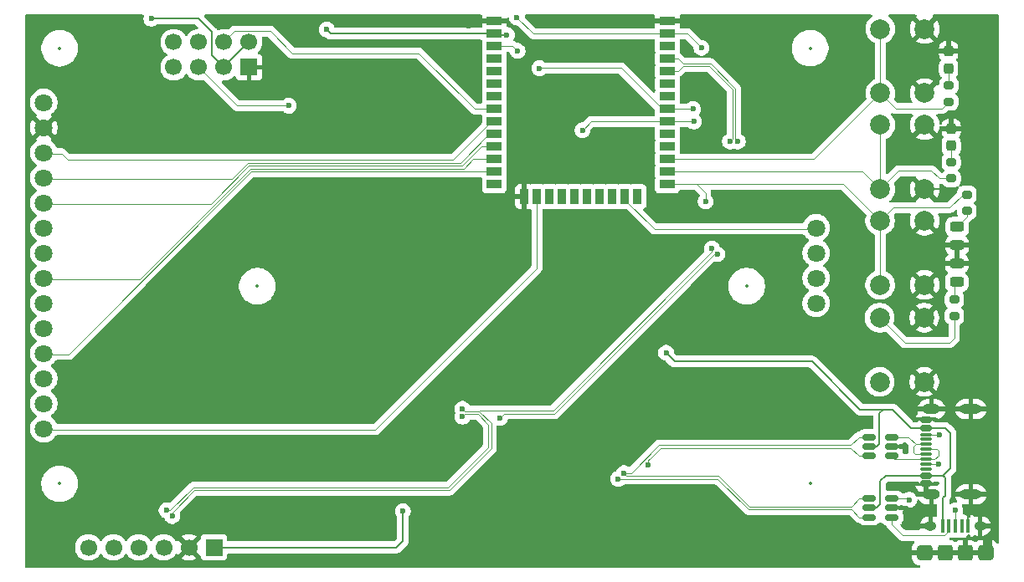
<source format=gtl>
%TF.GenerationSoftware,KiCad,Pcbnew,9.0.1*%
%TF.CreationDate,2025-11-17T15:11:09+01:00*%
%TF.ProjectId,stacja_pogody_modu__wew,73746163-6a61-45f7-906f-676f64795f6d,rev?*%
%TF.SameCoordinates,Original*%
%TF.FileFunction,Copper,L1,Top*%
%TF.FilePolarity,Positive*%
%FSLAX46Y46*%
G04 Gerber Fmt 4.6, Leading zero omitted, Abs format (unit mm)*
G04 Created by KiCad (PCBNEW 9.0.1) date 2025-11-17 15:11:09*
%MOMM*%
%LPD*%
G01*
G04 APERTURE LIST*
G04 Aperture macros list*
%AMRoundRect*
0 Rectangle with rounded corners*
0 $1 Rounding radius*
0 $2 $3 $4 $5 $6 $7 $8 $9 X,Y pos of 4 corners*
0 Add a 4 corners polygon primitive as box body*
4,1,4,$2,$3,$4,$5,$6,$7,$8,$9,$2,$3,0*
0 Add four circle primitives for the rounded corners*
1,1,$1+$1,$2,$3*
1,1,$1+$1,$4,$5*
1,1,$1+$1,$6,$7*
1,1,$1+$1,$8,$9*
0 Add four rect primitives between the rounded corners*
20,1,$1+$1,$2,$3,$4,$5,0*
20,1,$1+$1,$4,$5,$6,$7,0*
20,1,$1+$1,$6,$7,$8,$9,0*
20,1,$1+$1,$8,$9,$2,$3,0*%
G04 Aperture macros list end*
%TA.AperFunction,SMDPad,CuDef*%
%ADD10RoundRect,0.150000X0.425000X-0.150000X0.425000X0.150000X-0.425000X0.150000X-0.425000X-0.150000X0*%
%TD*%
%TA.AperFunction,SMDPad,CuDef*%
%ADD11RoundRect,0.075000X0.500000X-0.075000X0.500000X0.075000X-0.500000X0.075000X-0.500000X-0.075000X0*%
%TD*%
%TA.AperFunction,HeatsinkPad*%
%ADD12O,1.800000X1.000000*%
%TD*%
%TA.AperFunction,HeatsinkPad*%
%ADD13O,2.200000X1.000000*%
%TD*%
%TA.AperFunction,ComponentPad*%
%ADD14C,1.800000*%
%TD*%
%TA.AperFunction,ComponentPad*%
%ADD15R,1.700000X1.700000*%
%TD*%
%TA.AperFunction,ComponentPad*%
%ADD16C,1.700000*%
%TD*%
%TA.AperFunction,ComponentPad*%
%ADD17C,2.000000*%
%TD*%
%TA.AperFunction,SMDPad,CuDef*%
%ADD18RoundRect,0.200000X0.275000X-0.200000X0.275000X0.200000X-0.275000X0.200000X-0.275000X-0.200000X0*%
%TD*%
%TA.AperFunction,SMDPad,CuDef*%
%ADD19RoundRect,0.237500X-0.237500X0.300000X-0.237500X-0.300000X0.237500X-0.300000X0.237500X0.300000X0*%
%TD*%
%TA.AperFunction,SMDPad,CuDef*%
%ADD20RoundRect,0.243750X0.456250X-0.243750X0.456250X0.243750X-0.456250X0.243750X-0.456250X-0.243750X0*%
%TD*%
%TA.AperFunction,SMDPad,CuDef*%
%ADD21RoundRect,0.200000X-0.275000X0.200000X-0.275000X-0.200000X0.275000X-0.200000X0.275000X0.200000X0*%
%TD*%
%TA.AperFunction,SMDPad,CuDef*%
%ADD22RoundRect,0.150000X0.512500X0.150000X-0.512500X0.150000X-0.512500X-0.150000X0.512500X-0.150000X0*%
%TD*%
%TA.AperFunction,SMDPad,CuDef*%
%ADD23R,1.500000X0.900000*%
%TD*%
%TA.AperFunction,SMDPad,CuDef*%
%ADD24R,0.900000X1.500000*%
%TD*%
%TA.AperFunction,HeatsinkPad*%
%ADD25R,0.900000X0.900000*%
%TD*%
%TA.AperFunction,HeatsinkPad*%
%ADD26C,0.600000*%
%TD*%
%TA.AperFunction,SMDPad,CuDef*%
%ADD27RoundRect,0.100000X-0.100000X-0.575000X0.100000X-0.575000X0.100000X0.575000X-0.100000X0.575000X0*%
%TD*%
%TA.AperFunction,HeatsinkPad*%
%ADD28O,0.890000X1.550000*%
%TD*%
%TA.AperFunction,SMDPad,CuDef*%
%ADD29RoundRect,0.250000X-0.475000X-0.525000X0.475000X-0.525000X0.475000X0.525000X-0.475000X0.525000X0*%
%TD*%
%TA.AperFunction,HeatsinkPad*%
%ADD30O,1.250000X0.950000*%
%TD*%
%TA.AperFunction,SMDPad,CuDef*%
%ADD31RoundRect,0.250000X-0.500000X-0.525000X0.500000X-0.525000X0.500000X0.525000X-0.500000X0.525000X0*%
%TD*%
%TA.AperFunction,SMDPad,CuDef*%
%ADD32RoundRect,0.243750X-0.456250X0.243750X-0.456250X-0.243750X0.456250X-0.243750X0.456250X0.243750X0*%
%TD*%
%TA.AperFunction,ViaPad*%
%ADD33C,0.600000*%
%TD*%
%TA.AperFunction,Conductor*%
%ADD34C,0.200000*%
%TD*%
%TA.AperFunction,Conductor*%
%ADD35C,0.100000*%
%TD*%
%ADD36C,0.300000*%
%ADD37O,1.400000X0.600000*%
%ADD38O,1.800000X0.600000*%
%ADD39C,0.350000*%
%ADD40C,0.200000*%
%ADD41O,0.500000X1.150000*%
%ADD42O,0.850000X0.550000*%
G04 APERTURE END LIST*
D10*
%TO.P,J2,A1,GND*%
%TO.N,GND*%
X192600000Y-106960000D03*
%TO.P,J2,A4,VBUS*%
%TO.N,/V_3.3_IN*%
X192600000Y-106160000D03*
D11*
%TO.P,J2,A5,CC1*%
%TO.N,Net-(J2-CC1)*%
X192600000Y-105010000D03*
%TO.P,J2,A6,D+*%
%TO.N,Net-(J2-D+-PadA6)*%
X192600000Y-104010000D03*
%TO.P,J2,A7,D-*%
%TO.N,Net-(J2-D--PadA7)*%
X192600000Y-103510000D03*
%TO.P,J2,A8,SBU1*%
%TO.N,unconnected-(J2-SBU1-PadA8)*%
X192600000Y-102510000D03*
D10*
%TO.P,J2,A9,VBUS*%
%TO.N,/V_3.3_IN*%
X192600000Y-101360000D03*
%TO.P,J2,A12,GND*%
%TO.N,GND*%
X192600000Y-100560000D03*
%TO.P,J2,B1,GND*%
X192600000Y-100560000D03*
%TO.P,J2,B4,VBUS*%
%TO.N,/V_3.3_IN*%
X192600000Y-101360000D03*
D11*
%TO.P,J2,B5,CC2*%
%TO.N,Net-(J2-CC2)*%
X192600000Y-102010000D03*
%TO.P,J2,B6,D+*%
%TO.N,Net-(J2-D+-PadA6)*%
X192600000Y-103010000D03*
%TO.P,J2,B7,D-*%
%TO.N,Net-(J2-D--PadA7)*%
X192600000Y-104510000D03*
%TO.P,J2,B8,SBU2*%
%TO.N,unconnected-(J2-SBU2-PadB8)*%
X192600000Y-105510000D03*
D10*
%TO.P,J2,B9,VBUS*%
%TO.N,/V_3.3_IN*%
X192600000Y-106160000D03*
%TO.P,J2,B12,GND*%
%TO.N,GND*%
X192600000Y-106960000D03*
D12*
%TO.P,J2,S1,SHIELD*%
X193175000Y-108080000D03*
D13*
X197155000Y-108080000D03*
D12*
X193175000Y-99440000D03*
D13*
X197155000Y-99440000D03*
%TD*%
D14*
%TO.P,U2,1,VCC*%
%TO.N,/V_3.3_OUT*%
X103414929Y-68402054D03*
%TO.P,U2,2,GND*%
%TO.N,GND*%
X103414929Y-70942054D03*
%TO.P,U2,3,CS*%
%TO.N,/LCD_CS*%
X103414929Y-73482054D03*
%TO.P,U2,4,RST*%
%TO.N,/LCD_RST*%
X103414929Y-76022054D03*
%TO.P,U2,5,DC*%
%TO.N,/LCD_DC*%
X103414929Y-78562054D03*
%TO.P,U2,6,MOSI*%
%TO.N,/LCD_MOSI*%
X103414929Y-81102054D03*
%TO.P,U2,7,SCK*%
%TO.N,/LCD_SCK*%
X103414929Y-83642054D03*
%TO.P,U2,8,LED*%
%TO.N,/LCD_LED*%
X103414929Y-86182054D03*
%TO.P,U2,9,MISO*%
%TO.N,/LCD_MISO*%
X103414929Y-88722054D03*
%TO.P,U2,10,T_CLK*%
%TO.N,/LCD_SCK*%
X103414929Y-91262054D03*
%TO.P,U2,11,T_CS*%
%TO.N,/LCD_T_CS*%
X103414929Y-93802054D03*
%TO.P,U2,12,T_DIN*%
%TO.N,/LCD_MOSI*%
X103414929Y-96342054D03*
%TO.P,U2,13,T_DOUT*%
%TO.N,/LCD_MISO*%
X103414929Y-98882054D03*
%TO.P,U2,14,T_IRQ*%
%TO.N,/LCD_T_IRQ*%
X103414929Y-101422054D03*
%TO.P,U2,15,SD_CS*%
%TO.N,/LCD_SD_CS*%
X181513301Y-81102334D03*
%TO.P,U2,16,SD_MOSI*%
%TO.N,/LCD_MOSI*%
X181513301Y-83642334D03*
%TO.P,U2,17,SD_MISO*%
%TO.N,/LCD_MISO*%
X181513301Y-86182334D03*
%TO.P,U2,18,SD_SCK*%
%TO.N,/LCD_SCK*%
X181513301Y-88722334D03*
%TD*%
D15*
%TO.P,J3,1,Pin_1*%
%TO.N,/V_3.3_OUT*%
X120620000Y-113440000D03*
D16*
%TO.P,J3,2,Pin_2*%
%TO.N,GND*%
X118080000Y-113440000D03*
%TO.P,J3,3,Pin_3*%
%TO.N,/CH340_UART+*%
X115540000Y-113440000D03*
%TO.P,J3,4,Pin_4*%
%TO.N,/CH340_UART-*%
X113000000Y-113440000D03*
%TO.P,J3,5,Pin_5*%
%TO.N,/CH340_RTS*%
X110460000Y-113440000D03*
%TO.P,J3,6,Pin_6*%
%TO.N,/CH340_DTR*%
X107920000Y-113440000D03*
%TD*%
D17*
%TO.P,SW3,1,C*%
%TO.N,GND*%
X192440000Y-90190000D03*
X192440000Y-96690000D03*
%TO.P,SW3,2,D*%
%TO.N,/ESP_ENABLE*%
X187940000Y-90190000D03*
X187940000Y-96690000D03*
%TD*%
D18*
%TO.P,R13,1*%
%TO.N,/ESP_ENABLE*%
X195490000Y-90010000D03*
%TO.P,R13,2*%
%TO.N,Net-(D2-A)*%
X195490000Y-88360000D03*
%TD*%
D19*
%TO.P,C6,1*%
%TO.N,GND*%
X194910000Y-63217500D03*
%TO.P,C6,2*%
%TO.N,Net-(C6-Pad2)*%
X194910000Y-64942500D03*
%TD*%
D20*
%TO.P,D1,1,K*%
%TO.N,GND*%
X195770000Y-82857500D03*
%TO.P,D1,2,A*%
%TO.N,Net-(D1-A)*%
X195770000Y-80982500D03*
%TD*%
D21*
%TO.P,R14,1*%
%TO.N,/ESP_BOOT*%
X196770000Y-77735000D03*
%TO.P,R14,2*%
%TO.N,Net-(D1-A)*%
X196770000Y-79385000D03*
%TD*%
D17*
%TO.P,SW4,1,C*%
%TO.N,GND*%
X192480000Y-80370000D03*
X192480000Y-86870000D03*
%TO.P,SW4,2,D*%
%TO.N,/ESP_BOOT*%
X187980000Y-80370000D03*
X187980000Y-86870000D03*
%TD*%
D22*
%TO.P,U7,1,I/O1*%
%TO.N,Net-(J2-D--PadA7)*%
X189115000Y-104200000D03*
%TO.P,U7,2,GND*%
%TO.N,GND*%
X189115000Y-103250000D03*
%TO.P,U7,3,I/O2*%
%TO.N,Net-(J2-D+-PadA6)*%
X189115000Y-102300000D03*
%TO.P,U7,4,I/O2*%
%TO.N,/MICRO_USB_D+*%
X186840000Y-102300000D03*
%TO.P,U7,5,VBUS*%
%TO.N,/V_3.3_IN*%
X186840000Y-103250000D03*
%TO.P,U7,6,I/O1*%
%TO.N,/MICRO_USB_D-*%
X186840000Y-104200000D03*
%TD*%
D17*
%TO.P,SW2,1,C*%
%TO.N,/Button_2*%
X187990000Y-67460000D03*
X187990000Y-60960000D03*
%TO.P,SW2,2,D*%
%TO.N,GND*%
X192490000Y-67460000D03*
X192490000Y-60960000D03*
%TD*%
D22*
%TO.P,U6,1,I/O1*%
%TO.N,Net-(J1-D-)*%
X189145000Y-110400000D03*
%TO.P,U6,2,GND*%
%TO.N,GND*%
X189145000Y-109450000D03*
%TO.P,U6,3,I/O2*%
%TO.N,Net-(J1-D+)*%
X189145000Y-108500000D03*
%TO.P,U6,4,I/O2*%
%TO.N,/MICRO_USB_D+*%
X186870000Y-108500000D03*
%TO.P,U6,5,VBUS*%
%TO.N,/V_3.3_IN*%
X186870000Y-109450000D03*
%TO.P,U6,6,I/O1*%
%TO.N,/MICRO_USB_D-*%
X186870000Y-110400000D03*
%TD*%
D23*
%TO.P,U4,1,GND*%
%TO.N,GND*%
X148970000Y-60160000D03*
%TO.P,U4,2,VDD*%
%TO.N,/V_3.3_OUT*%
X148970000Y-61430000D03*
%TO.P,U4,3,EN*%
%TO.N,/ESP_ENABLE*%
X148970000Y-62700000D03*
%TO.P,U4,4,SENSOR_VP*%
%TO.N,unconnected-(U4-SENSOR_VP-Pad4)*%
X148970000Y-63970000D03*
%TO.P,U4,5,SENSOR_VN*%
%TO.N,unconnected-(U4-SENSOR_VN-Pad5)*%
X148970000Y-65240000D03*
%TO.P,U4,6,IO34*%
%TO.N,unconnected-(U4-IO34-Pad6)*%
X148970000Y-66510000D03*
%TO.P,U4,7,IO35*%
%TO.N,unconnected-(U4-IO35-Pad7)*%
X148970000Y-67780000D03*
%TO.P,U4,8,IO32*%
%TO.N,/NRF_CSN*%
X148970000Y-69050000D03*
%TO.P,U4,9,IO33*%
%TO.N,/LCD_CS*%
X148970000Y-70320000D03*
%TO.P,U4,10,IO25*%
%TO.N,/LCD_RST*%
X148970000Y-71590000D03*
%TO.P,U4,11,IO26*%
%TO.N,/LCD_DC*%
X148970000Y-72860000D03*
%TO.P,U4,12,IO27*%
%TO.N,/LCD_LED*%
X148970000Y-74130000D03*
%TO.P,U4,13,IO14*%
%TO.N,/LCD_T_CS*%
X148970000Y-75400000D03*
%TO.P,U4,14,IO12*%
%TO.N,unconnected-(U4-IO12-Pad14)*%
X148970000Y-76670000D03*
D24*
%TO.P,U4,15,GND*%
%TO.N,GND*%
X152005000Y-77920000D03*
%TO.P,U4,16,IO13*%
%TO.N,/LCD_T_IRQ*%
X153275000Y-77920000D03*
%TO.P,U4,17,NC*%
%TO.N,unconnected-(U4-NC-Pad17)*%
X154545000Y-77920000D03*
%TO.P,U4,18,NC*%
%TO.N,unconnected-(U4-NC-Pad18)*%
X155815000Y-77920000D03*
%TO.P,U4,19,NC*%
%TO.N,unconnected-(U4-NC-Pad19)*%
X157085000Y-77920000D03*
%TO.P,U4,20,NC*%
%TO.N,unconnected-(U4-NC-Pad20)*%
X158355000Y-77920000D03*
%TO.P,U4,21,NC*%
%TO.N,unconnected-(U4-NC-Pad21)*%
X159625000Y-77920000D03*
%TO.P,U4,22,NC*%
%TO.N,unconnected-(U4-NC-Pad22)*%
X160895000Y-77920000D03*
%TO.P,U4,23,IO15*%
%TO.N,/LCD_SD_CS*%
X162165000Y-77920000D03*
%TO.P,U4,24,IO2*%
%TO.N,unconnected-(U4-IO2-Pad24)*%
X163435000Y-77920000D03*
D23*
%TO.P,U4,25,IO0*%
%TO.N,/ESP_BOOT*%
X166470000Y-76670000D03*
%TO.P,U4,26,IO4*%
%TO.N,/Button_1*%
X166470000Y-75400000D03*
%TO.P,U4,27,IO16*%
%TO.N,/Button_2*%
X166470000Y-74130000D03*
%TO.P,U4,28,IO17*%
%TO.N,unconnected-(U4-IO17-Pad28)*%
X166470000Y-72860000D03*
%TO.P,U4,29,IO5*%
%TO.N,unconnected-(U4-IO5-Pad29)*%
X166470000Y-71590000D03*
%TO.P,U4,30,IO18*%
%TO.N,/LCD_SCK*%
X166470000Y-70320000D03*
%TO.P,U4,31,IO19*%
%TO.N,/LCD_MISO*%
X166470000Y-69050000D03*
%TO.P,U4,32,NC*%
%TO.N,unconnected-(U4-NC-Pad32)*%
X166470000Y-67780000D03*
%TO.P,U4,33,IO21*%
%TO.N,unconnected-(U4-IO21-Pad33)*%
X166470000Y-66510000D03*
%TO.P,U4,34,RXD0/IO3*%
%TO.N,/CH340_UART+*%
X166470000Y-65240000D03*
%TO.P,U4,35,TXD0/IO1*%
%TO.N,/CH340_UART-*%
X166470000Y-63970000D03*
%TO.P,U4,36,IO22*%
%TO.N,unconnected-(U4-IO22-Pad36)*%
X166470000Y-62700000D03*
%TO.P,U4,37,IO23*%
%TO.N,/LCD_MOSI*%
X166470000Y-61430000D03*
%TO.P,U4,38,GND*%
%TO.N,GND*%
X166470000Y-60160000D03*
D25*
%TO.P,U4,39,GND*%
X154820000Y-66480000D03*
D26*
X154820000Y-67180000D03*
D25*
X154820000Y-67880000D03*
D26*
X154820000Y-68580000D03*
D25*
X154820000Y-69280000D03*
D26*
X155520000Y-66480000D03*
X155520000Y-67880000D03*
X155520000Y-69280000D03*
D25*
X156220000Y-66480000D03*
D26*
X156220000Y-67180000D03*
D25*
X156220000Y-67880000D03*
D26*
X156220000Y-68580000D03*
D25*
X156220000Y-69280000D03*
D26*
X156920000Y-66480000D03*
X156920000Y-67880000D03*
X156920000Y-69280000D03*
D25*
X157620000Y-66480000D03*
D26*
X157620000Y-67180000D03*
D25*
X157620000Y-67880000D03*
D26*
X157620000Y-68580000D03*
D25*
X157620000Y-69280000D03*
%TD*%
D21*
%TO.P,R4,1*%
%TO.N,Net-(C5-Pad2)*%
X195170000Y-74445000D03*
%TO.P,R4,2*%
%TO.N,/Button_1*%
X195170000Y-76095000D03*
%TD*%
D27*
%TO.P,J1,1,VBUS*%
%TO.N,/V_3.3_IN*%
X194290000Y-111290000D03*
%TO.P,J1,2,D-*%
%TO.N,Net-(J1-D-)*%
X194940000Y-111290000D03*
%TO.P,J1,3,D+*%
%TO.N,Net-(J1-D+)*%
X195590000Y-111290000D03*
%TO.P,J1,4,ID*%
%TO.N,unconnected-(J1-ID-Pad4)*%
X196240000Y-111290000D03*
%TO.P,J1,5,GND*%
%TO.N,GND*%
X196890000Y-111290000D03*
D28*
%TO.P,J1,6,Shield*%
X192090000Y-113990000D03*
D29*
X192565000Y-113990000D03*
D30*
X193090000Y-111290000D03*
D31*
X194590000Y-113990000D03*
X196590000Y-113990000D03*
D30*
X198090000Y-111290000D03*
D29*
X198615000Y-113990000D03*
D28*
X199090000Y-113990000D03*
%TD*%
D32*
%TO.P,D2,1,K*%
%TO.N,GND*%
X195740000Y-84722500D03*
%TO.P,D2,2,A*%
%TO.N,Net-(D2-A)*%
X195740000Y-86597500D03*
%TD*%
D21*
%TO.P,R5,1*%
%TO.N,Net-(C6-Pad2)*%
X194930000Y-66665000D03*
%TO.P,R5,2*%
%TO.N,/Button_2*%
X194930000Y-68315000D03*
%TD*%
D17*
%TO.P,SW1,1,C*%
%TO.N,/Button_1*%
X187990000Y-77180000D03*
X187990000Y-70680000D03*
%TO.P,SW1,2,D*%
%TO.N,GND*%
X192490000Y-77180000D03*
X192490000Y-70680000D03*
%TD*%
D19*
%TO.P,C5,1*%
%TO.N,GND*%
X195170000Y-71067500D03*
%TO.P,C5,2*%
%TO.N,Net-(C5-Pad2)*%
X195170000Y-72792500D03*
%TD*%
D15*
%TO.P,U1,1,GND*%
%TO.N,GND*%
X124170000Y-64840000D03*
D16*
%TO.P,U1,2,VCC*%
%TO.N,/V_3.3_OUT*%
X124170000Y-62300000D03*
%TO.P,U1,3,CE*%
X121630000Y-64840000D03*
%TO.P,U1,4,~{CSN}*%
%TO.N,/NRF_CSN*%
X121630000Y-62300000D03*
%TO.P,U1,5,SCK*%
%TO.N,/LCD_SCK*%
X119090000Y-64840000D03*
%TO.P,U1,6,MOSI*%
%TO.N,/LCD_MOSI*%
X119090000Y-62300000D03*
%TO.P,U1,7,MISO*%
%TO.N,/LCD_MISO*%
X116550000Y-64840000D03*
%TO.P,U1,8,IRQ*%
%TO.N,unconnected-(U1-IRQ-Pad8)*%
X116550000Y-62300000D03*
%TD*%
D33*
%TO.N,/V_3.3_OUT*%
X139720000Y-109770000D03*
X114280000Y-59920000D03*
X150250000Y-61570000D03*
X132020000Y-61020000D03*
%TO.N,GND*%
X192360000Y-72730000D03*
X126920000Y-63640000D03*
X146630000Y-102910000D03*
X118270000Y-111080000D03*
X190470000Y-103230000D03*
X156840000Y-105690000D03*
X108340000Y-67230000D03*
X151810000Y-98440000D03*
X143620000Y-97890000D03*
X190560000Y-109470000D03*
X165190000Y-95040000D03*
X194780000Y-77590000D03*
X185850000Y-59990000D03*
X158690000Y-93760000D03*
X148860000Y-108200000D03*
X149260000Y-104340000D03*
X195060000Y-99570000D03*
X168630000Y-60360000D03*
X148200000Y-110830000D03*
X126960000Y-95360000D03*
X146420000Y-60680000D03*
X153400000Y-88520000D03*
X190320000Y-76920000D03*
X158510000Y-60520000D03*
X127500000Y-114950000D03*
X198090000Y-109700000D03*
X191130000Y-110680000D03*
X139900000Y-92960000D03*
X190530000Y-114110000D03*
X165440000Y-84050000D03*
X177870000Y-72810000D03*
%TO.N,/V_3.3_IN*%
X166340000Y-93750000D03*
%TO.N,/MICRO_USB_D-*%
X161507157Y-106502843D03*
X164520000Y-105140000D03*
%TO.N,/MICRO_USB_D+*%
X162072843Y-105937157D03*
%TO.N,Net-(J2-CC1)*%
X193930000Y-105000000D03*
%TO.N,Net-(J2-CC2)*%
X193960000Y-102010000D03*
%TO.N,/ESP_ENABLE*%
X151320000Y-63180000D03*
%TO.N,Net-(J1-D+)*%
X190920000Y-108640000D03*
X195590000Y-109700000D03*
%TO.N,/ESP_BOOT*%
X170340000Y-78430000D03*
%TO.N,/LCD_MOSI*%
X169920000Y-62860000D03*
X151260000Y-59800000D03*
%TO.N,/LCD_SCK*%
X128190000Y-68730000D03*
X157890000Y-71200000D03*
X169150000Y-70330000D03*
%TO.N,/LCD_MISO*%
X169050000Y-69070000D03*
X153520000Y-64930000D03*
%TO.N,/CH340_UART-*%
X145760000Y-100220000D03*
X173590000Y-72340000D03*
X171532843Y-83762843D03*
X149550000Y-100330000D03*
X115827157Y-109707157D03*
%TO.N,/CH340_UART+*%
X170967157Y-83197157D03*
X172790000Y-72340000D03*
X116392843Y-110272843D03*
X145760000Y-99420000D03*
%TD*%
D34*
%TO.N,/V_3.3_OUT*%
X139560000Y-112950000D02*
X139720000Y-112790000D01*
X114390000Y-59810000D02*
X114280000Y-59920000D01*
X119030000Y-59920000D02*
X114280000Y-59920000D01*
X120390000Y-63600000D02*
X120390000Y-61280000D01*
X121630000Y-64840000D02*
X120390000Y-63600000D01*
X139720000Y-112790000D02*
X139720000Y-109770000D01*
X149110000Y-61570000D02*
X148970000Y-61430000D01*
X120620000Y-113440000D02*
X139070000Y-113440000D01*
X139070000Y-113440000D02*
X139560000Y-112950000D01*
X120390000Y-61280000D02*
X119030000Y-59920000D01*
X132430000Y-61430000D02*
X132020000Y-61020000D01*
X150250000Y-61570000D02*
X149110000Y-61570000D01*
X124170000Y-62300000D02*
X121630000Y-64840000D01*
X132730000Y-61430000D02*
X132430000Y-61430000D01*
X148970000Y-61430000D02*
X132730000Y-61430000D01*
D35*
%TO.N,Net-(D1-A)*%
X196770000Y-79982500D02*
X195770000Y-80982500D01*
X196770000Y-79385000D02*
X196770000Y-79982500D01*
D34*
%TO.N,GND*%
X189145000Y-109450000D02*
X190540000Y-109450000D01*
X197360000Y-109700000D02*
X198090000Y-109700000D01*
X190540000Y-109450000D02*
X190560000Y-109470000D01*
X194370000Y-77180000D02*
X194780000Y-77590000D01*
X196890000Y-111290000D02*
X196890000Y-110170000D01*
X196890000Y-110170000D02*
X197360000Y-109700000D01*
X192565000Y-113990000D02*
X194590000Y-113990000D01*
X192490000Y-77180000D02*
X194370000Y-77180000D01*
X189115000Y-103250000D02*
X190450000Y-103250000D01*
X194590000Y-113990000D02*
X196590000Y-113990000D01*
X190450000Y-103250000D02*
X190470000Y-103230000D01*
X196590000Y-113990000D02*
X198615000Y-113990000D01*
%TO.N,/V_3.3_IN*%
X194360000Y-106160000D02*
X194540000Y-106340000D01*
X195100000Y-104000000D02*
X195100000Y-101900000D01*
X189220000Y-99480000D02*
X191100000Y-101360000D01*
X167220000Y-94630000D02*
X181100000Y-94630000D01*
X186840000Y-103250000D02*
X187640000Y-103250000D01*
X187640000Y-103250000D02*
X187910000Y-102980000D01*
X195100000Y-101900000D02*
X194560000Y-101360000D01*
X181100000Y-94630000D02*
X185950000Y-99480000D01*
X188290000Y-99480000D02*
X189220000Y-99480000D01*
X194360000Y-111220000D02*
X194290000Y-111290000D01*
X187620000Y-109450000D02*
X187970000Y-109100000D01*
X187970000Y-106740000D02*
X188550000Y-106160000D01*
X185950000Y-99480000D02*
X188290000Y-99480000D01*
X194540000Y-106340000D02*
X194540000Y-108247785D01*
X195100000Y-105420000D02*
X195100000Y-104000000D01*
X188550000Y-106160000D02*
X192600000Y-106160000D01*
X194360000Y-108427785D02*
X194360000Y-111220000D01*
X194560000Y-101360000D02*
X192600000Y-101360000D01*
X191100000Y-101360000D02*
X192600000Y-101360000D01*
X192600000Y-106160000D02*
X194360000Y-106160000D01*
X187910000Y-102980000D02*
X187910000Y-99860000D01*
X186870000Y-109450000D02*
X187620000Y-109450000D01*
X194540000Y-108247785D02*
X194360000Y-108427785D01*
X166340000Y-93750000D02*
X167220000Y-94630000D01*
X194360000Y-106160000D02*
X195100000Y-105420000D01*
X187910000Y-99860000D02*
X188290000Y-99480000D01*
X187970000Y-109100000D02*
X187970000Y-106740000D01*
D35*
%TO.N,Net-(C5-Pad2)*%
X195170000Y-74445000D02*
X195170000Y-72792500D01*
%TO.N,Net-(D2-A)*%
X195490000Y-86847500D02*
X195740000Y-86597500D01*
X195490000Y-88360000D02*
X195490000Y-86847500D01*
%TO.N,Net-(C6-Pad2)*%
X194930000Y-64962500D02*
X194910000Y-64942500D01*
X194930000Y-66665000D02*
X194930000Y-64962500D01*
%TO.N,/MICRO_USB_D-*%
X165752132Y-103400000D02*
X164656066Y-104496066D01*
X164520000Y-104632132D02*
X164520000Y-105140000D01*
X186840000Y-104200000D02*
X185846249Y-104200000D01*
X185846249Y-104200000D02*
X185046249Y-103400000D01*
X171540711Y-106502843D02*
X174637868Y-109600000D01*
X174637868Y-109600000D02*
X185076249Y-109600000D01*
X161507157Y-106502843D02*
X171540711Y-106502843D01*
X185876249Y-110400000D02*
X186870000Y-110400000D01*
X164656066Y-104496066D02*
X164520000Y-104632132D01*
X185046249Y-103400000D02*
X165752132Y-103400000D01*
X185076249Y-109600000D02*
X185876249Y-110400000D01*
%TO.N,/MICRO_USB_D+*%
X171664974Y-106202842D02*
X174762132Y-109300000D01*
X185876249Y-108500000D02*
X186870000Y-108500000D01*
X165627868Y-103100000D02*
X162790711Y-105937157D01*
X162338528Y-106202842D02*
X171664974Y-106202842D01*
X186840000Y-102300000D02*
X185846249Y-102300000D01*
X174762132Y-109300000D02*
X185076249Y-109300000D01*
X162072843Y-105937157D02*
X162338528Y-106202842D01*
X185076249Y-109300000D02*
X185876249Y-108500000D01*
X185046249Y-103100000D02*
X165627868Y-103100000D01*
X185846249Y-102300000D02*
X185046249Y-103100000D01*
X162790711Y-105937157D02*
X162072843Y-105937157D01*
%TO.N,Net-(J2-CC1)*%
X192600000Y-105010000D02*
X193920000Y-105010000D01*
X193920000Y-105010000D02*
X193930000Y-105000000D01*
%TO.N,Net-(J2-CC2)*%
X192600000Y-102010000D02*
X193960000Y-102010000D01*
%TO.N,Net-(J1-D-)*%
X189145000Y-111115000D02*
X189145000Y-110400000D01*
X194940000Y-111290000D02*
X194940000Y-111814160D01*
X194940000Y-111814160D02*
X194524160Y-112230000D01*
X194524160Y-112230000D02*
X190260000Y-112230000D01*
X190260000Y-112230000D02*
X189145000Y-111115000D01*
%TO.N,/ESP_ENABLE*%
X150840000Y-62700000D02*
X148970000Y-62700000D01*
X187940000Y-90190000D02*
X190480000Y-92730000D01*
X195490000Y-92230000D02*
X195490000Y-90010000D01*
X194990000Y-92730000D02*
X195490000Y-92230000D01*
X151320000Y-63180000D02*
X150840000Y-62700000D01*
X190480000Y-92730000D02*
X194990000Y-92730000D01*
%TO.N,Net-(J1-D+)*%
X190920000Y-108640000D02*
X190780000Y-108500000D01*
X190780000Y-108500000D02*
X189145000Y-108500000D01*
X195590000Y-111290000D02*
X195590000Y-109700000D01*
%TO.N,/ESP_BOOT*%
X187980000Y-80370000D02*
X184280000Y-76670000D01*
X196335000Y-77735000D02*
X196770000Y-77735000D01*
X187980000Y-86870000D02*
X187980000Y-80370000D01*
X169460000Y-76670000D02*
X166470000Y-76670000D01*
X170340000Y-78430000D02*
X170340000Y-77550000D01*
X189300000Y-79050000D02*
X195020000Y-79050000D01*
X195020000Y-79050000D02*
X196335000Y-77735000D01*
X170340000Y-77550000D02*
X169460000Y-76670000D01*
X187980000Y-80370000D02*
X189300000Y-79050000D01*
X184280000Y-76670000D02*
X169460000Y-76670000D01*
%TO.N,/Button_1*%
X187990000Y-77180000D02*
X187990000Y-70680000D01*
X193945000Y-76095000D02*
X195170000Y-76095000D01*
X193150000Y-75300000D02*
X193945000Y-76095000D01*
X187990000Y-77180000D02*
X186210000Y-75400000D01*
X186210000Y-75400000D02*
X166470000Y-75400000D01*
X189870000Y-75300000D02*
X193150000Y-75300000D01*
X187990000Y-77180000D02*
X189870000Y-75300000D01*
%TO.N,/Button_2*%
X194225000Y-69020000D02*
X194930000Y-68315000D01*
X187990000Y-67460000D02*
X187990000Y-60960000D01*
X181320000Y-74130000D02*
X166470000Y-74130000D01*
X187990000Y-67460000D02*
X189550000Y-69020000D01*
X189550000Y-69020000D02*
X194225000Y-69020000D01*
X187990000Y-67460000D02*
X181320000Y-74130000D01*
%TO.N,/LCD_MOSI*%
X169010000Y-61940000D02*
X168500000Y-61430000D01*
X168500000Y-61430000D02*
X166470000Y-61430000D01*
X169010000Y-61950000D02*
X169010000Y-61940000D01*
X152890000Y-61430000D02*
X166470000Y-61430000D01*
X151260000Y-59800000D02*
X152890000Y-61430000D01*
X169920000Y-62860000D02*
X169010000Y-61950000D01*
%TO.N,/LCD_SCK*%
X158770000Y-70320000D02*
X157890000Y-71200000D01*
X168850000Y-70320000D02*
X166470000Y-70320000D01*
X122980000Y-68730000D02*
X128190000Y-68730000D01*
X169150000Y-70330000D02*
X168860000Y-70330000D01*
X168860000Y-70330000D02*
X168850000Y-70320000D01*
X166470000Y-70320000D02*
X158770000Y-70320000D01*
X119090000Y-64840000D02*
X122980000Y-68730000D01*
%TO.N,/NRF_CSN*%
X146970000Y-69050000D02*
X148970000Y-69050000D01*
X121630000Y-62300000D02*
X122731000Y-61199000D01*
X122731000Y-61199000D02*
X126309000Y-61199000D01*
X141321000Y-63401000D02*
X146970000Y-69050000D01*
X128511000Y-63401000D02*
X141321000Y-63401000D01*
X126309000Y-61199000D02*
X128511000Y-63401000D01*
%TO.N,/LCD_MISO*%
X165930000Y-69050000D02*
X161770000Y-64890000D01*
X166470000Y-69050000D02*
X169030000Y-69050000D01*
X161770000Y-64890000D02*
X153520000Y-64890000D01*
X169030000Y-69050000D02*
X169050000Y-69070000D01*
X166470000Y-69050000D02*
X165930000Y-69050000D01*
X153520000Y-64890000D02*
X153520000Y-64930000D01*
%TO.N,/LCD_SD_CS*%
X162165000Y-77920000D02*
X162165000Y-78220000D01*
X165160000Y-81215000D02*
X181570000Y-81215000D01*
X162165000Y-78220000D02*
X165160000Y-81215000D01*
%TO.N,/LCD_CS*%
X144794000Y-74196000D02*
X105836000Y-74196000D01*
X148670000Y-70320000D02*
X144794000Y-74196000D01*
X105836000Y-74196000D02*
X105234720Y-73594720D01*
X148970000Y-70320000D02*
X148670000Y-70320000D01*
X105234720Y-73594720D02*
X103471628Y-73594720D01*
%TO.N,/LCD_T_IRQ*%
X153275000Y-85185000D02*
X153275000Y-77920000D01*
X136925280Y-101534720D02*
X153275000Y-85185000D01*
X103471628Y-101534720D02*
X136925280Y-101534720D01*
%TO.N,/LCD_DC*%
X124160644Y-74798000D02*
X120283924Y-78674720D01*
X120283924Y-78674720D02*
X103471628Y-78674720D01*
X148970000Y-72860000D02*
X147628000Y-72860000D01*
X145690000Y-74798000D02*
X124160644Y-74798000D01*
X147628000Y-72860000D02*
X145690000Y-74798000D01*
%TO.N,/LCD_T_CS*%
X105895280Y-93914720D02*
X124410000Y-75400000D01*
X124410000Y-75400000D02*
X148970000Y-75400000D01*
X103471628Y-93914720D02*
X105895280Y-93914720D01*
%TO.N,/LCD_RST*%
X148970000Y-71590000D02*
X148472322Y-71590000D01*
X122398246Y-76134720D02*
X103471628Y-76134720D01*
X148472322Y-71590000D02*
X145565322Y-74497000D01*
X145565322Y-74497000D02*
X124035966Y-74497000D01*
X124035966Y-74497000D02*
X122398246Y-76134720D01*
%TO.N,/LCD_LED*%
X146850000Y-74130000D02*
X145881000Y-75099000D01*
X148970000Y-74130000D02*
X146850000Y-74130000D01*
X145881000Y-75099000D02*
X124285322Y-75099000D01*
X124285322Y-75099000D02*
X113089602Y-86294720D01*
X113089602Y-86294720D02*
X103471628Y-86294720D01*
%TO.N,/CH340_UART-*%
X173340001Y-72090001D02*
X173340001Y-66967869D01*
X148350000Y-103307868D02*
X148350000Y-101002132D01*
X168080001Y-64455000D02*
X167595001Y-63970000D01*
X115827157Y-109707157D02*
X116180710Y-109707157D01*
X144287868Y-107370000D02*
X148350000Y-103307868D01*
X173590000Y-72340000D02*
X173340001Y-72090001D01*
X170827132Y-64455000D02*
X168080001Y-64455000D01*
X155033545Y-99910000D02*
X149970000Y-99910000D01*
X116180710Y-109707157D02*
X118517867Y-107370000D01*
X167595001Y-63970000D02*
X166470000Y-63970000D01*
X171532843Y-83762843D02*
X171180702Y-83762843D01*
X146009999Y-99970001D02*
X145760000Y-100220000D01*
X149970000Y-99910000D02*
X149550000Y-100330000D01*
X171180702Y-83762843D02*
X155033545Y-99910000D01*
X173340001Y-66967869D02*
X170827132Y-64455000D01*
X118517867Y-107370000D02*
X144287868Y-107370000D01*
X147317869Y-99970001D02*
X146009999Y-99970001D01*
X148350000Y-101002132D02*
X147317869Y-99970001D01*
%TO.N,/CH340_UART+*%
X147442131Y-99669999D02*
X146009999Y-99669999D01*
X147502130Y-99610000D02*
X147442131Y-99669999D01*
X116392843Y-109919290D02*
X118642133Y-107670000D01*
X170967157Y-83550710D02*
X154907867Y-99610000D01*
X172790000Y-72340000D02*
X173039999Y-72090001D01*
X148650000Y-100877868D02*
X147442131Y-99669999D01*
X173039999Y-72090001D02*
X173039999Y-67092131D01*
X167595001Y-65240000D02*
X166470000Y-65240000D01*
X170967157Y-83197157D02*
X170967157Y-83550710D01*
X118642133Y-107670000D02*
X144412132Y-107670000D01*
X168080001Y-64755000D02*
X167595001Y-65240000D01*
X144412132Y-107670000D02*
X148650000Y-103432132D01*
X116392843Y-110272843D02*
X116392843Y-109919290D01*
X154907867Y-99610000D02*
X147502130Y-99610000D01*
X173039999Y-67092131D02*
X170702868Y-64755000D01*
X146009999Y-99669999D02*
X145760000Y-99420000D01*
X148650000Y-103432132D02*
X148650000Y-100877868D01*
X170702868Y-64755000D02*
X168080001Y-64755000D01*
%TO.N,Net-(J2-D--PadA7)*%
X193880000Y-104130000D02*
X193500000Y-104510000D01*
X193880000Y-103650000D02*
X193880000Y-104130000D01*
X192600000Y-103510000D02*
X193740000Y-103510000D01*
X193740000Y-103510000D02*
X193880000Y-103650000D01*
X189425000Y-104510000D02*
X189115000Y-104200000D01*
X193500000Y-104510000D02*
X192600000Y-104510000D01*
X192600000Y-104510000D02*
X189425000Y-104510000D01*
%TO.N,Net-(J2-D+-PadA6)*%
X190870000Y-102300000D02*
X191580000Y-103010000D01*
X191370000Y-103220000D02*
X191580000Y-103010000D01*
X189115000Y-102300000D02*
X190870000Y-102300000D01*
X192600000Y-104010000D02*
X191530000Y-104010000D01*
X191580000Y-103010000D02*
X192600000Y-103010000D01*
X191370000Y-103850000D02*
X191370000Y-103220000D01*
X191530000Y-104010000D02*
X191370000Y-103850000D01*
%TD*%
%TA.AperFunction,Conductor*%
%TO.N,GND*%
G36*
X113468768Y-59520185D02*
G01*
X113514523Y-59572989D01*
X113524467Y-59642147D01*
X113516290Y-59671953D01*
X113510263Y-59686502D01*
X113510261Y-59686510D01*
X113479500Y-59841153D01*
X113479500Y-59998846D01*
X113510261Y-60153489D01*
X113510264Y-60153501D01*
X113570602Y-60299172D01*
X113570609Y-60299185D01*
X113658210Y-60430288D01*
X113658213Y-60430292D01*
X113769707Y-60541786D01*
X113769711Y-60541789D01*
X113900814Y-60629390D01*
X113900827Y-60629397D01*
X114038862Y-60686572D01*
X114046503Y-60689737D01*
X114185433Y-60717372D01*
X114201153Y-60720499D01*
X114201156Y-60720500D01*
X114201158Y-60720500D01*
X114358844Y-60720500D01*
X114358845Y-60720499D01*
X114513497Y-60689737D01*
X114631592Y-60640821D01*
X114659172Y-60629397D01*
X114659172Y-60629396D01*
X114659179Y-60629394D01*
X114659185Y-60629390D01*
X114790875Y-60541398D01*
X114857553Y-60520520D01*
X114859766Y-60520500D01*
X118729903Y-60520500D01*
X118796942Y-60540185D01*
X118817584Y-60556819D01*
X119007205Y-60746440D01*
X119040690Y-60807763D01*
X119035706Y-60877455D01*
X118993834Y-60933388D01*
X118938922Y-60956594D01*
X118773760Y-60982753D01*
X118571585Y-61048444D01*
X118382179Y-61144951D01*
X118210213Y-61269890D01*
X118059890Y-61420213D01*
X117934949Y-61592182D01*
X117930484Y-61600946D01*
X117882509Y-61651742D01*
X117814688Y-61668536D01*
X117748553Y-61645998D01*
X117709516Y-61600946D01*
X117705050Y-61592182D01*
X117580109Y-61420213D01*
X117429786Y-61269890D01*
X117257820Y-61144951D01*
X117068414Y-61048444D01*
X117068413Y-61048443D01*
X117068412Y-61048443D01*
X116866243Y-60982754D01*
X116866241Y-60982753D01*
X116866240Y-60982753D01*
X116701076Y-60956594D01*
X116656287Y-60949500D01*
X116443713Y-60949500D01*
X116398924Y-60956594D01*
X116233760Y-60982753D01*
X116031585Y-61048444D01*
X115842179Y-61144951D01*
X115670213Y-61269890D01*
X115519890Y-61420213D01*
X115394951Y-61592179D01*
X115298444Y-61781585D01*
X115232753Y-61983760D01*
X115202538Y-62174531D01*
X115199500Y-62193713D01*
X115199500Y-62406287D01*
X115207526Y-62456961D01*
X115223562Y-62558211D01*
X115232754Y-62616243D01*
X115297068Y-62814181D01*
X115298444Y-62818414D01*
X115394951Y-63007820D01*
X115519890Y-63179786D01*
X115670213Y-63330109D01*
X115842180Y-63455049D01*
X115850946Y-63459516D01*
X115901742Y-63507491D01*
X115918536Y-63575312D01*
X115895998Y-63641447D01*
X115850946Y-63680484D01*
X115842182Y-63684949D01*
X115670213Y-63809890D01*
X115519890Y-63960213D01*
X115394951Y-64132179D01*
X115298444Y-64321585D01*
X115232753Y-64523760D01*
X115205392Y-64696510D01*
X115199500Y-64733713D01*
X115199500Y-64946287D01*
X115232754Y-65156243D01*
X115276759Y-65291677D01*
X115298444Y-65358414D01*
X115394951Y-65547820D01*
X115519890Y-65719786D01*
X115670213Y-65870109D01*
X115842179Y-65995048D01*
X115842181Y-65995049D01*
X115842184Y-65995051D01*
X116031588Y-66091557D01*
X116233757Y-66157246D01*
X116443713Y-66190500D01*
X116443714Y-66190500D01*
X116656286Y-66190500D01*
X116656287Y-66190500D01*
X116866243Y-66157246D01*
X117068412Y-66091557D01*
X117257816Y-65995051D01*
X117316358Y-65952518D01*
X117429786Y-65870109D01*
X117429788Y-65870106D01*
X117429792Y-65870104D01*
X117580104Y-65719792D01*
X117580106Y-65719788D01*
X117580109Y-65719786D01*
X117705048Y-65547820D01*
X117705047Y-65547820D01*
X117705051Y-65547816D01*
X117709514Y-65539054D01*
X117757488Y-65488259D01*
X117825308Y-65471463D01*
X117891444Y-65493999D01*
X117930486Y-65539056D01*
X117934951Y-65547820D01*
X118059890Y-65719786D01*
X118210213Y-65870109D01*
X118382179Y-65995048D01*
X118382181Y-65995049D01*
X118382184Y-65995051D01*
X118571588Y-66091557D01*
X118773757Y-66157246D01*
X118983713Y-66190500D01*
X118983714Y-66190500D01*
X119196286Y-66190500D01*
X119196287Y-66190500D01*
X119406243Y-66157246D01*
X119501895Y-66126165D01*
X119571732Y-66124170D01*
X119627891Y-66156416D01*
X122641985Y-69170510D01*
X122749330Y-69232485D01*
X122767515Y-69242984D01*
X122907525Y-69280500D01*
X122907526Y-69280500D01*
X123052474Y-69280500D01*
X127557060Y-69280500D01*
X127624099Y-69300185D01*
X127644742Y-69316820D01*
X127679707Y-69351786D01*
X127679711Y-69351789D01*
X127810814Y-69439390D01*
X127810827Y-69439397D01*
X127945238Y-69495071D01*
X127956503Y-69499737D01*
X128087565Y-69525807D01*
X128111153Y-69530499D01*
X128111156Y-69530500D01*
X128111158Y-69530500D01*
X128268844Y-69530500D01*
X128268845Y-69530499D01*
X128423497Y-69499737D01*
X128569179Y-69439394D01*
X128700289Y-69351789D01*
X128811789Y-69240289D01*
X128899394Y-69109179D01*
X128959737Y-68963497D01*
X128990500Y-68808842D01*
X128990500Y-68651158D01*
X128990500Y-68651155D01*
X128990499Y-68651153D01*
X128970802Y-68552129D01*
X128959737Y-68496503D01*
X128943927Y-68458334D01*
X128899397Y-68350827D01*
X128899390Y-68350814D01*
X128811789Y-68219711D01*
X128811786Y-68219707D01*
X128700292Y-68108213D01*
X128700288Y-68108210D01*
X128569185Y-68020609D01*
X128569172Y-68020602D01*
X128423501Y-67960264D01*
X128423489Y-67960261D01*
X128268845Y-67929500D01*
X128268842Y-67929500D01*
X128111158Y-67929500D01*
X128111155Y-67929500D01*
X127956510Y-67960261D01*
X127956498Y-67960264D01*
X127810827Y-68020602D01*
X127810814Y-68020609D01*
X127679711Y-68108210D01*
X127679707Y-68108213D01*
X127644742Y-68143180D01*
X127583420Y-68176666D01*
X127557060Y-68179500D01*
X123259387Y-68179500D01*
X123192348Y-68159815D01*
X123171706Y-68143181D01*
X121430667Y-66402142D01*
X121397182Y-66340819D01*
X121402166Y-66271127D01*
X121444038Y-66215194D01*
X121509502Y-66190777D01*
X121518841Y-66190812D01*
X121518841Y-66190500D01*
X121736286Y-66190500D01*
X121736287Y-66190500D01*
X121946243Y-66157246D01*
X122148412Y-66091557D01*
X122337816Y-65995051D01*
X122424478Y-65932088D01*
X122509784Y-65870110D01*
X122509784Y-65870109D01*
X122509792Y-65870104D01*
X122623717Y-65756178D01*
X122685036Y-65722696D01*
X122754728Y-65727680D01*
X122810662Y-65769551D01*
X122827577Y-65800528D01*
X122876646Y-65932088D01*
X122876649Y-65932093D01*
X122962809Y-66047187D01*
X122962812Y-66047190D01*
X123077906Y-66133350D01*
X123077913Y-66133354D01*
X123212620Y-66183596D01*
X123212627Y-66183598D01*
X123272155Y-66189999D01*
X123272172Y-66190000D01*
X123920000Y-66190000D01*
X123920000Y-65273012D01*
X123977007Y-65305925D01*
X124104174Y-65340000D01*
X124235826Y-65340000D01*
X124362993Y-65305925D01*
X124420000Y-65273012D01*
X124420000Y-66190000D01*
X125067828Y-66190000D01*
X125067844Y-66189999D01*
X125127372Y-66183598D01*
X125127379Y-66183596D01*
X125262086Y-66133354D01*
X125262093Y-66133350D01*
X125377187Y-66047190D01*
X125377190Y-66047187D01*
X125463350Y-65932093D01*
X125463354Y-65932086D01*
X125513596Y-65797379D01*
X125513598Y-65797372D01*
X125519999Y-65737844D01*
X125520000Y-65737827D01*
X125520000Y-65090000D01*
X124603012Y-65090000D01*
X124635925Y-65032993D01*
X124670000Y-64905826D01*
X124670000Y-64774174D01*
X124635925Y-64647007D01*
X124603012Y-64590000D01*
X125520000Y-64590000D01*
X125520000Y-63942172D01*
X125519999Y-63942155D01*
X125513598Y-63882627D01*
X125513596Y-63882620D01*
X125463354Y-63747913D01*
X125463350Y-63747906D01*
X125377190Y-63632812D01*
X125377187Y-63632809D01*
X125262093Y-63546649D01*
X125262088Y-63546646D01*
X125130528Y-63497577D01*
X125074595Y-63455705D01*
X125050178Y-63390241D01*
X125065030Y-63321968D01*
X125086175Y-63293720D01*
X125200104Y-63179792D01*
X125325051Y-63007816D01*
X125421557Y-62818412D01*
X125487246Y-62616243D01*
X125520500Y-62406287D01*
X125520500Y-62193713D01*
X125487246Y-61983757D01*
X125463870Y-61911816D01*
X125461876Y-61841977D01*
X125497956Y-61782144D01*
X125560657Y-61751316D01*
X125581802Y-61749500D01*
X126029613Y-61749500D01*
X126096652Y-61769185D01*
X126117294Y-61785819D01*
X128172985Y-63841510D01*
X128270007Y-63897525D01*
X128298515Y-63913984D01*
X128438525Y-63951500D01*
X141041613Y-63951500D01*
X141108652Y-63971185D01*
X141129294Y-63987819D01*
X146631985Y-69490510D01*
X146631986Y-69490511D01*
X146631988Y-69490512D01*
X146653949Y-69503191D01*
X146731340Y-69547872D01*
X146757515Y-69562984D01*
X146897525Y-69600500D01*
X147607744Y-69600500D01*
X147674783Y-69620185D01*
X147720538Y-69672989D01*
X147730482Y-69742147D01*
X147727238Y-69754858D01*
X147727693Y-69754966D01*
X147725908Y-69762517D01*
X147720915Y-69808966D01*
X147719501Y-69822123D01*
X147719500Y-69822135D01*
X147719500Y-70440612D01*
X147699815Y-70507651D01*
X147683181Y-70528293D01*
X144602294Y-73609181D01*
X144540971Y-73642666D01*
X144514613Y-73645500D01*
X106115387Y-73645500D01*
X106048348Y-73625815D01*
X106027706Y-73609181D01*
X105572736Y-73154211D01*
X105572735Y-73154210D01*
X105447205Y-73081736D01*
X105447206Y-73081736D01*
X105326504Y-73049394D01*
X105326501Y-73049392D01*
X105307198Y-73044220D01*
X105307195Y-73044220D01*
X104835333Y-73044220D01*
X104768294Y-73024535D01*
X104722539Y-72971731D01*
X104717401Y-72958535D01*
X104712824Y-72944448D01*
X104712824Y-72944447D01*
X104678166Y-72876429D01*
X104612744Y-72748032D01*
X104485932Y-72573489D01*
X104483176Y-72569695D01*
X104483172Y-72569690D01*
X104327292Y-72413810D01*
X104327287Y-72413806D01*
X104187248Y-72312062D01*
X104144582Y-72256732D01*
X104138603Y-72187119D01*
X104171208Y-72125324D01*
X104187248Y-72111426D01*
X104212442Y-72093120D01*
X104212443Y-72093120D01*
X103544338Y-71425016D01*
X103607922Y-71407979D01*
X103721936Y-71342153D01*
X103815028Y-71249061D01*
X103880854Y-71135047D01*
X103897891Y-71071464D01*
X104565995Y-71739568D01*
X104565995Y-71739567D01*
X104612315Y-71675814D01*
X104712361Y-71479464D01*
X104780455Y-71269889D01*
X104814929Y-71052235D01*
X104814929Y-70831872D01*
X104780455Y-70614218D01*
X104712361Y-70404643D01*
X104612317Y-70208297D01*
X104565995Y-70144539D01*
X104565994Y-70144539D01*
X103897891Y-70812643D01*
X103880854Y-70749061D01*
X103815028Y-70635047D01*
X103721936Y-70541955D01*
X103607922Y-70476129D01*
X103544336Y-70459091D01*
X104212442Y-69790986D01*
X104187248Y-69772682D01*
X104144582Y-69717352D01*
X104138603Y-69647739D01*
X104171208Y-69585943D01*
X104187242Y-69572048D01*
X104327294Y-69470296D01*
X104483171Y-69314419D01*
X104612744Y-69136076D01*
X104712824Y-68939660D01*
X104780944Y-68730005D01*
X104815429Y-68512276D01*
X104815429Y-68291832D01*
X104780944Y-68074103D01*
X104712824Y-67864448D01*
X104712824Y-67864447D01*
X104678166Y-67796429D01*
X104612744Y-67668032D01*
X104533912Y-67559528D01*
X104483176Y-67489695D01*
X104483172Y-67489690D01*
X104327292Y-67333810D01*
X104327287Y-67333806D01*
X104148954Y-67204241D01*
X104148953Y-67204240D01*
X104148951Y-67204239D01*
X104051542Y-67154606D01*
X103952535Y-67104158D01*
X103952532Y-67104157D01*
X103742881Y-67036039D01*
X103634015Y-67018796D01*
X103525151Y-67001554D01*
X103304707Y-67001554D01*
X103232130Y-67013049D01*
X103086976Y-67036039D01*
X102877325Y-67104157D01*
X102877322Y-67104158D01*
X102680903Y-67204241D01*
X102502570Y-67333806D01*
X102502565Y-67333810D01*
X102346685Y-67489690D01*
X102346681Y-67489695D01*
X102217116Y-67668028D01*
X102117033Y-67864447D01*
X102117032Y-67864450D01*
X102048914Y-68074101D01*
X102014429Y-68291832D01*
X102014429Y-68512275D01*
X102048914Y-68730006D01*
X102117032Y-68939657D01*
X102117033Y-68939660D01*
X102183685Y-69070469D01*
X102207916Y-69118025D01*
X102217116Y-69136079D01*
X102346681Y-69314412D01*
X102346685Y-69314417D01*
X102502569Y-69470301D01*
X102642608Y-69572044D01*
X102685274Y-69627373D01*
X102691253Y-69696987D01*
X102658648Y-69758782D01*
X102642608Y-69772680D01*
X102617414Y-69790984D01*
X102617414Y-69790986D01*
X103285519Y-70459091D01*
X103221936Y-70476129D01*
X103107922Y-70541955D01*
X103014830Y-70635047D01*
X102949004Y-70749061D01*
X102931966Y-70812644D01*
X102263861Y-70144539D01*
X102263860Y-70144539D01*
X102217545Y-70208287D01*
X102117496Y-70404643D01*
X102049402Y-70614218D01*
X102014929Y-70831872D01*
X102014929Y-71052235D01*
X102049402Y-71269889D01*
X102117496Y-71479464D01*
X102217540Y-71675810D01*
X102263861Y-71739567D01*
X102931966Y-71071462D01*
X102949004Y-71135047D01*
X103014830Y-71249061D01*
X103107922Y-71342153D01*
X103221936Y-71407979D01*
X103285519Y-71425016D01*
X102617414Y-72093119D01*
X102617414Y-72093120D01*
X102642609Y-72111425D01*
X102685275Y-72166755D01*
X102691254Y-72236368D01*
X102658649Y-72298164D01*
X102642610Y-72312062D01*
X102502565Y-72413810D01*
X102346685Y-72569690D01*
X102346681Y-72569695D01*
X102217116Y-72748028D01*
X102117033Y-72944447D01*
X102117032Y-72944450D01*
X102048914Y-73154101D01*
X102048914Y-73154103D01*
X102014429Y-73371832D01*
X102014429Y-73592276D01*
X102019741Y-73625815D01*
X102048914Y-73810006D01*
X102117032Y-74019657D01*
X102117033Y-74019660D01*
X102167041Y-74117804D01*
X102215009Y-74211945D01*
X102217116Y-74216079D01*
X102346681Y-74394412D01*
X102346685Y-74394417D01*
X102502565Y-74550297D01*
X102502570Y-74550301D01*
X102642183Y-74651736D01*
X102684849Y-74707066D01*
X102690828Y-74776679D01*
X102658222Y-74838474D01*
X102642183Y-74852372D01*
X102502570Y-74953806D01*
X102502565Y-74953810D01*
X102346685Y-75109690D01*
X102346681Y-75109695D01*
X102217116Y-75288028D01*
X102117033Y-75484447D01*
X102117032Y-75484450D01*
X102048914Y-75694101D01*
X102048914Y-75694103D01*
X102014429Y-75911832D01*
X102014429Y-76132276D01*
X102020739Y-76172116D01*
X102048914Y-76350006D01*
X102117032Y-76559657D01*
X102117033Y-76559660D01*
X102182763Y-76688659D01*
X102215009Y-76751945D01*
X102217116Y-76756079D01*
X102346681Y-76934412D01*
X102346685Y-76934417D01*
X102502565Y-77090297D01*
X102502570Y-77090301D01*
X102642183Y-77191736D01*
X102684849Y-77247066D01*
X102690828Y-77316679D01*
X102658222Y-77378474D01*
X102642183Y-77392372D01*
X102502570Y-77493806D01*
X102502565Y-77493810D01*
X102346685Y-77649690D01*
X102346681Y-77649695D01*
X102217116Y-77828028D01*
X102117033Y-78024447D01*
X102117032Y-78024450D01*
X102048914Y-78234101D01*
X102048914Y-78234103D01*
X102014429Y-78451832D01*
X102014429Y-78672276D01*
X102025022Y-78739159D01*
X102048914Y-78890006D01*
X102117032Y-79099657D01*
X102117033Y-79099660D01*
X102168025Y-79199735D01*
X102215009Y-79291945D01*
X102217116Y-79296079D01*
X102346681Y-79474412D01*
X102346685Y-79474417D01*
X102502565Y-79630297D01*
X102502570Y-79630301D01*
X102642183Y-79731736D01*
X102684849Y-79787066D01*
X102690828Y-79856679D01*
X102658222Y-79918474D01*
X102642183Y-79932372D01*
X102502570Y-80033806D01*
X102502565Y-80033810D01*
X102346685Y-80189690D01*
X102346681Y-80189695D01*
X102217116Y-80368028D01*
X102117033Y-80564447D01*
X102117032Y-80564450D01*
X102048914Y-80774101D01*
X102043211Y-80810110D01*
X102014429Y-80991832D01*
X102014429Y-81212276D01*
X102018678Y-81239104D01*
X102048914Y-81430006D01*
X102117032Y-81639657D01*
X102117033Y-81639660D01*
X102167681Y-81739059D01*
X102215653Y-81833209D01*
X102217116Y-81836079D01*
X102346681Y-82014412D01*
X102346685Y-82014417D01*
X102502565Y-82170297D01*
X102502570Y-82170301D01*
X102642183Y-82271736D01*
X102684849Y-82327066D01*
X102690828Y-82396679D01*
X102658222Y-82458474D01*
X102642183Y-82472372D01*
X102502570Y-82573806D01*
X102502565Y-82573810D01*
X102346685Y-82729690D01*
X102346681Y-82729695D01*
X102217116Y-82908028D01*
X102117033Y-83104447D01*
X102117032Y-83104450D01*
X102048914Y-83314101D01*
X102030455Y-83430645D01*
X102014429Y-83531832D01*
X102014429Y-83752276D01*
X102015224Y-83757295D01*
X102048914Y-83970006D01*
X102117032Y-84179657D01*
X102117033Y-84179660D01*
X102217116Y-84376079D01*
X102346681Y-84554412D01*
X102346685Y-84554417D01*
X102502565Y-84710297D01*
X102502570Y-84710301D01*
X102642183Y-84811736D01*
X102684849Y-84867066D01*
X102690828Y-84936679D01*
X102658222Y-84998474D01*
X102642183Y-85012372D01*
X102502570Y-85113806D01*
X102502565Y-85113810D01*
X102346685Y-85269690D01*
X102346681Y-85269695D01*
X102217116Y-85448028D01*
X102117033Y-85644447D01*
X102117032Y-85644450D01*
X102048914Y-85854101D01*
X102019935Y-86037066D01*
X102014429Y-86071832D01*
X102014429Y-86292276D01*
X102014703Y-86294003D01*
X102048914Y-86510006D01*
X102117032Y-86719657D01*
X102117033Y-86719660D01*
X102156742Y-86797591D01*
X102215009Y-86911945D01*
X102217116Y-86916079D01*
X102346681Y-87094412D01*
X102346685Y-87094417D01*
X102502565Y-87250297D01*
X102502570Y-87250301D01*
X102642183Y-87351736D01*
X102684849Y-87407066D01*
X102690828Y-87476679D01*
X102658222Y-87538474D01*
X102642183Y-87552372D01*
X102502570Y-87653806D01*
X102502565Y-87653810D01*
X102346685Y-87809690D01*
X102346681Y-87809695D01*
X102217116Y-87988028D01*
X102117033Y-88184447D01*
X102117032Y-88184450D01*
X102048914Y-88394101D01*
X102025500Y-88541932D01*
X102014429Y-88611832D01*
X102014429Y-88832276D01*
X102026278Y-88907087D01*
X102048914Y-89050006D01*
X102117032Y-89259657D01*
X102117033Y-89259660D01*
X102217116Y-89456079D01*
X102346681Y-89634412D01*
X102346685Y-89634417D01*
X102502565Y-89790297D01*
X102502570Y-89790301D01*
X102642183Y-89891736D01*
X102684849Y-89947066D01*
X102690828Y-90016679D01*
X102658222Y-90078474D01*
X102642183Y-90092372D01*
X102502570Y-90193806D01*
X102502565Y-90193810D01*
X102346685Y-90349690D01*
X102346681Y-90349695D01*
X102217116Y-90528028D01*
X102117033Y-90724447D01*
X102117032Y-90724450D01*
X102048914Y-90934101D01*
X102014429Y-91151832D01*
X102014429Y-91372276D01*
X102031671Y-91481140D01*
X102048914Y-91590006D01*
X102117032Y-91799657D01*
X102117033Y-91799660D01*
X102217116Y-91996079D01*
X102346681Y-92174412D01*
X102346685Y-92174417D01*
X102502565Y-92330297D01*
X102502570Y-92330301D01*
X102642183Y-92431736D01*
X102684849Y-92487066D01*
X102690828Y-92556679D01*
X102658222Y-92618474D01*
X102642183Y-92632372D01*
X102502570Y-92733806D01*
X102502565Y-92733810D01*
X102346685Y-92889690D01*
X102346681Y-92889695D01*
X102217116Y-93068028D01*
X102117033Y-93264447D01*
X102117032Y-93264450D01*
X102048914Y-93474101D01*
X102014429Y-93691832D01*
X102014429Y-93912275D01*
X102048914Y-94130006D01*
X102117032Y-94339657D01*
X102117033Y-94339660D01*
X102161895Y-94427704D01*
X102215009Y-94531945D01*
X102217116Y-94536079D01*
X102346681Y-94714412D01*
X102346685Y-94714417D01*
X102502565Y-94870297D01*
X102502570Y-94870301D01*
X102642183Y-94971736D01*
X102684849Y-95027066D01*
X102690828Y-95096679D01*
X102658222Y-95158474D01*
X102642183Y-95172372D01*
X102502570Y-95273806D01*
X102502565Y-95273810D01*
X102346685Y-95429690D01*
X102346681Y-95429695D01*
X102217116Y-95608028D01*
X102117033Y-95804447D01*
X102117032Y-95804450D01*
X102048914Y-96014101D01*
X102014429Y-96231832D01*
X102014429Y-96452275D01*
X102048914Y-96670006D01*
X102117032Y-96879657D01*
X102117033Y-96879660D01*
X102217116Y-97076079D01*
X102346681Y-97254412D01*
X102346685Y-97254417D01*
X102502565Y-97410297D01*
X102502570Y-97410301D01*
X102642183Y-97511736D01*
X102684849Y-97567066D01*
X102690828Y-97636679D01*
X102658222Y-97698474D01*
X102642183Y-97712372D01*
X102502570Y-97813806D01*
X102502565Y-97813810D01*
X102346685Y-97969690D01*
X102346681Y-97969695D01*
X102217116Y-98148028D01*
X102117033Y-98344447D01*
X102117032Y-98344450D01*
X102048914Y-98554101D01*
X102014429Y-98771832D01*
X102014429Y-98992275D01*
X102048914Y-99210006D01*
X102117032Y-99419657D01*
X102117033Y-99419660D01*
X102185051Y-99553150D01*
X102186399Y-99555796D01*
X102217116Y-99616079D01*
X102346681Y-99794412D01*
X102346685Y-99794417D01*
X102502565Y-99950297D01*
X102502570Y-99950301D01*
X102642183Y-100051736D01*
X102684849Y-100107066D01*
X102690828Y-100176679D01*
X102658222Y-100238474D01*
X102642183Y-100252372D01*
X102502570Y-100353806D01*
X102502565Y-100353810D01*
X102346685Y-100509690D01*
X102346681Y-100509695D01*
X102217116Y-100688028D01*
X102117033Y-100884447D01*
X102117032Y-100884450D01*
X102048914Y-101094101D01*
X102014429Y-101311832D01*
X102014429Y-101532275D01*
X102048914Y-101750006D01*
X102117032Y-101959657D01*
X102117033Y-101959660D01*
X102161895Y-102047704D01*
X102215009Y-102151945D01*
X102217116Y-102156079D01*
X102346681Y-102334412D01*
X102346685Y-102334417D01*
X102502565Y-102490297D01*
X102502570Y-102490301D01*
X102628673Y-102581919D01*
X102680907Y-102619869D01*
X102758669Y-102659491D01*
X102877322Y-102719949D01*
X102877325Y-102719950D01*
X102963075Y-102747811D01*
X103086978Y-102788069D01*
X103304707Y-102822554D01*
X103304708Y-102822554D01*
X103525150Y-102822554D01*
X103525151Y-102822554D01*
X103742880Y-102788069D01*
X103952535Y-102719949D01*
X104148951Y-102619869D01*
X104327294Y-102490296D01*
X104483171Y-102334419D01*
X104612744Y-102156076D01*
X104614348Y-102152927D01*
X104615275Y-102151945D01*
X104615289Y-102151924D01*
X104615293Y-102151926D01*
X104662319Y-102102132D01*
X104724834Y-102085220D01*
X136997752Y-102085220D01*
X136997754Y-102085220D01*
X136997755Y-102085220D01*
X137137765Y-102047704D01*
X137177871Y-102024549D01*
X137263295Y-101975230D01*
X153715510Y-85523015D01*
X153787984Y-85397485D01*
X153825500Y-85257474D01*
X153825500Y-85112526D01*
X153825500Y-79282255D01*
X153845185Y-79215216D01*
X153897989Y-79169461D01*
X153967147Y-79159517D01*
X153979856Y-79162764D01*
X153979965Y-79162307D01*
X153987516Y-79164091D01*
X153992102Y-79164584D01*
X154047127Y-79170500D01*
X155042872Y-79170499D01*
X155102483Y-79164091D01*
X155136667Y-79151340D01*
X155206358Y-79146357D01*
X155223327Y-79151338D01*
X155257517Y-79164091D01*
X155317127Y-79170500D01*
X156312872Y-79170499D01*
X156372483Y-79164091D01*
X156406667Y-79151340D01*
X156476358Y-79146357D01*
X156493327Y-79151338D01*
X156527517Y-79164091D01*
X156587127Y-79170500D01*
X157582872Y-79170499D01*
X157642483Y-79164091D01*
X157676667Y-79151340D01*
X157746358Y-79146357D01*
X157763327Y-79151338D01*
X157797517Y-79164091D01*
X157857127Y-79170500D01*
X158852872Y-79170499D01*
X158912483Y-79164091D01*
X158946667Y-79151340D01*
X159016358Y-79146357D01*
X159033327Y-79151338D01*
X159067517Y-79164091D01*
X159127127Y-79170500D01*
X160122872Y-79170499D01*
X160182483Y-79164091D01*
X160216667Y-79151340D01*
X160286358Y-79146357D01*
X160303327Y-79151338D01*
X160337517Y-79164091D01*
X160397127Y-79170500D01*
X161392872Y-79170499D01*
X161452483Y-79164091D01*
X161486667Y-79151340D01*
X161556358Y-79146357D01*
X161573327Y-79151338D01*
X161607517Y-79164091D01*
X161667127Y-79170500D01*
X162285612Y-79170499D01*
X162352651Y-79190183D01*
X162373293Y-79206818D01*
X163608885Y-80442409D01*
X164821986Y-81655510D01*
X164883462Y-81691003D01*
X164947515Y-81727984D01*
X165087525Y-81765500D01*
X165087526Y-81765500D01*
X165232474Y-81765500D01*
X180203396Y-81765500D01*
X180270435Y-81785185D01*
X180313883Y-81833209D01*
X180315488Y-81836360D01*
X180445053Y-82014692D01*
X180445057Y-82014697D01*
X180600937Y-82170577D01*
X180600942Y-82170581D01*
X180740555Y-82272016D01*
X180783221Y-82327346D01*
X180789200Y-82396959D01*
X180756594Y-82458754D01*
X180740555Y-82472652D01*
X180600942Y-82574086D01*
X180600937Y-82574090D01*
X180445057Y-82729970D01*
X180445053Y-82729975D01*
X180315488Y-82908308D01*
X180215405Y-83104727D01*
X180215404Y-83104730D01*
X180147286Y-83314381D01*
X180112801Y-83532112D01*
X180112801Y-83752555D01*
X180147286Y-83970286D01*
X180215404Y-84179937D01*
X180215405Y-84179940D01*
X180283423Y-84313430D01*
X180315343Y-84376076D01*
X180315488Y-84376359D01*
X180445053Y-84554692D01*
X180445057Y-84554697D01*
X180600937Y-84710577D01*
X180600942Y-84710581D01*
X180740555Y-84812016D01*
X180783221Y-84867346D01*
X180789200Y-84936959D01*
X180756594Y-84998754D01*
X180740555Y-85012652D01*
X180600942Y-85114086D01*
X180600937Y-85114090D01*
X180445057Y-85269970D01*
X180445053Y-85269975D01*
X180315488Y-85448308D01*
X180215405Y-85644727D01*
X180215404Y-85644730D01*
X180147286Y-85854381D01*
X180129020Y-85969711D01*
X180112801Y-86072112D01*
X180112801Y-86292556D01*
X180117148Y-86320000D01*
X180147286Y-86510286D01*
X180215404Y-86719937D01*
X180215405Y-86719940D01*
X180279240Y-86845220D01*
X180315345Y-86916080D01*
X180315488Y-86916359D01*
X180445053Y-87094692D01*
X180445057Y-87094697D01*
X180600937Y-87250577D01*
X180600942Y-87250581D01*
X180740555Y-87352016D01*
X180783221Y-87407346D01*
X180789200Y-87476959D01*
X180756594Y-87538754D01*
X180740555Y-87552652D01*
X180600942Y-87654086D01*
X180600937Y-87654090D01*
X180445057Y-87809970D01*
X180445053Y-87809975D01*
X180315488Y-87988308D01*
X180215405Y-88184727D01*
X180215404Y-88184730D01*
X180147286Y-88394381D01*
X180147286Y-88394383D01*
X180112801Y-88612112D01*
X180112801Y-88832556D01*
X180124605Y-88907084D01*
X180147286Y-89050286D01*
X180215404Y-89259937D01*
X180215405Y-89259940D01*
X180273936Y-89374810D01*
X180315343Y-89456076D01*
X180315488Y-89456359D01*
X180445053Y-89634692D01*
X180445057Y-89634697D01*
X180600937Y-89790577D01*
X180600942Y-89790581D01*
X180685881Y-89852292D01*
X180779279Y-89920149D01*
X180892244Y-89977708D01*
X180975694Y-90020229D01*
X180975697Y-90020230D01*
X181080522Y-90054289D01*
X181185350Y-90088349D01*
X181403079Y-90122834D01*
X181403080Y-90122834D01*
X181623522Y-90122834D01*
X181623523Y-90122834D01*
X181841252Y-90088349D01*
X181891871Y-90071902D01*
X186439500Y-90071902D01*
X186439500Y-90308097D01*
X186476446Y-90541368D01*
X186549433Y-90765996D01*
X186633987Y-90931941D01*
X186656657Y-90976433D01*
X186795483Y-91167510D01*
X186962490Y-91334517D01*
X187153567Y-91473343D01*
X187252991Y-91524002D01*
X187364003Y-91580566D01*
X187364005Y-91580566D01*
X187364008Y-91580568D01*
X187484412Y-91619689D01*
X187588631Y-91653553D01*
X187821903Y-91690500D01*
X187821908Y-91690500D01*
X188058097Y-91690500D01*
X188291368Y-91653553D01*
X188292870Y-91653065D01*
X188470935Y-91595207D01*
X188540774Y-91593213D01*
X188596933Y-91625458D01*
X190141985Y-93170510D01*
X190261846Y-93239711D01*
X190267515Y-93242984D01*
X190407525Y-93280500D01*
X190407528Y-93280500D01*
X195062472Y-93280500D01*
X195062474Y-93280500D01*
X195062475Y-93280500D01*
X195202485Y-93242984D01*
X195208154Y-93239711D01*
X195328015Y-93170510D01*
X195930510Y-92568015D01*
X196002984Y-92442485D01*
X196004711Y-92436039D01*
X196040500Y-92302475D01*
X196040500Y-90931941D01*
X196060185Y-90864902D01*
X196100348Y-90825825D01*
X196200185Y-90765472D01*
X196320472Y-90645185D01*
X196408478Y-90499606D01*
X196459086Y-90337196D01*
X196465500Y-90266616D01*
X196465500Y-89753384D01*
X196459086Y-89682804D01*
X196408478Y-89520394D01*
X196320472Y-89374815D01*
X196320470Y-89374813D01*
X196320469Y-89374811D01*
X196218339Y-89272681D01*
X196184854Y-89211358D01*
X196189838Y-89141666D01*
X196218339Y-89097319D01*
X196320468Y-88995189D01*
X196320469Y-88995188D01*
X196320472Y-88995185D01*
X196408478Y-88849606D01*
X196459086Y-88687196D01*
X196465500Y-88616616D01*
X196465500Y-88103384D01*
X196459086Y-88032804D01*
X196408478Y-87870394D01*
X196330007Y-87740588D01*
X196312172Y-87673037D01*
X196333689Y-87606563D01*
X196387729Y-87562275D01*
X196397111Y-87558738D01*
X196512925Y-87520362D01*
X196661003Y-87429026D01*
X196784026Y-87306003D01*
X196875362Y-87157925D01*
X196930087Y-86992775D01*
X196940500Y-86890848D01*
X196940500Y-86304152D01*
X196930087Y-86202225D01*
X196875362Y-86037075D01*
X196875358Y-86037069D01*
X196875357Y-86037066D01*
X196784028Y-85889000D01*
X196784025Y-85888996D01*
X196661003Y-85765974D01*
X196660995Y-85765968D01*
X196659812Y-85765238D01*
X196659171Y-85764525D01*
X196655336Y-85761493D01*
X196655854Y-85760837D01*
X196613091Y-85713287D01*
X196601875Y-85644323D01*
X196629723Y-85580243D01*
X196655123Y-85558238D01*
X196655023Y-85558112D01*
X196657842Y-85555882D01*
X196659832Y-85554159D01*
X196660692Y-85553628D01*
X196783629Y-85430691D01*
X196874903Y-85282714D01*
X196874905Y-85282709D01*
X196929592Y-85117673D01*
X196939999Y-85015815D01*
X196940000Y-85015802D01*
X196940000Y-84972500D01*
X194540000Y-84972500D01*
X194540000Y-85015815D01*
X194550407Y-85117673D01*
X194605094Y-85282709D01*
X194605096Y-85282714D01*
X194696370Y-85430691D01*
X194819309Y-85553630D01*
X194820173Y-85554163D01*
X194820641Y-85554683D01*
X194824977Y-85558112D01*
X194824391Y-85558852D01*
X194866901Y-85606108D01*
X194878126Y-85675070D01*
X194850286Y-85739154D01*
X194824601Y-85761414D01*
X194824664Y-85761493D01*
X194822912Y-85762878D01*
X194820194Y-85765234D01*
X194819005Y-85765967D01*
X194818996Y-85765974D01*
X194695974Y-85888996D01*
X194695971Y-85889000D01*
X194604642Y-86037066D01*
X194604637Y-86037077D01*
X194549913Y-86202223D01*
X194539500Y-86304144D01*
X194539500Y-86890855D01*
X194549913Y-86992776D01*
X194604637Y-87157922D01*
X194604642Y-87157933D01*
X194695971Y-87305999D01*
X194695974Y-87306003D01*
X194801697Y-87411726D01*
X194835182Y-87473049D01*
X194830198Y-87542741D01*
X194788326Y-87598674D01*
X194780865Y-87603705D01*
X194779810Y-87604531D01*
X194659530Y-87724811D01*
X194571522Y-87870393D01*
X194520913Y-88032807D01*
X194514500Y-88103386D01*
X194514500Y-88616613D01*
X194520913Y-88687192D01*
X194520913Y-88687194D01*
X194520914Y-88687196D01*
X194566122Y-88832275D01*
X194571522Y-88849606D01*
X194659530Y-88995188D01*
X194761661Y-89097319D01*
X194795146Y-89158642D01*
X194790162Y-89228334D01*
X194761661Y-89272681D01*
X194659531Y-89374810D01*
X194659530Y-89374811D01*
X194571522Y-89520393D01*
X194520913Y-89682807D01*
X194514500Y-89753386D01*
X194514500Y-90266613D01*
X194520913Y-90337192D01*
X194571522Y-90499606D01*
X194659530Y-90645188D01*
X194779811Y-90765469D01*
X194779813Y-90765470D01*
X194779815Y-90765472D01*
X194879651Y-90825825D01*
X194926838Y-90877352D01*
X194939500Y-90931941D01*
X194939500Y-91950613D01*
X194930855Y-91980053D01*
X194924332Y-92010040D01*
X194920577Y-92015055D01*
X194919815Y-92017652D01*
X194903181Y-92038294D01*
X194798294Y-92143181D01*
X194736971Y-92176666D01*
X194710613Y-92179500D01*
X190759387Y-92179500D01*
X190692348Y-92159815D01*
X190671706Y-92143181D01*
X189375458Y-90846933D01*
X189341973Y-90785610D01*
X189345207Y-90720935D01*
X189403553Y-90541368D01*
X189405717Y-90527708D01*
X189440500Y-90308097D01*
X189440500Y-90071947D01*
X190940000Y-90071947D01*
X190940000Y-90308052D01*
X190976934Y-90541247D01*
X191049897Y-90765802D01*
X191157087Y-90976174D01*
X191217338Y-91059104D01*
X191217340Y-91059105D01*
X191916212Y-90360233D01*
X191927482Y-90402292D01*
X191999890Y-90527708D01*
X192102292Y-90630110D01*
X192227708Y-90702518D01*
X192269765Y-90713787D01*
X191570893Y-91412658D01*
X191653828Y-91472914D01*
X191864197Y-91580102D01*
X192088752Y-91653065D01*
X192088751Y-91653065D01*
X192321948Y-91690000D01*
X192558052Y-91690000D01*
X192791247Y-91653065D01*
X193015802Y-91580102D01*
X193226163Y-91472918D01*
X193226169Y-91472914D01*
X193309104Y-91412658D01*
X193309105Y-91412658D01*
X192610233Y-90713787D01*
X192652292Y-90702518D01*
X192777708Y-90630110D01*
X192880110Y-90527708D01*
X192952518Y-90402292D01*
X192963787Y-90360234D01*
X193662658Y-91059105D01*
X193662658Y-91059104D01*
X193722914Y-90976169D01*
X193722918Y-90976163D01*
X193830102Y-90765802D01*
X193903065Y-90541247D01*
X193940000Y-90308052D01*
X193940000Y-90071947D01*
X193903065Y-89838752D01*
X193830102Y-89614197D01*
X193722914Y-89403828D01*
X193662658Y-89320894D01*
X193662658Y-89320893D01*
X192963787Y-90019765D01*
X192952518Y-89977708D01*
X192880110Y-89852292D01*
X192777708Y-89749890D01*
X192652292Y-89677482D01*
X192610234Y-89666212D01*
X193309105Y-88967340D01*
X193309104Y-88967338D01*
X193226174Y-88907087D01*
X193015802Y-88799897D01*
X192791247Y-88726934D01*
X192791248Y-88726934D01*
X192558052Y-88690000D01*
X192321948Y-88690000D01*
X192088752Y-88726934D01*
X191864197Y-88799897D01*
X191653830Y-88907084D01*
X191570894Y-88967340D01*
X192269766Y-89666212D01*
X192227708Y-89677482D01*
X192102292Y-89749890D01*
X191999890Y-89852292D01*
X191927482Y-89977708D01*
X191916212Y-90019766D01*
X191217340Y-89320894D01*
X191157084Y-89403830D01*
X191049897Y-89614197D01*
X190976934Y-89838752D01*
X190940000Y-90071947D01*
X189440500Y-90071947D01*
X189440500Y-90071902D01*
X189403553Y-89838631D01*
X189337290Y-89634697D01*
X189330568Y-89614008D01*
X189330566Y-89614005D01*
X189330566Y-89614003D01*
X189250099Y-89456079D01*
X189223343Y-89403567D01*
X189084517Y-89212490D01*
X188917510Y-89045483D01*
X188726433Y-88906657D01*
X188515996Y-88799433D01*
X188291368Y-88726446D01*
X188058097Y-88689500D01*
X188058092Y-88689500D01*
X187821908Y-88689500D01*
X187821903Y-88689500D01*
X187588631Y-88726446D01*
X187364003Y-88799433D01*
X187153566Y-88906657D01*
X187070047Y-88967338D01*
X186962490Y-89045483D01*
X186962488Y-89045485D01*
X186962487Y-89045485D01*
X186795485Y-89212487D01*
X186795485Y-89212488D01*
X186795483Y-89212490D01*
X186751752Y-89272681D01*
X186656657Y-89403566D01*
X186549433Y-89614003D01*
X186476446Y-89838631D01*
X186439500Y-90071902D01*
X181891871Y-90071902D01*
X182050907Y-90020229D01*
X182247323Y-89920149D01*
X182425666Y-89790576D01*
X182581543Y-89634699D01*
X182711116Y-89456356D01*
X182811196Y-89259940D01*
X182879316Y-89050285D01*
X182913801Y-88832556D01*
X182913801Y-88612112D01*
X182879316Y-88394383D01*
X182823546Y-88222738D01*
X182811197Y-88184730D01*
X182811196Y-88184727D01*
X182769749Y-88103384D01*
X182711116Y-87988312D01*
X182625444Y-87870394D01*
X182581548Y-87809975D01*
X182581544Y-87809970D01*
X182425664Y-87654090D01*
X182425659Y-87654086D01*
X182286046Y-87552652D01*
X182243380Y-87497323D01*
X182237401Y-87427709D01*
X182270006Y-87365914D01*
X182286046Y-87352016D01*
X182425659Y-87250581D01*
X182425657Y-87250581D01*
X182425666Y-87250576D01*
X182581543Y-87094699D01*
X182711116Y-86916356D01*
X182811196Y-86719940D01*
X182879316Y-86510285D01*
X182913801Y-86292556D01*
X182913801Y-86072112D01*
X182879316Y-85854383D01*
X182837435Y-85725485D01*
X182811197Y-85644730D01*
X182811196Y-85644727D01*
X182776538Y-85576709D01*
X182711116Y-85448312D01*
X182669081Y-85390455D01*
X182581548Y-85269975D01*
X182581544Y-85269970D01*
X182425664Y-85114090D01*
X182425659Y-85114086D01*
X182286046Y-85012652D01*
X182243380Y-84957323D01*
X182237401Y-84887709D01*
X182270006Y-84825914D01*
X182286046Y-84812016D01*
X182425659Y-84710581D01*
X182425657Y-84710581D01*
X182425666Y-84710576D01*
X182581543Y-84554699D01*
X182711116Y-84376356D01*
X182811196Y-84179940D01*
X182879316Y-83970285D01*
X182913801Y-83752556D01*
X182913801Y-83532112D01*
X182879316Y-83314383D01*
X182845256Y-83209555D01*
X182811197Y-83104730D01*
X182811196Y-83104727D01*
X182754321Y-82993106D01*
X182711116Y-82908312D01*
X182694561Y-82885526D01*
X182581548Y-82729975D01*
X182581544Y-82729970D01*
X182425664Y-82574090D01*
X182425659Y-82574086D01*
X182286046Y-82472652D01*
X182243380Y-82417323D01*
X182237401Y-82347709D01*
X182270006Y-82285914D01*
X182286046Y-82272016D01*
X182425659Y-82170581D01*
X182425657Y-82170581D01*
X182425666Y-82170576D01*
X182581543Y-82014699D01*
X182711116Y-81836356D01*
X182811196Y-81639940D01*
X182879316Y-81430285D01*
X182913801Y-81212556D01*
X182913801Y-80992112D01*
X182879316Y-80774383D01*
X182843351Y-80663691D01*
X182811197Y-80564730D01*
X182811196Y-80564727D01*
X182772127Y-80488052D01*
X182711116Y-80368312D01*
X182676388Y-80320513D01*
X182581548Y-80189975D01*
X182581544Y-80189970D01*
X182425664Y-80034090D01*
X182425659Y-80034086D01*
X182247326Y-79904521D01*
X182247325Y-79904520D01*
X182247323Y-79904519D01*
X182153433Y-79856679D01*
X182050907Y-79804438D01*
X182050904Y-79804437D01*
X181841253Y-79736319D01*
X181732387Y-79719076D01*
X181623523Y-79701834D01*
X181403079Y-79701834D01*
X181332163Y-79713066D01*
X181185348Y-79736319D01*
X180975697Y-79804437D01*
X180975694Y-79804438D01*
X180779275Y-79904521D01*
X180600942Y-80034086D01*
X180600937Y-80034090D01*
X180445057Y-80189970D01*
X180445053Y-80189975D01*
X180315488Y-80368308D01*
X180215405Y-80564727D01*
X180215405Y-80564729D01*
X180210829Y-80578815D01*
X180171393Y-80636492D01*
X180107035Y-80663691D01*
X180092897Y-80664500D01*
X165439386Y-80664500D01*
X165372347Y-80644815D01*
X165351705Y-80628181D01*
X164052538Y-79329014D01*
X164019053Y-79267691D01*
X164024037Y-79197999D01*
X164065909Y-79142066D01*
X164096885Y-79125151D01*
X164127331Y-79113796D01*
X164242546Y-79027546D01*
X164328796Y-78912331D01*
X164379091Y-78777483D01*
X164385500Y-78717873D01*
X164385499Y-77122128D01*
X164379091Y-77062517D01*
X164378878Y-77061947D01*
X164328797Y-76927671D01*
X164328793Y-76927664D01*
X164242547Y-76812455D01*
X164242544Y-76812452D01*
X164127335Y-76726206D01*
X164127328Y-76726202D01*
X163992482Y-76675908D01*
X163992483Y-76675908D01*
X163932883Y-76669501D01*
X163932881Y-76669500D01*
X163932873Y-76669500D01*
X163932864Y-76669500D01*
X162937129Y-76669500D01*
X162937123Y-76669501D01*
X162877518Y-76675908D01*
X162843331Y-76688659D01*
X162773639Y-76693642D01*
X162756669Y-76688659D01*
X162728473Y-76678143D01*
X162722483Y-76675909D01*
X162722482Y-76675908D01*
X162662883Y-76669501D01*
X162662881Y-76669500D01*
X162662873Y-76669500D01*
X162662864Y-76669500D01*
X161667129Y-76669500D01*
X161667123Y-76669501D01*
X161607518Y-76675908D01*
X161573331Y-76688659D01*
X161503639Y-76693642D01*
X161486669Y-76688659D01*
X161458473Y-76678143D01*
X161452483Y-76675909D01*
X161452482Y-76675908D01*
X161392883Y-76669501D01*
X161392881Y-76669500D01*
X161392873Y-76669500D01*
X161392864Y-76669500D01*
X160397129Y-76669500D01*
X160397123Y-76669501D01*
X160337518Y-76675908D01*
X160303331Y-76688659D01*
X160233639Y-76693642D01*
X160216669Y-76688659D01*
X160188473Y-76678143D01*
X160182483Y-76675909D01*
X160182482Y-76675908D01*
X160122883Y-76669501D01*
X160122881Y-76669500D01*
X160122873Y-76669500D01*
X160122864Y-76669500D01*
X159127129Y-76669500D01*
X159127123Y-76669501D01*
X159067518Y-76675908D01*
X159033331Y-76688659D01*
X158963639Y-76693642D01*
X158946669Y-76688659D01*
X158918473Y-76678143D01*
X158912483Y-76675909D01*
X158912482Y-76675908D01*
X158852883Y-76669501D01*
X158852881Y-76669500D01*
X158852873Y-76669500D01*
X158852864Y-76669500D01*
X157857129Y-76669500D01*
X157857123Y-76669501D01*
X157797518Y-76675908D01*
X157763331Y-76688659D01*
X157693639Y-76693642D01*
X157676669Y-76688659D01*
X157648473Y-76678143D01*
X157642483Y-76675909D01*
X157642482Y-76675908D01*
X157582883Y-76669501D01*
X157582881Y-76669500D01*
X157582873Y-76669500D01*
X157582864Y-76669500D01*
X156587129Y-76669500D01*
X156587123Y-76669501D01*
X156527518Y-76675908D01*
X156493331Y-76688659D01*
X156423639Y-76693642D01*
X156406669Y-76688659D01*
X156378473Y-76678143D01*
X156372483Y-76675909D01*
X156372482Y-76675908D01*
X156312883Y-76669501D01*
X156312881Y-76669500D01*
X156312873Y-76669500D01*
X156312864Y-76669500D01*
X155317129Y-76669500D01*
X155317123Y-76669501D01*
X155257518Y-76675908D01*
X155223331Y-76688659D01*
X155153639Y-76693642D01*
X155136669Y-76688659D01*
X155108473Y-76678143D01*
X155102483Y-76675909D01*
X155102482Y-76675908D01*
X155042883Y-76669501D01*
X155042881Y-76669500D01*
X155042873Y-76669500D01*
X155042864Y-76669500D01*
X154047129Y-76669500D01*
X154047123Y-76669501D01*
X153987518Y-76675908D01*
X153953331Y-76688659D01*
X153883639Y-76693642D01*
X153866669Y-76688659D01*
X153838473Y-76678143D01*
X153832483Y-76675909D01*
X153832482Y-76675908D01*
X153772883Y-76669501D01*
X153772881Y-76669500D01*
X153772873Y-76669500D01*
X153772864Y-76669500D01*
X152777129Y-76669500D01*
X152777123Y-76669501D01*
X152717520Y-76675908D01*
X152717517Y-76675908D01*
X152717517Y-76675909D01*
X152682620Y-76688925D01*
X152682617Y-76688926D01*
X152612925Y-76693909D01*
X152595952Y-76688925D01*
X152562379Y-76676403D01*
X152562372Y-76676401D01*
X152502844Y-76670000D01*
X152255000Y-76670000D01*
X152255000Y-79170000D01*
X152502828Y-79170000D01*
X152502844Y-79169999D01*
X152562372Y-79163598D01*
X152569924Y-79161814D01*
X152570578Y-79164584D01*
X152626837Y-79160551D01*
X152688166Y-79194026D01*
X152721662Y-79255343D01*
X152724500Y-79281722D01*
X152724500Y-84905613D01*
X152704815Y-84972652D01*
X152688181Y-84993294D01*
X136733574Y-100947901D01*
X136672251Y-100981386D01*
X136645893Y-100984220D01*
X104835333Y-100984220D01*
X104768294Y-100964535D01*
X104722539Y-100911731D01*
X104717401Y-100898535D01*
X104712824Y-100884448D01*
X104712824Y-100884447D01*
X104649159Y-100759500D01*
X104612744Y-100688032D01*
X104554782Y-100608254D01*
X104483176Y-100509695D01*
X104483172Y-100509690D01*
X104327292Y-100353810D01*
X104327287Y-100353806D01*
X104187674Y-100252372D01*
X104145008Y-100197043D01*
X104139029Y-100127429D01*
X104171634Y-100065634D01*
X104187674Y-100051736D01*
X104327287Y-99950301D01*
X104327285Y-99950301D01*
X104327294Y-99950296D01*
X104483171Y-99794419D01*
X104612744Y-99616076D01*
X104712824Y-99419660D01*
X104780944Y-99210005D01*
X104815429Y-98992276D01*
X104815429Y-98771832D01*
X104780944Y-98554103D01*
X104712824Y-98344448D01*
X104712824Y-98344447D01*
X104678166Y-98276429D01*
X104612744Y-98148032D01*
X104563729Y-98080568D01*
X104483176Y-97969695D01*
X104483172Y-97969690D01*
X104327292Y-97813810D01*
X104327287Y-97813806D01*
X104187674Y-97712372D01*
X104145008Y-97657043D01*
X104139029Y-97587429D01*
X104171634Y-97525634D01*
X104187674Y-97511736D01*
X104327287Y-97410301D01*
X104327285Y-97410301D01*
X104327294Y-97410296D01*
X104483171Y-97254419D01*
X104612744Y-97076076D01*
X104712824Y-96879660D01*
X104780944Y-96670005D01*
X104815429Y-96452276D01*
X104815429Y-96231832D01*
X104780944Y-96014103D01*
X104718168Y-95820894D01*
X104712825Y-95804450D01*
X104712824Y-95804447D01*
X104678166Y-95736429D01*
X104612744Y-95608032D01*
X104510526Y-95467340D01*
X104483176Y-95429695D01*
X104483172Y-95429690D01*
X104327292Y-95273810D01*
X104327287Y-95273806D01*
X104187674Y-95172372D01*
X104145008Y-95117043D01*
X104139029Y-95047429D01*
X104171634Y-94985634D01*
X104187674Y-94971736D01*
X104327287Y-94870301D01*
X104327285Y-94870301D01*
X104327294Y-94870296D01*
X104483171Y-94714419D01*
X104612744Y-94536076D01*
X104614348Y-94532927D01*
X104615275Y-94531945D01*
X104615289Y-94531924D01*
X104615293Y-94531926D01*
X104662319Y-94482132D01*
X104724834Y-94465220D01*
X105967752Y-94465220D01*
X105967754Y-94465220D01*
X105967755Y-94465220D01*
X106107765Y-94427704D01*
X106158840Y-94398216D01*
X106233295Y-94355230D01*
X113709814Y-86878711D01*
X123149500Y-86878711D01*
X123149500Y-87121288D01*
X123181161Y-87361785D01*
X123243947Y-87596104D01*
X123336773Y-87820205D01*
X123336777Y-87820214D01*
X123352537Y-87847511D01*
X123458064Y-88030289D01*
X123458066Y-88030292D01*
X123458067Y-88030293D01*
X123605733Y-88222736D01*
X123605739Y-88222743D01*
X123777256Y-88394260D01*
X123777263Y-88394266D01*
X123890321Y-88481018D01*
X123969711Y-88541936D01*
X124179788Y-88663224D01*
X124403900Y-88756054D01*
X124638211Y-88818838D01*
X124818586Y-88842584D01*
X124878711Y-88850500D01*
X124878712Y-88850500D01*
X125121289Y-88850500D01*
X125169388Y-88844167D01*
X125361789Y-88818838D01*
X125596100Y-88756054D01*
X125820212Y-88663224D01*
X126030289Y-88541936D01*
X126222738Y-88394265D01*
X126394265Y-88222738D01*
X126541936Y-88030289D01*
X126663224Y-87820212D01*
X126756054Y-87596100D01*
X126818838Y-87361789D01*
X126850500Y-87121288D01*
X126850500Y-86878712D01*
X126818838Y-86638211D01*
X126756054Y-86403900D01*
X126663224Y-86179788D01*
X126541936Y-85969711D01*
X126394265Y-85777262D01*
X126394260Y-85777256D01*
X126222743Y-85605739D01*
X126222736Y-85605733D01*
X126030293Y-85458067D01*
X126030292Y-85458066D01*
X126030289Y-85458064D01*
X125820212Y-85336776D01*
X125820205Y-85336773D01*
X125596104Y-85243947D01*
X125361785Y-85181161D01*
X125121289Y-85149500D01*
X125121288Y-85149500D01*
X124878712Y-85149500D01*
X124878711Y-85149500D01*
X124638214Y-85181161D01*
X124403895Y-85243947D01*
X124179794Y-85336773D01*
X124179785Y-85336777D01*
X123969706Y-85458067D01*
X123777263Y-85605733D01*
X123777256Y-85605739D01*
X123605739Y-85777256D01*
X123605733Y-85777263D01*
X123458067Y-85969706D01*
X123336777Y-86179785D01*
X123336773Y-86179794D01*
X123243947Y-86403895D01*
X123181161Y-86638214D01*
X123149500Y-86878711D01*
X113709814Y-86878711D01*
X121870681Y-78717844D01*
X151055000Y-78717844D01*
X151061401Y-78777372D01*
X151061403Y-78777379D01*
X151111645Y-78912086D01*
X151111649Y-78912093D01*
X151197809Y-79027187D01*
X151197812Y-79027190D01*
X151312906Y-79113350D01*
X151312913Y-79113354D01*
X151447620Y-79163596D01*
X151447627Y-79163598D01*
X151507155Y-79169999D01*
X151507172Y-79170000D01*
X151755000Y-79170000D01*
X151755000Y-78170000D01*
X151055000Y-78170000D01*
X151055000Y-78717844D01*
X121870681Y-78717844D01*
X124601706Y-75986819D01*
X124663029Y-75953334D01*
X124689387Y-75950500D01*
X147607744Y-75950500D01*
X147674783Y-75970185D01*
X147720538Y-76022989D01*
X147730482Y-76092147D01*
X147727238Y-76104858D01*
X147727693Y-76104966D01*
X147725908Y-76112517D01*
X147719501Y-76172116D01*
X147719501Y-76172123D01*
X147719500Y-76172135D01*
X147719500Y-77167870D01*
X147719501Y-77167876D01*
X147725908Y-77227483D01*
X147776202Y-77362328D01*
X147776206Y-77362335D01*
X147862452Y-77477544D01*
X147862455Y-77477547D01*
X147977664Y-77563793D01*
X147977671Y-77563797D01*
X148112517Y-77614091D01*
X148112516Y-77614091D01*
X148119444Y-77614835D01*
X148172127Y-77620500D01*
X149767872Y-77620499D01*
X149827483Y-77614091D01*
X149962331Y-77563796D01*
X150077546Y-77477546D01*
X150163796Y-77362331D01*
X150214091Y-77227483D01*
X150220500Y-77167873D01*
X150220500Y-77122155D01*
X151055000Y-77122155D01*
X151055000Y-77670000D01*
X151755000Y-77670000D01*
X151755000Y-76670000D01*
X151507155Y-76670000D01*
X151447627Y-76676401D01*
X151447620Y-76676403D01*
X151312913Y-76726645D01*
X151312906Y-76726649D01*
X151197812Y-76812809D01*
X151197809Y-76812812D01*
X151111649Y-76927906D01*
X151111645Y-76927913D01*
X151061403Y-77062620D01*
X151061401Y-77062627D01*
X151055000Y-77122155D01*
X150220500Y-77122155D01*
X150220499Y-76670000D01*
X150220499Y-76172129D01*
X150220498Y-76172123D01*
X150220497Y-76172116D01*
X150214091Y-76112517D01*
X150201340Y-76078332D01*
X150196357Y-76008642D01*
X150201340Y-75991669D01*
X150214091Y-75957483D01*
X150220500Y-75897873D01*
X150220499Y-74902128D01*
X150214091Y-74842517D01*
X150201340Y-74808332D01*
X150196357Y-74738642D01*
X150201340Y-74721669D01*
X150214091Y-74687483D01*
X150220500Y-74627873D01*
X150220499Y-73632128D01*
X150214091Y-73572517D01*
X150201340Y-73538332D01*
X150196357Y-73468642D01*
X150201340Y-73451669D01*
X150214091Y-73417483D01*
X150220500Y-73357873D01*
X150220499Y-72362128D01*
X150214091Y-72302517D01*
X150201340Y-72268332D01*
X150196357Y-72198642D01*
X150201340Y-72181669D01*
X150214091Y-72147483D01*
X150220500Y-72087873D01*
X150220499Y-71092128D01*
X150214091Y-71032517D01*
X150201340Y-70998332D01*
X150196357Y-70928642D01*
X150201338Y-70911672D01*
X150214091Y-70877483D01*
X150220500Y-70817873D01*
X150220499Y-69822128D01*
X150214091Y-69762517D01*
X150201340Y-69728332D01*
X150196357Y-69658642D01*
X150201338Y-69641672D01*
X150214091Y-69607483D01*
X150220500Y-69547873D01*
X150220499Y-68552128D01*
X150214091Y-68492517D01*
X150201340Y-68458332D01*
X150196357Y-68388642D01*
X150201338Y-68371672D01*
X150214091Y-68337483D01*
X150220500Y-68277873D01*
X150220499Y-67282128D01*
X150214091Y-67222517D01*
X150201340Y-67188332D01*
X150196357Y-67118642D01*
X150201340Y-67101669D01*
X150214091Y-67067483D01*
X150220500Y-67007873D01*
X150220499Y-66012128D01*
X150214091Y-65952517D01*
X150201340Y-65918332D01*
X150196357Y-65848642D01*
X150201340Y-65831669D01*
X150214091Y-65797483D01*
X150220500Y-65737873D01*
X150220499Y-64742128D01*
X150214091Y-64682517D01*
X150201340Y-64648332D01*
X150196357Y-64578642D01*
X150201340Y-64561669D01*
X150214091Y-64527483D01*
X150220500Y-64467873D01*
X150220499Y-63472128D01*
X150214091Y-63412517D01*
X150214090Y-63412515D01*
X150214090Y-63412512D01*
X150212308Y-63404969D01*
X150215106Y-63404307D01*
X150213884Y-63387219D01*
X150209518Y-63356853D01*
X150211415Y-63352697D01*
X150211090Y-63348139D01*
X150225797Y-63321206D01*
X150238543Y-63293297D01*
X150242386Y-63290826D01*
X150244577Y-63286816D01*
X150271510Y-63272110D01*
X150297321Y-63255523D01*
X150303523Y-63254631D01*
X150305901Y-63253333D01*
X150332256Y-63250500D01*
X150416076Y-63250500D01*
X150483115Y-63270185D01*
X150528870Y-63322989D01*
X150537693Y-63350308D01*
X150550261Y-63413491D01*
X150550264Y-63413501D01*
X150610602Y-63559172D01*
X150610609Y-63559185D01*
X150698210Y-63690288D01*
X150698213Y-63690292D01*
X150809707Y-63801786D01*
X150809711Y-63801789D01*
X150940814Y-63889390D01*
X150940827Y-63889397D01*
X151068198Y-63942155D01*
X151086503Y-63949737D01*
X151194329Y-63971185D01*
X151241153Y-63980499D01*
X151241156Y-63980500D01*
X151241158Y-63980500D01*
X151398844Y-63980500D01*
X151398845Y-63980499D01*
X151553497Y-63949737D01*
X151699179Y-63889394D01*
X151830289Y-63801789D01*
X151941789Y-63690289D01*
X152029394Y-63559179D01*
X152041692Y-63529490D01*
X152061451Y-63481786D01*
X152089737Y-63413497D01*
X152120500Y-63258842D01*
X152120500Y-63101158D01*
X152120500Y-63101155D01*
X152120499Y-63101153D01*
X152101933Y-63007816D01*
X152089737Y-62946503D01*
X152065510Y-62888014D01*
X152029397Y-62800827D01*
X152029390Y-62800814D01*
X151941789Y-62669711D01*
X151941786Y-62669707D01*
X151830292Y-62558213D01*
X151830288Y-62558210D01*
X151699185Y-62470609D01*
X151699172Y-62470602D01*
X151553501Y-62410264D01*
X151553489Y-62410261D01*
X151398845Y-62379500D01*
X151398842Y-62379500D01*
X151349387Y-62379500D01*
X151282348Y-62359815D01*
X151261706Y-62343181D01*
X151178016Y-62259491D01*
X151178015Y-62259490D01*
X151052485Y-62187016D01*
X151052486Y-62187016D01*
X151036221Y-62182658D01*
X151005887Y-62174530D01*
X150946229Y-62138166D01*
X150915700Y-62075318D01*
X150923995Y-62005943D01*
X150934882Y-61985864D01*
X150959389Y-61949186D01*
X150959394Y-61949179D01*
X150961961Y-61942983D01*
X150991979Y-61870512D01*
X151019737Y-61803497D01*
X151050500Y-61648842D01*
X151050500Y-61491158D01*
X151050500Y-61491155D01*
X151050499Y-61491153D01*
X151032204Y-61399179D01*
X151019737Y-61336503D01*
X150982570Y-61246773D01*
X150959397Y-61190827D01*
X150959390Y-61190814D01*
X150871789Y-61059711D01*
X150871786Y-61059707D01*
X150760292Y-60948213D01*
X150760288Y-60948210D01*
X150629185Y-60860609D01*
X150629172Y-60860602D01*
X150483501Y-60800264D01*
X150483489Y-60800261D01*
X150322868Y-60768311D01*
X150323261Y-60766334D01*
X150267036Y-60743616D01*
X150226690Y-60686572D01*
X150220000Y-60646392D01*
X150220000Y-60410000D01*
X147720000Y-60410000D01*
X147720000Y-60657839D01*
X147723700Y-60692242D01*
X147711296Y-60761002D01*
X147663687Y-60812140D01*
X147600411Y-60829500D01*
X132890401Y-60829500D01*
X132823362Y-60809815D01*
X132777607Y-60757011D01*
X132775840Y-60752952D01*
X132729397Y-60640827D01*
X132729390Y-60640814D01*
X132641789Y-60509711D01*
X132641786Y-60509707D01*
X132530292Y-60398213D01*
X132530288Y-60398210D01*
X132399185Y-60310609D01*
X132399172Y-60310602D01*
X132253501Y-60250264D01*
X132253489Y-60250261D01*
X132098845Y-60219500D01*
X132098842Y-60219500D01*
X131941158Y-60219500D01*
X131941155Y-60219500D01*
X131786510Y-60250261D01*
X131786498Y-60250264D01*
X131640827Y-60310602D01*
X131640814Y-60310609D01*
X131509711Y-60398210D01*
X131509707Y-60398213D01*
X131398213Y-60509707D01*
X131398210Y-60509711D01*
X131310609Y-60640814D01*
X131310602Y-60640827D01*
X131250264Y-60786498D01*
X131250261Y-60786510D01*
X131219500Y-60941153D01*
X131219500Y-61098846D01*
X131250261Y-61253489D01*
X131250264Y-61253501D01*
X131310602Y-61399172D01*
X131310609Y-61399185D01*
X131398210Y-61530288D01*
X131398213Y-61530292D01*
X131509707Y-61641786D01*
X131509711Y-61641789D01*
X131640814Y-61729390D01*
X131640827Y-61729397D01*
X131777044Y-61785819D01*
X131786503Y-61789737D01*
X131941158Y-61820500D01*
X131941847Y-61820637D01*
X132003758Y-61853022D01*
X132005337Y-61854573D01*
X132061284Y-61910520D01*
X132061286Y-61910521D01*
X132061290Y-61910524D01*
X132191785Y-61985864D01*
X132198216Y-61989577D01*
X132350943Y-62030501D01*
X132350945Y-62030501D01*
X132516654Y-62030501D01*
X132516670Y-62030500D01*
X132650943Y-62030500D01*
X147599906Y-62030500D01*
X147666945Y-62050185D01*
X147712700Y-62102989D01*
X147723195Y-62167752D01*
X147719500Y-62202127D01*
X147719500Y-62202128D01*
X147719500Y-62202132D01*
X147719500Y-63197870D01*
X147719501Y-63197876D01*
X147725908Y-63257481D01*
X147738659Y-63291669D01*
X147743642Y-63361361D01*
X147738659Y-63378331D01*
X147725908Y-63412518D01*
X147720880Y-63459288D01*
X147719501Y-63472123D01*
X147719500Y-63472135D01*
X147719500Y-64467870D01*
X147719501Y-64467876D01*
X147725908Y-64527481D01*
X147738659Y-64561669D01*
X147743642Y-64631361D01*
X147738659Y-64648331D01*
X147725908Y-64682518D01*
X147719501Y-64742116D01*
X147719501Y-64742123D01*
X147719500Y-64742135D01*
X147719501Y-65737870D01*
X147725908Y-65797481D01*
X147738659Y-65831669D01*
X147743642Y-65901361D01*
X147738659Y-65918331D01*
X147725908Y-65952518D01*
X147725104Y-65960000D01*
X147719501Y-66012123D01*
X147719500Y-66012135D01*
X147719500Y-67007870D01*
X147719501Y-67007876D01*
X147725908Y-67067481D01*
X147738659Y-67101669D01*
X147743642Y-67171361D01*
X147738659Y-67188331D01*
X147725908Y-67222518D01*
X147719501Y-67282116D01*
X147719501Y-67282123D01*
X147719500Y-67282135D01*
X147719500Y-68277870D01*
X147719501Y-68277876D01*
X147725909Y-68337484D01*
X147727692Y-68345029D01*
X147724896Y-68345689D01*
X147728905Y-68401882D01*
X147695408Y-68463198D01*
X147634079Y-68496671D01*
X147607744Y-68499500D01*
X147249387Y-68499500D01*
X147182348Y-68479815D01*
X147161706Y-68463181D01*
X141659016Y-62960491D01*
X141659015Y-62960490D01*
X141533485Y-62888016D01*
X141533480Y-62888014D01*
X141473240Y-62871872D01*
X141473240Y-62871873D01*
X141433357Y-62861186D01*
X141393475Y-62850500D01*
X141393474Y-62850500D01*
X128790387Y-62850500D01*
X128723348Y-62830815D01*
X128702706Y-62814181D01*
X126647016Y-60758491D01*
X126647015Y-60758490D01*
X126521485Y-60686016D01*
X126521482Y-60686015D01*
X126497168Y-60679499D01*
X126497168Y-60679500D01*
X126439321Y-60664000D01*
X126381475Y-60648500D01*
X122658525Y-60648500D01*
X122542832Y-60679500D01*
X122542831Y-60679499D01*
X122518517Y-60686015D01*
X122518514Y-60686016D01*
X122392987Y-60758488D01*
X122167891Y-60983583D01*
X122106568Y-61017067D01*
X122041893Y-61013832D01*
X121946244Y-60982754D01*
X121946240Y-60982753D01*
X121781076Y-60956594D01*
X121736287Y-60949500D01*
X121523713Y-60949500D01*
X121478924Y-60956594D01*
X121313760Y-60982753D01*
X121111584Y-61048444D01*
X121091348Y-61058755D01*
X121022678Y-61071650D01*
X120957938Y-61045372D01*
X120927669Y-61010271D01*
X120883282Y-60933388D01*
X120870521Y-60911285D01*
X120754385Y-60795149D01*
X120754374Y-60795139D01*
X119671416Y-59712181D01*
X119637931Y-59650858D01*
X119642915Y-59581166D01*
X119684787Y-59525233D01*
X119750251Y-59500816D01*
X119759097Y-59500500D01*
X147599335Y-59500500D01*
X147666374Y-59520185D01*
X147712129Y-59572989D01*
X147722625Y-59637755D01*
X147720000Y-59662171D01*
X147720000Y-59910000D01*
X150220000Y-59910000D01*
X150229888Y-59900111D01*
X150239685Y-59866749D01*
X150292489Y-59820994D01*
X150361647Y-59811050D01*
X150425203Y-59840075D01*
X150462977Y-59898853D01*
X150465617Y-59909597D01*
X150490261Y-60033489D01*
X150490264Y-60033501D01*
X150550602Y-60179172D01*
X150550609Y-60179185D01*
X150638210Y-60310288D01*
X150638213Y-60310292D01*
X150749707Y-60421786D01*
X150749711Y-60421789D01*
X150880814Y-60509390D01*
X150880827Y-60509397D01*
X150995316Y-60556819D01*
X151026503Y-60569737D01*
X151181153Y-60600499D01*
X151181156Y-60600500D01*
X151181158Y-60600500D01*
X151230613Y-60600500D01*
X151297652Y-60620185D01*
X151318294Y-60636819D01*
X152551985Y-61870510D01*
X152651340Y-61927872D01*
X152677515Y-61942984D01*
X152817525Y-61980500D01*
X152817526Y-61980500D01*
X152962474Y-61980500D01*
X165107744Y-61980500D01*
X165174783Y-62000185D01*
X165220538Y-62052989D01*
X165230482Y-62122147D01*
X165227238Y-62134858D01*
X165227693Y-62134966D01*
X165225908Y-62142517D01*
X165219501Y-62202116D01*
X165219501Y-62202123D01*
X165219500Y-62202135D01*
X165219500Y-63197870D01*
X165219501Y-63197876D01*
X165225908Y-63257481D01*
X165238659Y-63291669D01*
X165243642Y-63361361D01*
X165238659Y-63378331D01*
X165225908Y-63412518D01*
X165220880Y-63459288D01*
X165219501Y-63472123D01*
X165219500Y-63472135D01*
X165219500Y-64467870D01*
X165219501Y-64467876D01*
X165225908Y-64527481D01*
X165238659Y-64561669D01*
X165243642Y-64631361D01*
X165238659Y-64648331D01*
X165225908Y-64682518D01*
X165219501Y-64742116D01*
X165219501Y-64742123D01*
X165219500Y-64742135D01*
X165219501Y-65737870D01*
X165225908Y-65797481D01*
X165238659Y-65831669D01*
X165243642Y-65901361D01*
X165238659Y-65918331D01*
X165225908Y-65952518D01*
X165225104Y-65960000D01*
X165219501Y-66012123D01*
X165219500Y-66012135D01*
X165219500Y-67007870D01*
X165219501Y-67007876D01*
X165225908Y-67067481D01*
X165238659Y-67101669D01*
X165243649Y-67171328D01*
X165241762Y-67180009D01*
X165225909Y-67222517D01*
X165219500Y-67282127D01*
X165219500Y-67282470D01*
X165218019Y-67289287D01*
X165204328Y-67314374D01*
X165193396Y-67340766D01*
X165187809Y-67344645D01*
X165184549Y-67350619D01*
X165159470Y-67364320D01*
X165136004Y-67380614D01*
X165129204Y-67380856D01*
X165123234Y-67384119D01*
X165094734Y-67382087D01*
X165066178Y-67383107D01*
X165060045Y-67379614D01*
X165053541Y-67379151D01*
X165035410Y-67365586D01*
X165009165Y-67350640D01*
X162108016Y-64449491D01*
X162108015Y-64449490D01*
X161982485Y-64377016D01*
X161982480Y-64377014D01*
X161941695Y-64366085D01*
X161941695Y-64366086D01*
X161892084Y-64352793D01*
X161842475Y-64339500D01*
X161842474Y-64339500D01*
X154112783Y-64339500D01*
X154045744Y-64319815D01*
X154034118Y-64311353D01*
X154030289Y-64308210D01*
X153899185Y-64220609D01*
X153899172Y-64220602D01*
X153753501Y-64160264D01*
X153753489Y-64160261D01*
X153598845Y-64129500D01*
X153598842Y-64129500D01*
X153441158Y-64129500D01*
X153441155Y-64129500D01*
X153286510Y-64160261D01*
X153286498Y-64160264D01*
X153140827Y-64220602D01*
X153140814Y-64220609D01*
X153009711Y-64308210D01*
X153009707Y-64308213D01*
X152898213Y-64419707D01*
X152898210Y-64419711D01*
X152810609Y-64550814D01*
X152810602Y-64550827D01*
X152750264Y-64696498D01*
X152750261Y-64696510D01*
X152719500Y-64851153D01*
X152719500Y-65008846D01*
X152750261Y-65163489D01*
X152750264Y-65163501D01*
X152810602Y-65309172D01*
X152810609Y-65309185D01*
X152898210Y-65440288D01*
X152898213Y-65440292D01*
X153009707Y-65551786D01*
X153009711Y-65551789D01*
X153140814Y-65639390D01*
X153140827Y-65639397D01*
X153240089Y-65680512D01*
X153286503Y-65699737D01*
X153387326Y-65719792D01*
X153441153Y-65730499D01*
X153441156Y-65730500D01*
X153441158Y-65730500D01*
X153598844Y-65730500D01*
X153598845Y-65730499D01*
X153753497Y-65699737D01*
X153899179Y-65639394D01*
X154030289Y-65551789D01*
X154105260Y-65476817D01*
X154166581Y-65443334D01*
X154192940Y-65440500D01*
X161490613Y-65440500D01*
X161557652Y-65460185D01*
X161578294Y-65476819D01*
X165183181Y-69081706D01*
X165216666Y-69143029D01*
X165219500Y-69169387D01*
X165219500Y-69547869D01*
X165219501Y-69547872D01*
X165222467Y-69575462D01*
X165225909Y-69607484D01*
X165227692Y-69615029D01*
X165224896Y-69615689D01*
X165228905Y-69671882D01*
X165195408Y-69733198D01*
X165134079Y-69766671D01*
X165107744Y-69769500D01*
X158697525Y-69769500D01*
X158574169Y-69802552D01*
X158574170Y-69802553D01*
X158557516Y-69807015D01*
X158557514Y-69807016D01*
X158431986Y-69879489D01*
X158431983Y-69879491D01*
X157948294Y-70363181D01*
X157886971Y-70396666D01*
X157860613Y-70399500D01*
X157811155Y-70399500D01*
X157656510Y-70430261D01*
X157656498Y-70430264D01*
X157510827Y-70490602D01*
X157510814Y-70490609D01*
X157379711Y-70578210D01*
X157379707Y-70578213D01*
X157268213Y-70689707D01*
X157268210Y-70689711D01*
X157180609Y-70820814D01*
X157180602Y-70820827D01*
X157120264Y-70966498D01*
X157120261Y-70966510D01*
X157089500Y-71121153D01*
X157089500Y-71278846D01*
X157120261Y-71433489D01*
X157120264Y-71433501D01*
X157180602Y-71579172D01*
X157180609Y-71579185D01*
X157268210Y-71710288D01*
X157268213Y-71710292D01*
X157379707Y-71821786D01*
X157379711Y-71821789D01*
X157510814Y-71909390D01*
X157510827Y-71909397D01*
X157640040Y-71962918D01*
X157656503Y-71969737D01*
X157811153Y-72000499D01*
X157811156Y-72000500D01*
X157811158Y-72000500D01*
X157968844Y-72000500D01*
X157968845Y-72000499D01*
X158123497Y-71969737D01*
X158269179Y-71909394D01*
X158400289Y-71821789D01*
X158511789Y-71710289D01*
X158599394Y-71579179D01*
X158659737Y-71433497D01*
X158690500Y-71278842D01*
X158690500Y-71229387D01*
X158710185Y-71162348D01*
X158726819Y-71141706D01*
X158961706Y-70906819D01*
X159023029Y-70873334D01*
X159049387Y-70870500D01*
X165107744Y-70870500D01*
X165174783Y-70890185D01*
X165220538Y-70942989D01*
X165230482Y-71012147D01*
X165227238Y-71024858D01*
X165227693Y-71024966D01*
X165225908Y-71032517D01*
X165219501Y-71092116D01*
X165219501Y-71092123D01*
X165219500Y-71092135D01*
X165219500Y-72087870D01*
X165219501Y-72087876D01*
X165225908Y-72147481D01*
X165238659Y-72181669D01*
X165243642Y-72251361D01*
X165238659Y-72268331D01*
X165225908Y-72302518D01*
X165221637Y-72342247D01*
X165219501Y-72362123D01*
X165219500Y-72362135D01*
X165219500Y-73357870D01*
X165219501Y-73357876D01*
X165225908Y-73417481D01*
X165238659Y-73451669D01*
X165243642Y-73521361D01*
X165238659Y-73538331D01*
X165225908Y-73572518D01*
X165219501Y-73632116D01*
X165219501Y-73632123D01*
X165219500Y-73632135D01*
X165219500Y-74627870D01*
X165219501Y-74627876D01*
X165225908Y-74687481D01*
X165238659Y-74721669D01*
X165243642Y-74791361D01*
X165238659Y-74808331D01*
X165225908Y-74842518D01*
X165221003Y-74888147D01*
X165219501Y-74902123D01*
X165219500Y-74902135D01*
X165219500Y-75897870D01*
X165219501Y-75897876D01*
X165225908Y-75957481D01*
X165238659Y-75991669D01*
X165243642Y-76061361D01*
X165238659Y-76078331D01*
X165225908Y-76112518D01*
X165219501Y-76172116D01*
X165219501Y-76172123D01*
X165219500Y-76172135D01*
X165219500Y-77167870D01*
X165219501Y-77167876D01*
X165225908Y-77227483D01*
X165276202Y-77362328D01*
X165276206Y-77362335D01*
X165362452Y-77477544D01*
X165362455Y-77477547D01*
X165477664Y-77563793D01*
X165477671Y-77563797D01*
X165612517Y-77614091D01*
X165612516Y-77614091D01*
X165619444Y-77614835D01*
X165672127Y-77620500D01*
X167267872Y-77620499D01*
X167327483Y-77614091D01*
X167462331Y-77563796D01*
X167577546Y-77477546D01*
X167663796Y-77362331D01*
X167686609Y-77301167D01*
X167728480Y-77245233D01*
X167793944Y-77220816D01*
X167802791Y-77220500D01*
X169180613Y-77220500D01*
X169247652Y-77240185D01*
X169268294Y-77256819D01*
X169737017Y-77725542D01*
X169770502Y-77786865D01*
X169765518Y-77856557D01*
X169737017Y-77900904D01*
X169718213Y-77919707D01*
X169718210Y-77919711D01*
X169630609Y-78050814D01*
X169630602Y-78050827D01*
X169570264Y-78196498D01*
X169570261Y-78196510D01*
X169539500Y-78351153D01*
X169539500Y-78508846D01*
X169570261Y-78663489D01*
X169570264Y-78663501D01*
X169630602Y-78809172D01*
X169630609Y-78809185D01*
X169718210Y-78940288D01*
X169718213Y-78940292D01*
X169829707Y-79051786D01*
X169829711Y-79051789D01*
X169960814Y-79139390D01*
X169960827Y-79139397D01*
X170083437Y-79190183D01*
X170106503Y-79199737D01*
X170234614Y-79225220D01*
X170261153Y-79230499D01*
X170261156Y-79230500D01*
X170261158Y-79230500D01*
X170418844Y-79230500D01*
X170418845Y-79230499D01*
X170573497Y-79199737D01*
X170719179Y-79139394D01*
X170850289Y-79051789D01*
X170961789Y-78940289D01*
X171049394Y-78809179D01*
X171109737Y-78663497D01*
X171140500Y-78508842D01*
X171140500Y-78351158D01*
X171140500Y-78351155D01*
X171140499Y-78351153D01*
X171117216Y-78234103D01*
X171109737Y-78196503D01*
X171049771Y-78051731D01*
X171049397Y-78050827D01*
X171049390Y-78050814D01*
X170961789Y-77919711D01*
X170961786Y-77919707D01*
X170926819Y-77884740D01*
X170893334Y-77823417D01*
X170890500Y-77797059D01*
X170890500Y-77477527D01*
X170890500Y-77477525D01*
X170863455Y-77376592D01*
X170865118Y-77306744D01*
X170904280Y-77248881D01*
X170968509Y-77221377D01*
X170983230Y-77220500D01*
X184000613Y-77220500D01*
X184067652Y-77240185D01*
X184088294Y-77256819D01*
X186544541Y-79713066D01*
X186578026Y-79774389D01*
X186574791Y-79839065D01*
X186516447Y-80018627D01*
X186516447Y-80018630D01*
X186479500Y-80251902D01*
X186479500Y-80488097D01*
X186516446Y-80721368D01*
X186589433Y-80945996D01*
X186696519Y-81156163D01*
X186696657Y-81156433D01*
X186835483Y-81347510D01*
X187002490Y-81514517D01*
X187193567Y-81653343D01*
X187361795Y-81739059D01*
X187412591Y-81787033D01*
X187429500Y-81849544D01*
X187429500Y-85390455D01*
X187409815Y-85457494D01*
X187361795Y-85500940D01*
X187193566Y-85586657D01*
X187110047Y-85647338D01*
X187002490Y-85725483D01*
X187002488Y-85725485D01*
X187002487Y-85725485D01*
X186835485Y-85892487D01*
X186835485Y-85892488D01*
X186835483Y-85892490D01*
X186775862Y-85974550D01*
X186696657Y-86083566D01*
X186589433Y-86294003D01*
X186516446Y-86518631D01*
X186479500Y-86751902D01*
X186479500Y-86988097D01*
X186516446Y-87221368D01*
X186589433Y-87445996D01*
X186671247Y-87606563D01*
X186696657Y-87656433D01*
X186835483Y-87847510D01*
X187002490Y-88014517D01*
X187193567Y-88153343D01*
X187292991Y-88204002D01*
X187404003Y-88260566D01*
X187404005Y-88260566D01*
X187404008Y-88260568D01*
X187524412Y-88299689D01*
X187628631Y-88333553D01*
X187861903Y-88370500D01*
X187861908Y-88370500D01*
X188098097Y-88370500D01*
X188331368Y-88333553D01*
X188332870Y-88333065D01*
X188555992Y-88260568D01*
X188766433Y-88153343D01*
X188957510Y-88014517D01*
X189124517Y-87847510D01*
X189263343Y-87656433D01*
X189370568Y-87445992D01*
X189443553Y-87221368D01*
X189453600Y-87157933D01*
X189480500Y-86988097D01*
X189480500Y-86751947D01*
X190980000Y-86751947D01*
X190980000Y-86988052D01*
X191016934Y-87221247D01*
X191089897Y-87445802D01*
X191197087Y-87656174D01*
X191257338Y-87739104D01*
X191257340Y-87739105D01*
X191956212Y-87040233D01*
X191967482Y-87082292D01*
X192039890Y-87207708D01*
X192142292Y-87310110D01*
X192267708Y-87382518D01*
X192309765Y-87393787D01*
X191610893Y-88092658D01*
X191693828Y-88152914D01*
X191904197Y-88260102D01*
X192128752Y-88333065D01*
X192128751Y-88333065D01*
X192361948Y-88370000D01*
X192598052Y-88370000D01*
X192831247Y-88333065D01*
X193055802Y-88260102D01*
X193266163Y-88152918D01*
X193266169Y-88152914D01*
X193349104Y-88092658D01*
X193349105Y-88092658D01*
X192650233Y-87393787D01*
X192692292Y-87382518D01*
X192817708Y-87310110D01*
X192920110Y-87207708D01*
X192992518Y-87082292D01*
X193003787Y-87040234D01*
X193702658Y-87739105D01*
X193702658Y-87739104D01*
X193762914Y-87656169D01*
X193762918Y-87656163D01*
X193870102Y-87445802D01*
X193943065Y-87221247D01*
X193980000Y-86988052D01*
X193980000Y-86751947D01*
X193943065Y-86518752D01*
X193870102Y-86294197D01*
X193762914Y-86083828D01*
X193702658Y-86000894D01*
X193702658Y-86000893D01*
X193003787Y-86699765D01*
X192992518Y-86657708D01*
X192920110Y-86532292D01*
X192817708Y-86429890D01*
X192692292Y-86357482D01*
X192650234Y-86346212D01*
X193349105Y-85647340D01*
X193349104Y-85647338D01*
X193266174Y-85587087D01*
X193055802Y-85479897D01*
X192831247Y-85406934D01*
X192831248Y-85406934D01*
X192598052Y-85370000D01*
X192361948Y-85370000D01*
X192128752Y-85406934D01*
X191904197Y-85479897D01*
X191693830Y-85587084D01*
X191610894Y-85647340D01*
X192309766Y-86346212D01*
X192267708Y-86357482D01*
X192142292Y-86429890D01*
X192039890Y-86532292D01*
X191967482Y-86657708D01*
X191956212Y-86699765D01*
X191257340Y-86000894D01*
X191197084Y-86083830D01*
X191089897Y-86294197D01*
X191016934Y-86518752D01*
X190980000Y-86751947D01*
X189480500Y-86751947D01*
X189480500Y-86751902D01*
X189443553Y-86518631D01*
X189379013Y-86320000D01*
X189370568Y-86294008D01*
X189370566Y-86294005D01*
X189370566Y-86294003D01*
X189263477Y-86083830D01*
X189263343Y-86083567D01*
X189124517Y-85892490D01*
X188957510Y-85725483D01*
X188766433Y-85586657D01*
X188710658Y-85558238D01*
X188598205Y-85500940D01*
X188547409Y-85452965D01*
X188530500Y-85390455D01*
X188530500Y-84429184D01*
X194540000Y-84429184D01*
X194540000Y-84472500D01*
X195490000Y-84472500D01*
X195490000Y-83973477D01*
X195990000Y-83973477D01*
X195990000Y-84472500D01*
X196940000Y-84472500D01*
X196940000Y-84429197D01*
X196939999Y-84429184D01*
X196929592Y-84327326D01*
X196874905Y-84162290D01*
X196874903Y-84162285D01*
X196783629Y-84014308D01*
X196657631Y-83888310D01*
X196624146Y-83826987D01*
X196629130Y-83757295D01*
X196671002Y-83701362D01*
X196680222Y-83695086D01*
X196690691Y-83688629D01*
X196813629Y-83565691D01*
X196904903Y-83417714D01*
X196904905Y-83417709D01*
X196959592Y-83252673D01*
X196969999Y-83150815D01*
X196970000Y-83150802D01*
X196970000Y-83107500D01*
X196020000Y-83107500D01*
X196020000Y-83893638D01*
X196000315Y-83960677D01*
X195990000Y-83973477D01*
X195490000Y-83973477D01*
X195490000Y-83686362D01*
X195509685Y-83619323D01*
X195520000Y-83606522D01*
X195520000Y-83107500D01*
X194570000Y-83107500D01*
X194570000Y-83150815D01*
X194580407Y-83252673D01*
X194635094Y-83417709D01*
X194635096Y-83417714D01*
X194726370Y-83565691D01*
X194852367Y-83691688D01*
X194885852Y-83753011D01*
X194880868Y-83822703D01*
X194838996Y-83878636D01*
X194829791Y-83884903D01*
X194819311Y-83891367D01*
X194696370Y-84014308D01*
X194605096Y-84162285D01*
X194605094Y-84162290D01*
X194550407Y-84327326D01*
X194540000Y-84429184D01*
X188530500Y-84429184D01*
X188530500Y-81849544D01*
X188550185Y-81782505D01*
X188598203Y-81739059D01*
X188766433Y-81653343D01*
X188957510Y-81514517D01*
X189124517Y-81347510D01*
X189263343Y-81156433D01*
X189370568Y-80945992D01*
X189443553Y-80721368D01*
X189448655Y-80689157D01*
X189480500Y-80488097D01*
X189480500Y-80251902D01*
X189443553Y-80018631D01*
X189415525Y-79932372D01*
X189385206Y-79839061D01*
X189384772Y-79823850D01*
X189379454Y-79809591D01*
X189383795Y-79789637D01*
X189383212Y-79769225D01*
X189391300Y-79755137D01*
X189394307Y-79741319D01*
X189415454Y-79713070D01*
X189491707Y-79636818D01*
X189553030Y-79603333D01*
X189579387Y-79600500D01*
X190986241Y-79600500D01*
X191053280Y-79620185D01*
X191099035Y-79672989D01*
X191108979Y-79742147D01*
X191096726Y-79780795D01*
X191089897Y-79794197D01*
X191016934Y-80018752D01*
X190980000Y-80251947D01*
X190980000Y-80488052D01*
X191016934Y-80721247D01*
X191089897Y-80945802D01*
X191197087Y-81156174D01*
X191257338Y-81239104D01*
X191257340Y-81239105D01*
X191956212Y-80540233D01*
X191967482Y-80582292D01*
X192039890Y-80707708D01*
X192142292Y-80810110D01*
X192267708Y-80882518D01*
X192309765Y-80893787D01*
X191610893Y-81592658D01*
X191693828Y-81652914D01*
X191904197Y-81760102D01*
X192128752Y-81833065D01*
X192128751Y-81833065D01*
X192361948Y-81870000D01*
X192598052Y-81870000D01*
X192831247Y-81833065D01*
X193055802Y-81760102D01*
X193266163Y-81652918D01*
X193266169Y-81652914D01*
X193349104Y-81592658D01*
X193349105Y-81592658D01*
X192650233Y-80893787D01*
X192692292Y-80882518D01*
X192817708Y-80810110D01*
X192920110Y-80707708D01*
X192992518Y-80582292D01*
X193003787Y-80540234D01*
X193702658Y-81239105D01*
X193702658Y-81239104D01*
X193762914Y-81156169D01*
X193762918Y-81156163D01*
X193870102Y-80945802D01*
X193943065Y-80721247D01*
X193980000Y-80488052D01*
X193980000Y-80251947D01*
X193943065Y-80018752D01*
X193870102Y-79794197D01*
X193863274Y-79780795D01*
X193850378Y-79712125D01*
X193876655Y-79647385D01*
X193933761Y-79607128D01*
X193973759Y-79600500D01*
X195092472Y-79600500D01*
X195092474Y-79600500D01*
X195092475Y-79600500D01*
X195232485Y-79562984D01*
X195268848Y-79541990D01*
X195358015Y-79490510D01*
X195582820Y-79265704D01*
X195644142Y-79232220D01*
X195713833Y-79237204D01*
X195769767Y-79279075D01*
X195794184Y-79344540D01*
X195794500Y-79353386D01*
X195794500Y-79641616D01*
X195800914Y-79712196D01*
X195835706Y-79823850D01*
X195838748Y-79833611D01*
X195839898Y-79903471D01*
X195803097Y-79962863D01*
X195740028Y-79992931D01*
X195720362Y-79994500D01*
X195264144Y-79994500D01*
X195162223Y-80004913D01*
X194997077Y-80059637D01*
X194997066Y-80059642D01*
X194849000Y-80150971D01*
X194848996Y-80150974D01*
X194725974Y-80273996D01*
X194725971Y-80274000D01*
X194634642Y-80422066D01*
X194634637Y-80422077D01*
X194579913Y-80587223D01*
X194569500Y-80689144D01*
X194569500Y-81275855D01*
X194579913Y-81377776D01*
X194634637Y-81542922D01*
X194634642Y-81542933D01*
X194725971Y-81690999D01*
X194725973Y-81691002D01*
X194848999Y-81814028D01*
X194850183Y-81814758D01*
X194850823Y-81815470D01*
X194854664Y-81818507D01*
X194854145Y-81819163D01*
X194896906Y-81866708D01*
X194908125Y-81935671D01*
X194880279Y-81999752D01*
X194854877Y-82021762D01*
X194854977Y-82021888D01*
X194852177Y-82024101D01*
X194850184Y-82025829D01*
X194849315Y-82026364D01*
X194849309Y-82026369D01*
X194726370Y-82149308D01*
X194635096Y-82297285D01*
X194635094Y-82297290D01*
X194580407Y-82462326D01*
X194570000Y-82564184D01*
X194570000Y-82607500D01*
X196970000Y-82607500D01*
X196970000Y-82564197D01*
X196969999Y-82564184D01*
X196959592Y-82462326D01*
X196904905Y-82297290D01*
X196904903Y-82297285D01*
X196813629Y-82149308D01*
X196690690Y-82026369D01*
X196690685Y-82026365D01*
X196689822Y-82025833D01*
X196689353Y-82025312D01*
X196685023Y-82021888D01*
X196685608Y-82021148D01*
X196643096Y-81973886D01*
X196631873Y-81904924D01*
X196659716Y-81840841D01*
X196685398Y-81818586D01*
X196685336Y-81818507D01*
X196687106Y-81817107D01*
X196689820Y-81814755D01*
X196691003Y-81814026D01*
X196814026Y-81691003D01*
X196905362Y-81542925D01*
X196960087Y-81377775D01*
X196970500Y-81275848D01*
X196970500Y-80689152D01*
X196964565Y-80631063D01*
X196977334Y-80562373D01*
X197000239Y-80530784D01*
X197210510Y-80320514D01*
X197223849Y-80297408D01*
X197274414Y-80249193D01*
X197294344Y-80241023D01*
X197334606Y-80228478D01*
X197480185Y-80140472D01*
X197600472Y-80020185D01*
X197688478Y-79874606D01*
X197739086Y-79712196D01*
X197745500Y-79641616D01*
X197745500Y-79128384D01*
X197739086Y-79057804D01*
X197688478Y-78895394D01*
X197600472Y-78749815D01*
X197600470Y-78749813D01*
X197600469Y-78749811D01*
X197498339Y-78647681D01*
X197464854Y-78586358D01*
X197469838Y-78516666D01*
X197498339Y-78472319D01*
X197600468Y-78370189D01*
X197600469Y-78370188D01*
X197600472Y-78370185D01*
X197688478Y-78224606D01*
X197739086Y-78062196D01*
X197745500Y-77991616D01*
X197745500Y-77478384D01*
X197739086Y-77407804D01*
X197688478Y-77245394D01*
X197600472Y-77099815D01*
X197600470Y-77099813D01*
X197600469Y-77099811D01*
X197480188Y-76979530D01*
X197416273Y-76940892D01*
X197334606Y-76891522D01*
X197172196Y-76840914D01*
X197172194Y-76840913D01*
X197172192Y-76840913D01*
X197122778Y-76836423D01*
X197101616Y-76834500D01*
X196438384Y-76834500D01*
X196419145Y-76836248D01*
X196367807Y-76840913D01*
X196205391Y-76891523D01*
X196153229Y-76923056D01*
X196085674Y-76940892D01*
X196019201Y-76919374D01*
X195974913Y-76865333D01*
X195966873Y-76795927D01*
X195996108Y-76736302D01*
X195995843Y-76736094D01*
X195996825Y-76734839D01*
X195997633Y-76733193D01*
X196000291Y-76730415D01*
X196000469Y-76730188D01*
X196000472Y-76730185D01*
X196088478Y-76584606D01*
X196139086Y-76422196D01*
X196145500Y-76351616D01*
X196145500Y-75838384D01*
X196139086Y-75767804D01*
X196088478Y-75605394D01*
X196000472Y-75459815D01*
X196000470Y-75459813D01*
X196000469Y-75459811D01*
X195898339Y-75357681D01*
X195864854Y-75296358D01*
X195869838Y-75226666D01*
X195898339Y-75182319D01*
X196000468Y-75080189D01*
X196000469Y-75080188D01*
X196000472Y-75080185D01*
X196088478Y-74934606D01*
X196139086Y-74772196D01*
X196145500Y-74701616D01*
X196145500Y-74188384D01*
X196139086Y-74117804D01*
X196088478Y-73955394D01*
X196000472Y-73809815D01*
X196000470Y-73809813D01*
X196000469Y-73809811D01*
X195954855Y-73764197D01*
X195921370Y-73702874D01*
X195926354Y-73633182D01*
X195954855Y-73588835D01*
X195971173Y-73572517D01*
X195990340Y-73553350D01*
X196080908Y-73406516D01*
X196135174Y-73242753D01*
X196145500Y-73141677D01*
X196145499Y-72443324D01*
X196142998Y-72418844D01*
X196135174Y-72342247D01*
X196080908Y-72178484D01*
X195990340Y-72031650D01*
X195976017Y-72017327D01*
X195942532Y-71956004D01*
X195947516Y-71886312D01*
X195976021Y-71841960D01*
X195989947Y-71828035D01*
X196080448Y-71681311D01*
X196080453Y-71681300D01*
X196134680Y-71517652D01*
X196144999Y-71416654D01*
X196145000Y-71416641D01*
X196145000Y-71317500D01*
X194195001Y-71317500D01*
X194195001Y-71416654D01*
X194205319Y-71517652D01*
X194259546Y-71681300D01*
X194259551Y-71681311D01*
X194350052Y-71828034D01*
X194350055Y-71828038D01*
X194363982Y-71841965D01*
X194397467Y-71903288D01*
X194392483Y-71972980D01*
X194363984Y-72017325D01*
X194349661Y-72031648D01*
X194259093Y-72178481D01*
X194259091Y-72178486D01*
X194252412Y-72198642D01*
X194204826Y-72342247D01*
X194204826Y-72342248D01*
X194204825Y-72342248D01*
X194194500Y-72443315D01*
X194194500Y-73141669D01*
X194194501Y-73141687D01*
X194204825Y-73242752D01*
X194259092Y-73406515D01*
X194259093Y-73406518D01*
X194278421Y-73437853D01*
X194340396Y-73538331D01*
X194349661Y-73553351D01*
X194385145Y-73588835D01*
X194418630Y-73650158D01*
X194413646Y-73719850D01*
X194385145Y-73764197D01*
X194339531Y-73809810D01*
X194339530Y-73809811D01*
X194251522Y-73955393D01*
X194200913Y-74117807D01*
X194197966Y-74150243D01*
X194194500Y-74188384D01*
X194194500Y-74701616D01*
X194195170Y-74708984D01*
X194200913Y-74772192D01*
X194200913Y-74772194D01*
X194200914Y-74772196D01*
X194251522Y-74934606D01*
X194263132Y-74953812D01*
X194339530Y-75080188D01*
X194441661Y-75182319D01*
X194444559Y-75187627D01*
X194449571Y-75191017D01*
X194461110Y-75217937D01*
X194475146Y-75243642D01*
X194474714Y-75249675D01*
X194477098Y-75255236D01*
X194472251Y-75284122D01*
X194470162Y-75313334D01*
X194466280Y-75319704D01*
X194465536Y-75324142D01*
X194451935Y-75343247D01*
X194445763Y-75353378D01*
X194443759Y-75355583D01*
X194339528Y-75459815D01*
X194320539Y-75491225D01*
X194312437Y-75500145D01*
X194292479Y-75512319D01*
X194275240Y-75528106D01*
X194263211Y-75530173D01*
X194252790Y-75536531D01*
X194229419Y-75535982D01*
X194206381Y-75539943D01*
X194195141Y-75535178D01*
X194182939Y-75534892D01*
X194163574Y-75521795D01*
X194142053Y-75512672D01*
X194132973Y-75504448D01*
X193488016Y-74859491D01*
X193488015Y-74859490D01*
X193362485Y-74787016D01*
X193362482Y-74787015D01*
X193336112Y-74779948D01*
X193336112Y-74779949D01*
X193279293Y-74764724D01*
X193222475Y-74749500D01*
X189797525Y-74749500D01*
X189672446Y-74783015D01*
X189672445Y-74783014D01*
X189657514Y-74787015D01*
X189657511Y-74787017D01*
X189531988Y-74859488D01*
X189531982Y-74859493D01*
X188752181Y-75639293D01*
X188690858Y-75672778D01*
X188621166Y-75667794D01*
X188565233Y-75625922D01*
X188540816Y-75560458D01*
X188540500Y-75551612D01*
X188540500Y-72159544D01*
X188560185Y-72092505D01*
X188608203Y-72049059D01*
X188776433Y-71963343D01*
X188967510Y-71824517D01*
X189134517Y-71657510D01*
X189273343Y-71466433D01*
X189380568Y-71255992D01*
X189453553Y-71031368D01*
X189453572Y-71031247D01*
X189490500Y-70798097D01*
X189490500Y-70561902D01*
X189453553Y-70328631D01*
X189380566Y-70104003D01*
X189302512Y-69950814D01*
X189273343Y-69893567D01*
X189134517Y-69702490D01*
X189122166Y-69690139D01*
X189112930Y-69673224D01*
X189099632Y-69659278D01*
X189096531Y-69643193D01*
X189088681Y-69628816D01*
X189090055Y-69609594D01*
X189086408Y-69590671D01*
X189092496Y-69575462D01*
X189093665Y-69559124D01*
X189105213Y-69543696D01*
X189112376Y-69525807D01*
X189125720Y-69516304D01*
X189135537Y-69503191D01*
X189153591Y-69496456D01*
X189169290Y-69485278D01*
X189185653Y-69484498D01*
X189201001Y-69478774D01*
X189219830Y-69482870D01*
X189239081Y-69481953D01*
X189267004Y-69493132D01*
X189269274Y-69493626D01*
X189271847Y-69495071D01*
X189333214Y-69530501D01*
X189333215Y-69530501D01*
X189337515Y-69532984D01*
X189477525Y-69570500D01*
X189477527Y-69570500D01*
X191198634Y-69570500D01*
X191265673Y-69590185D01*
X191311428Y-69642989D01*
X191321372Y-69712147D01*
X191298952Y-69767386D01*
X191207085Y-69893828D01*
X191099897Y-70104197D01*
X191026934Y-70328752D01*
X190990000Y-70561947D01*
X190990000Y-70798052D01*
X191026934Y-71031247D01*
X191099897Y-71255802D01*
X191207087Y-71466174D01*
X191267338Y-71549104D01*
X191267340Y-71549105D01*
X191966212Y-70850233D01*
X191977482Y-70892292D01*
X192049890Y-71017708D01*
X192152292Y-71120110D01*
X192277708Y-71192518D01*
X192319765Y-71203787D01*
X191620893Y-71902658D01*
X191703828Y-71962914D01*
X191914197Y-72070102D01*
X192138752Y-72143065D01*
X192138751Y-72143065D01*
X192371948Y-72180000D01*
X192608052Y-72180000D01*
X192841247Y-72143065D01*
X193065802Y-72070102D01*
X193276163Y-71962918D01*
X193276169Y-71962914D01*
X193359104Y-71902658D01*
X193359105Y-71902658D01*
X192660233Y-71203787D01*
X192702292Y-71192518D01*
X192827708Y-71120110D01*
X192930110Y-71017708D01*
X193002518Y-70892292D01*
X193013787Y-70850234D01*
X193712658Y-71549105D01*
X193712658Y-71549104D01*
X193772914Y-71466169D01*
X193772918Y-71466163D01*
X193880102Y-71255802D01*
X193953065Y-71031247D01*
X193977300Y-70878237D01*
X194007229Y-70815102D01*
X194066541Y-70778171D01*
X194136403Y-70779169D01*
X194187454Y-70809954D01*
X194195000Y-70817500D01*
X194920000Y-70817500D01*
X195420000Y-70817500D01*
X196144999Y-70817500D01*
X196144999Y-70718360D01*
X196144998Y-70718345D01*
X196134680Y-70617347D01*
X196080453Y-70453699D01*
X196080448Y-70453688D01*
X195989947Y-70306965D01*
X195989944Y-70306961D01*
X195868038Y-70185055D01*
X195868034Y-70185052D01*
X195721311Y-70094551D01*
X195721300Y-70094546D01*
X195557652Y-70040319D01*
X195456654Y-70030000D01*
X195420000Y-70030000D01*
X195420000Y-70817500D01*
X194920000Y-70817500D01*
X194920000Y-70030000D01*
X194883361Y-70030000D01*
X194883343Y-70030001D01*
X194782347Y-70040319D01*
X194618699Y-70094546D01*
X194618688Y-70094551D01*
X194471965Y-70185052D01*
X194471961Y-70185055D01*
X194350055Y-70306961D01*
X194350052Y-70306965D01*
X194259551Y-70453688D01*
X194259546Y-70453699D01*
X194225975Y-70555011D01*
X194186202Y-70612456D01*
X194121686Y-70639279D01*
X194052910Y-70626964D01*
X194001711Y-70579421D01*
X193985796Y-70535405D01*
X193953065Y-70328752D01*
X193880102Y-70104197D01*
X193772914Y-69893828D01*
X193681048Y-69767386D01*
X193657568Y-69701579D01*
X193673393Y-69633526D01*
X193723499Y-69584831D01*
X193781366Y-69570500D01*
X194297473Y-69570500D01*
X194297474Y-69570500D01*
X194297475Y-69570500D01*
X194437485Y-69532984D01*
X194441787Y-69530500D01*
X194563015Y-69460510D01*
X194771706Y-69251819D01*
X194833029Y-69218334D01*
X194859387Y-69215500D01*
X195261613Y-69215500D01*
X195261616Y-69215500D01*
X195332196Y-69209086D01*
X195494606Y-69158478D01*
X195640185Y-69070472D01*
X195760472Y-68950185D01*
X195848478Y-68804606D01*
X195899086Y-68642196D01*
X195905500Y-68571616D01*
X195905500Y-68058384D01*
X195899086Y-67987804D01*
X195848478Y-67825394D01*
X195760472Y-67679815D01*
X195760470Y-67679813D01*
X195760469Y-67679811D01*
X195658339Y-67577681D01*
X195624854Y-67516358D01*
X195629838Y-67446666D01*
X195658339Y-67402319D01*
X195760468Y-67300189D01*
X195760469Y-67300188D01*
X195760472Y-67300185D01*
X195848478Y-67154606D01*
X195899086Y-66992196D01*
X195905500Y-66921616D01*
X195905500Y-66408384D01*
X195899086Y-66337804D01*
X195848478Y-66175394D01*
X195760472Y-66029815D01*
X195669852Y-65939195D01*
X195636369Y-65877875D01*
X195641353Y-65808183D01*
X195669850Y-65763839D01*
X195730340Y-65703350D01*
X195820908Y-65556516D01*
X195875174Y-65392753D01*
X195885500Y-65291677D01*
X195885499Y-64593324D01*
X195885159Y-64590000D01*
X195875174Y-64492247D01*
X195820908Y-64328484D01*
X195730340Y-64181650D01*
X195716017Y-64167327D01*
X195682532Y-64106004D01*
X195687516Y-64036312D01*
X195716021Y-63991960D01*
X195729947Y-63978035D01*
X195820448Y-63831311D01*
X195820453Y-63831300D01*
X195874680Y-63667652D01*
X195884999Y-63566654D01*
X195885000Y-63566641D01*
X195885000Y-63467500D01*
X193935001Y-63467500D01*
X193935001Y-63566654D01*
X193945319Y-63667652D01*
X193999546Y-63831300D01*
X193999551Y-63831311D01*
X194090052Y-63978034D01*
X194090055Y-63978038D01*
X194103982Y-63991965D01*
X194137467Y-64053288D01*
X194132483Y-64122980D01*
X194103984Y-64167325D01*
X194089661Y-64181648D01*
X193999093Y-64328481D01*
X193999091Y-64328486D01*
X193983011Y-64377014D01*
X193944826Y-64492247D01*
X193944826Y-64492248D01*
X193944825Y-64492248D01*
X193934500Y-64593315D01*
X193934500Y-65291669D01*
X193934501Y-65291687D01*
X193944825Y-65392752D01*
X193960578Y-65440289D01*
X193999092Y-65556516D01*
X194087431Y-65699737D01*
X194089661Y-65703351D01*
X194170145Y-65783835D01*
X194203630Y-65845158D01*
X194198646Y-65914850D01*
X194170145Y-65959197D01*
X194099531Y-66029810D01*
X194099530Y-66029811D01*
X194011522Y-66175393D01*
X193960913Y-66337807D01*
X193954500Y-66408386D01*
X193954500Y-66542126D01*
X193934815Y-66609165D01*
X193882011Y-66654920D01*
X193812853Y-66664864D01*
X193749297Y-66635839D01*
X193730182Y-66615012D01*
X193712658Y-66590894D01*
X193712658Y-66590893D01*
X193013787Y-67289764D01*
X193002518Y-67247708D01*
X192930110Y-67122292D01*
X192827708Y-67019890D01*
X192702292Y-66947482D01*
X192660234Y-66936212D01*
X193359105Y-66237340D01*
X193359104Y-66237338D01*
X193276174Y-66177087D01*
X193065802Y-66069897D01*
X192841247Y-65996934D01*
X192841248Y-65996934D01*
X192608052Y-65960000D01*
X192371948Y-65960000D01*
X192138752Y-65996934D01*
X191914197Y-66069897D01*
X191703830Y-66177084D01*
X191620894Y-66237340D01*
X192319766Y-66936212D01*
X192277708Y-66947482D01*
X192152292Y-67019890D01*
X192049890Y-67122292D01*
X191977482Y-67247708D01*
X191966212Y-67289766D01*
X191267340Y-66590894D01*
X191207084Y-66673830D01*
X191099897Y-66884197D01*
X191026934Y-67108752D01*
X190990000Y-67341947D01*
X190990000Y-67578052D01*
X191026934Y-67811247D01*
X191099897Y-68035802D01*
X191207087Y-68246174D01*
X191226297Y-68272615D01*
X191249777Y-68338421D01*
X191233952Y-68406475D01*
X191183846Y-68455170D01*
X191125979Y-68469500D01*
X189829387Y-68469500D01*
X189762348Y-68449815D01*
X189741706Y-68433181D01*
X189425458Y-68116933D01*
X189391973Y-68055610D01*
X189395207Y-67990935D01*
X189453553Y-67811368D01*
X189474389Y-67679815D01*
X189490500Y-67578097D01*
X189490500Y-67341902D01*
X189453553Y-67108631D01*
X189418761Y-67001554D01*
X189380568Y-66884008D01*
X189380566Y-66884005D01*
X189380566Y-66884003D01*
X189273342Y-66673566D01*
X189134517Y-66482490D01*
X188967510Y-66315483D01*
X188776433Y-66176657D01*
X188736708Y-66156416D01*
X188608205Y-66090940D01*
X188557409Y-66042965D01*
X188540500Y-65980455D01*
X188540500Y-62868345D01*
X193935000Y-62868345D01*
X193935000Y-62967500D01*
X194660000Y-62967500D01*
X195160000Y-62967500D01*
X195884999Y-62967500D01*
X195884999Y-62868360D01*
X195884998Y-62868345D01*
X195874680Y-62767347D01*
X195820453Y-62603699D01*
X195820448Y-62603688D01*
X195729947Y-62456965D01*
X195729944Y-62456961D01*
X195608038Y-62335055D01*
X195608034Y-62335052D01*
X195461311Y-62244551D01*
X195461300Y-62244546D01*
X195297652Y-62190319D01*
X195196654Y-62180000D01*
X195160000Y-62180000D01*
X195160000Y-62967500D01*
X194660000Y-62967500D01*
X194660000Y-62180000D01*
X194623361Y-62180000D01*
X194623343Y-62180001D01*
X194522347Y-62190319D01*
X194358699Y-62244546D01*
X194358688Y-62244551D01*
X194211965Y-62335052D01*
X194211961Y-62335055D01*
X194090055Y-62456961D01*
X194090052Y-62456965D01*
X193999551Y-62603688D01*
X193999546Y-62603699D01*
X193945319Y-62767347D01*
X193935000Y-62868345D01*
X188540500Y-62868345D01*
X188540500Y-62439544D01*
X188560185Y-62372505D01*
X188608203Y-62329059D01*
X188776433Y-62243343D01*
X188967510Y-62104517D01*
X189134517Y-61937510D01*
X189273343Y-61746433D01*
X189380568Y-61535992D01*
X189453553Y-61311368D01*
X189455717Y-61297708D01*
X189490500Y-61078097D01*
X189490500Y-60841902D01*
X189453553Y-60608631D01*
X189401192Y-60447482D01*
X189380568Y-60384008D01*
X189380566Y-60384005D01*
X189380566Y-60384003D01*
X189312422Y-60250264D01*
X189273343Y-60173567D01*
X189134517Y-59982490D01*
X188967510Y-59815483D01*
X188842719Y-59724816D01*
X188800055Y-59669488D01*
X188794076Y-59599875D01*
X188826682Y-59538080D01*
X188887521Y-59503722D01*
X188915606Y-59500500D01*
X191565244Y-59500500D01*
X191632283Y-59520185D01*
X191678038Y-59572989D01*
X191687982Y-59642147D01*
X191658957Y-59705703D01*
X191638129Y-59724818D01*
X191620894Y-59737339D01*
X191620894Y-59737340D01*
X192319766Y-60436212D01*
X192277708Y-60447482D01*
X192152292Y-60519890D01*
X192049890Y-60622292D01*
X191977482Y-60747708D01*
X191966212Y-60789766D01*
X191267340Y-60090894D01*
X191207084Y-60173830D01*
X191099897Y-60384197D01*
X191026934Y-60608752D01*
X190990000Y-60841947D01*
X190990000Y-61078052D01*
X191026934Y-61311247D01*
X191099897Y-61535802D01*
X191207087Y-61746174D01*
X191267338Y-61829104D01*
X191267340Y-61829105D01*
X191966212Y-61130233D01*
X191977482Y-61172292D01*
X192049890Y-61297708D01*
X192152292Y-61400110D01*
X192277708Y-61472518D01*
X192319765Y-61483787D01*
X191620893Y-62182658D01*
X191703828Y-62242914D01*
X191914197Y-62350102D01*
X192138752Y-62423065D01*
X192138751Y-62423065D01*
X192371948Y-62460000D01*
X192608052Y-62460000D01*
X192841247Y-62423065D01*
X193065802Y-62350102D01*
X193276163Y-62242918D01*
X193276169Y-62242914D01*
X193359104Y-62182658D01*
X193359105Y-62182658D01*
X192660233Y-61483787D01*
X192702292Y-61472518D01*
X192827708Y-61400110D01*
X192930110Y-61297708D01*
X193002518Y-61172292D01*
X193013787Y-61130234D01*
X193712658Y-61829105D01*
X193712658Y-61829104D01*
X193772914Y-61746169D01*
X193772918Y-61746163D01*
X193880102Y-61535802D01*
X193953065Y-61311247D01*
X193990000Y-61078052D01*
X193990000Y-60841947D01*
X193953065Y-60608752D01*
X193880102Y-60384197D01*
X193772914Y-60173828D01*
X193712658Y-60090894D01*
X193712658Y-60090893D01*
X193013787Y-60789765D01*
X193002518Y-60747708D01*
X192930110Y-60622292D01*
X192827708Y-60519890D01*
X192702292Y-60447482D01*
X192660234Y-60436212D01*
X193359105Y-59737340D01*
X193359104Y-59737339D01*
X193341871Y-59724818D01*
X193299205Y-59669489D01*
X193293226Y-59599875D01*
X193325831Y-59538080D01*
X193386670Y-59503723D01*
X193414756Y-59500500D01*
X199875500Y-59500500D01*
X199942539Y-59520185D01*
X199988294Y-59572989D01*
X199999500Y-59624500D01*
X199999500Y-112933706D01*
X199979815Y-113000745D01*
X199927011Y-113046500D01*
X199857853Y-113056444D01*
X199794297Y-113027419D01*
X199787819Y-113021387D01*
X199692405Y-112925973D01*
X199692401Y-112925970D01*
X199537631Y-112822555D01*
X199537622Y-112822550D01*
X199365648Y-112751317D01*
X199340000Y-112746214D01*
X199340000Y-113615272D01*
X199301940Y-113523386D01*
X199231614Y-113453060D01*
X199139728Y-113415000D01*
X199040272Y-113415000D01*
X198948386Y-113453060D01*
X198878060Y-113523386D01*
X198840000Y-113615272D01*
X198840000Y-113990000D01*
X198615000Y-113990000D01*
X198615000Y-114116000D01*
X198595315Y-114183039D01*
X198542511Y-114228794D01*
X198491000Y-114240000D01*
X192689000Y-114240000D01*
X192621961Y-114220315D01*
X192576206Y-114167511D01*
X192565000Y-114116000D01*
X192565000Y-113864000D01*
X192584685Y-113796961D01*
X192637489Y-113751206D01*
X192689000Y-113740000D01*
X196340000Y-113740000D01*
X196840000Y-113740000D01*
X198365000Y-113740000D01*
X198365000Y-112715000D01*
X198090029Y-112715000D01*
X198090012Y-112715001D01*
X197987302Y-112725494D01*
X197820880Y-112780641D01*
X197820875Y-112780643D01*
X197680097Y-112867477D01*
X197612704Y-112885917D01*
X197549903Y-112867477D01*
X197409124Y-112780643D01*
X197409119Y-112780641D01*
X197242697Y-112725494D01*
X197242690Y-112725493D01*
X197139986Y-112715000D01*
X196840000Y-112715000D01*
X196840000Y-113740000D01*
X196340000Y-113740000D01*
X196340000Y-112715000D01*
X196040028Y-112715000D01*
X196040012Y-112715001D01*
X195937302Y-112725494D01*
X195770880Y-112780641D01*
X195770871Y-112780645D01*
X195655096Y-112852056D01*
X195587704Y-112870496D01*
X195524904Y-112852056D01*
X195409128Y-112780645D01*
X195409119Y-112780641D01*
X195242697Y-112725494D01*
X195242690Y-112725493D01*
X195139986Y-112715000D01*
X195117046Y-112715000D01*
X195095800Y-112708761D01*
X195073712Y-112707182D01*
X195062928Y-112699109D01*
X195050007Y-112695315D01*
X195035507Y-112678581D01*
X195017779Y-112665310D01*
X195013071Y-112652689D01*
X195004252Y-112642511D01*
X195001100Y-112620593D01*
X194993362Y-112599846D01*
X194996224Y-112586685D01*
X194994308Y-112573353D01*
X195003507Y-112553209D01*
X195008214Y-112531573D01*
X195021482Y-112513847D01*
X195023333Y-112509797D01*
X195029365Y-112503319D01*
X195035575Y-112497109D01*
X195096898Y-112463624D01*
X195107072Y-112461851D01*
X195111233Y-112461303D01*
X195196762Y-112450044D01*
X195217545Y-112441434D01*
X195287014Y-112433965D01*
X195312453Y-112441434D01*
X195333238Y-112450044D01*
X195450639Y-112465500D01*
X195729360Y-112465499D01*
X195729361Y-112465499D01*
X195743603Y-112463624D01*
X195846762Y-112450044D01*
X195867545Y-112441434D01*
X195937014Y-112433965D01*
X195962453Y-112441434D01*
X195983238Y-112450044D01*
X196100639Y-112465500D01*
X196379360Y-112465499D01*
X196379361Y-112465499D01*
X196393603Y-112463624D01*
X196496762Y-112450044D01*
X196518200Y-112441163D01*
X196527562Y-112440157D01*
X196535690Y-112435399D01*
X196561743Y-112436481D01*
X196587668Y-112433694D01*
X196603001Y-112438196D01*
X196605499Y-112438300D01*
X196607036Y-112439380D01*
X196613106Y-112441163D01*
X196633365Y-112449554D01*
X196633377Y-112449558D01*
X196689998Y-112457011D01*
X196690000Y-112457010D01*
X196690000Y-112414499D01*
X196709685Y-112347460D01*
X196720338Y-112333238D01*
X196728558Y-112323762D01*
X196768282Y-112293282D01*
X196864536Y-112167841D01*
X196865175Y-112166296D01*
X196872338Y-112158041D01*
X196898729Y-112141103D01*
X196924052Y-112122613D01*
X196927896Y-112122383D01*
X196931139Y-112120303D01*
X196962496Y-112120322D01*
X196993798Y-112118458D01*
X196997157Y-112120344D01*
X197001009Y-112120347D01*
X197027371Y-112137312D01*
X197054718Y-112152670D01*
X197056524Y-112156073D01*
X197059763Y-112158158D01*
X197072771Y-112186687D01*
X197087471Y-112214387D01*
X197088063Y-112220228D01*
X197088749Y-112221731D01*
X197088436Y-112223896D01*
X197090000Y-112239302D01*
X197090000Y-112457010D01*
X197090001Y-112457011D01*
X197146627Y-112449557D01*
X197146633Y-112449555D01*
X197292585Y-112389100D01*
X197417926Y-112292923D01*
X197455401Y-112244084D01*
X197511828Y-112202881D01*
X197581574Y-112198726D01*
X197601231Y-112205009D01*
X197655606Y-112227532D01*
X197655610Y-112227533D01*
X197839999Y-112264210D01*
X197840000Y-112264210D01*
X197840000Y-111546236D01*
X197885299Y-111565000D01*
X198294701Y-111565000D01*
X198340000Y-111546236D01*
X198340000Y-112264210D01*
X198524389Y-112227533D01*
X198524397Y-112227531D01*
X198701833Y-112154035D01*
X198701842Y-112154030D01*
X198861526Y-112047332D01*
X198861530Y-112047329D01*
X198997329Y-111911530D01*
X198997332Y-111911526D01*
X199104030Y-111751842D01*
X199104035Y-111751833D01*
X199177531Y-111574397D01*
X199177533Y-111574389D01*
X199184374Y-111540000D01*
X198355057Y-111540000D01*
X198395775Y-111523134D01*
X198473134Y-111445775D01*
X198515000Y-111344701D01*
X198515000Y-111235299D01*
X198473134Y-111134225D01*
X198395775Y-111056866D01*
X198355057Y-111040000D01*
X199184374Y-111040000D01*
X199177533Y-111005610D01*
X199177531Y-111005602D01*
X199104035Y-110828166D01*
X199104030Y-110828157D01*
X198997332Y-110668473D01*
X198997329Y-110668469D01*
X198861530Y-110532670D01*
X198861526Y-110532667D01*
X198701842Y-110425969D01*
X198701833Y-110425964D01*
X198524397Y-110352468D01*
X198524389Y-110352466D01*
X198340000Y-110315788D01*
X198340000Y-111033763D01*
X198294701Y-111015000D01*
X197885299Y-111015000D01*
X197840000Y-111033763D01*
X197840000Y-110315789D01*
X197839999Y-110315788D01*
X197655610Y-110352465D01*
X197655602Y-110352468D01*
X197601227Y-110374990D01*
X197531758Y-110382457D01*
X197469279Y-110351181D01*
X197455402Y-110335915D01*
X197417927Y-110287077D01*
X197292586Y-110190899D01*
X197146631Y-110130444D01*
X197090000Y-110122987D01*
X197090000Y-110340697D01*
X197082565Y-110366015D01*
X197078826Y-110392139D01*
X197072876Y-110399014D01*
X197070315Y-110407736D01*
X197050375Y-110425013D01*
X197033104Y-110444971D01*
X197024380Y-110447538D01*
X197017511Y-110453491D01*
X196991393Y-110457246D01*
X196966077Y-110464697D01*
X196957352Y-110462141D01*
X196948353Y-110463435D01*
X196924348Y-110452472D01*
X196899025Y-110445054D01*
X196890064Y-110436815D01*
X196884797Y-110434410D01*
X196872337Y-110421958D01*
X196865176Y-110413704D01*
X196864536Y-110412159D01*
X196768282Y-110286718D01*
X196728560Y-110256238D01*
X196720337Y-110246760D01*
X196710811Y-110225935D01*
X196697310Y-110207444D01*
X196694206Y-110189634D01*
X196691273Y-110183222D01*
X196692091Y-110177501D01*
X196690000Y-110165499D01*
X196690000Y-110122987D01*
X196633370Y-110130443D01*
X196613103Y-110138838D01*
X196543633Y-110146304D01*
X196537256Y-110144979D01*
X196527475Y-110142677D01*
X196496762Y-110129956D01*
X196443719Y-110122972D01*
X196437659Y-110121547D01*
X196412467Y-110107234D01*
X196385974Y-110095514D01*
X196382460Y-110090186D01*
X196376909Y-110087033D01*
X196363452Y-110061369D01*
X196347503Y-110037189D01*
X196347427Y-110030807D01*
X196344463Y-110025154D01*
X196347017Y-109996295D01*
X196346673Y-109967324D01*
X196350580Y-109956034D01*
X196350623Y-109955556D01*
X196350845Y-109955268D01*
X196351490Y-109953407D01*
X196359737Y-109933497D01*
X196390500Y-109778842D01*
X196390500Y-109621158D01*
X196390500Y-109621155D01*
X196390499Y-109621153D01*
X196382276Y-109579815D01*
X196359737Y-109466503D01*
X196342339Y-109424500D01*
X196299397Y-109320827D01*
X196299395Y-109320823D01*
X196299394Y-109320821D01*
X196256052Y-109255955D01*
X196235174Y-109189278D01*
X196253658Y-109121898D01*
X196305637Y-109075207D01*
X196374607Y-109064031D01*
X196383346Y-109065447D01*
X196456507Y-109079999D01*
X196456508Y-109080000D01*
X196905000Y-109080000D01*
X196905000Y-108380000D01*
X197405000Y-108380000D01*
X197405000Y-109080000D01*
X197853492Y-109080000D01*
X197853495Y-109079999D01*
X198046681Y-109041572D01*
X198046693Y-109041569D01*
X198228671Y-108966192D01*
X198228684Y-108966185D01*
X198392462Y-108856751D01*
X198392466Y-108856748D01*
X198531748Y-108717466D01*
X198531751Y-108717462D01*
X198641185Y-108553684D01*
X198641192Y-108553671D01*
X198716569Y-108371692D01*
X198716569Y-108371690D01*
X198724862Y-108330000D01*
X197921988Y-108330000D01*
X197939205Y-108320060D01*
X197995060Y-108264205D01*
X198034556Y-108195796D01*
X198055000Y-108119496D01*
X198055000Y-108040504D01*
X198034556Y-107964204D01*
X197995060Y-107895795D01*
X197939205Y-107839940D01*
X197921988Y-107830000D01*
X198724862Y-107830000D01*
X198716569Y-107788309D01*
X198716569Y-107788307D01*
X198641192Y-107606328D01*
X198641185Y-107606315D01*
X198531751Y-107442537D01*
X198531748Y-107442533D01*
X198392466Y-107303251D01*
X198392462Y-107303248D01*
X198228684Y-107193814D01*
X198228671Y-107193807D01*
X198046693Y-107118430D01*
X198046681Y-107118427D01*
X197853495Y-107080000D01*
X197405000Y-107080000D01*
X197405000Y-107780000D01*
X196905000Y-107780000D01*
X196905000Y-107080000D01*
X196456504Y-107080000D01*
X196263318Y-107118427D01*
X196263306Y-107118430D01*
X196081328Y-107193807D01*
X196081315Y-107193814D01*
X195917537Y-107303248D01*
X195917533Y-107303251D01*
X195778251Y-107442533D01*
X195778248Y-107442537D01*
X195668814Y-107606315D01*
X195668807Y-107606328D01*
X195593430Y-107788307D01*
X195593430Y-107788309D01*
X195585138Y-107830000D01*
X196388012Y-107830000D01*
X196370795Y-107839940D01*
X196314940Y-107895795D01*
X196275444Y-107964204D01*
X196255000Y-108040504D01*
X196255000Y-108119496D01*
X196275444Y-108195796D01*
X196314940Y-108264205D01*
X196370795Y-108320060D01*
X196388012Y-108330000D01*
X195585138Y-108330000D01*
X195593430Y-108371690D01*
X195593430Y-108371692D01*
X195668807Y-108553671D01*
X195668814Y-108553684D01*
X195770996Y-108706609D01*
X195791874Y-108773286D01*
X195773390Y-108840667D01*
X195721411Y-108887357D01*
X195667894Y-108899500D01*
X195511155Y-108899500D01*
X195356510Y-108930261D01*
X195356498Y-108930264D01*
X195210827Y-108990602D01*
X195210814Y-108990609D01*
X195153391Y-109028979D01*
X195143690Y-109032016D01*
X195136011Y-109038671D01*
X195110913Y-109042279D01*
X195086714Y-109049857D01*
X195076913Y-109047168D01*
X195066853Y-109048615D01*
X195043787Y-109038081D01*
X195019333Y-109031373D01*
X195012540Y-109023811D01*
X195003297Y-109019590D01*
X194989588Y-108998259D01*
X194972643Y-108979394D01*
X194970011Y-108967796D01*
X194965523Y-108960812D01*
X194960500Y-108925877D01*
X194960500Y-108727883D01*
X194980185Y-108660844D01*
X194996819Y-108640202D01*
X195020520Y-108616501D01*
X195099577Y-108479569D01*
X195140500Y-108326842D01*
X195140500Y-106280096D01*
X195160185Y-106213057D01*
X195176819Y-106192415D01*
X195245577Y-106123657D01*
X195458506Y-105910728D01*
X195458511Y-105910724D01*
X195468714Y-105900520D01*
X195468716Y-105900520D01*
X195580520Y-105788716D01*
X195637595Y-105689858D01*
X195659577Y-105651785D01*
X195700501Y-105499057D01*
X195700501Y-105340943D01*
X195700501Y-105333348D01*
X195700500Y-105333330D01*
X195700500Y-101820944D01*
X195700499Y-101820940D01*
X195694223Y-101797515D01*
X195659577Y-101668215D01*
X195615449Y-101591784D01*
X195615449Y-101591782D01*
X195580524Y-101531290D01*
X195580521Y-101531286D01*
X195580520Y-101531284D01*
X195468716Y-101419480D01*
X195468715Y-101419479D01*
X195464385Y-101415149D01*
X195464374Y-101415139D01*
X195047590Y-100998355D01*
X195047588Y-100998352D01*
X194928717Y-100879481D01*
X194928709Y-100879475D01*
X194805143Y-100808135D01*
X194805140Y-100808134D01*
X194791785Y-100800423D01*
X194639057Y-100759499D01*
X194480943Y-100759499D01*
X194473347Y-100759499D01*
X194473331Y-100759500D01*
X193545808Y-100759500D01*
X193478769Y-100739815D01*
X193458126Y-100723180D01*
X193426870Y-100691923D01*
X193426862Y-100691917D01*
X193285396Y-100608255D01*
X193285393Y-100608254D01*
X193127573Y-100562402D01*
X193127567Y-100562401D01*
X193090701Y-100559500D01*
X193090694Y-100559500D01*
X192109306Y-100559500D01*
X192109298Y-100559500D01*
X192072432Y-100562401D01*
X192072426Y-100562402D01*
X191914606Y-100608254D01*
X191914603Y-100608255D01*
X191773137Y-100691917D01*
X191773129Y-100691923D01*
X191741874Y-100723180D01*
X191680552Y-100756666D01*
X191654192Y-100759500D01*
X191400097Y-100759500D01*
X191333058Y-100739815D01*
X191312416Y-100723181D01*
X190899233Y-100309998D01*
X191527704Y-100309998D01*
X191527705Y-100310000D01*
X193681000Y-100310000D01*
X193748039Y-100329685D01*
X193793794Y-100382489D01*
X193799661Y-100409460D01*
X193804999Y-100413840D01*
X193866688Y-100401570D01*
X193866692Y-100401569D01*
X194048671Y-100326192D01*
X194048684Y-100326185D01*
X194212462Y-100216751D01*
X194212466Y-100216748D01*
X194351748Y-100077466D01*
X194351751Y-100077462D01*
X194461185Y-99913684D01*
X194461192Y-99913671D01*
X194536569Y-99731692D01*
X194536569Y-99731690D01*
X194544862Y-99690000D01*
X193741988Y-99690000D01*
X193759205Y-99680060D01*
X193815060Y-99624205D01*
X193854556Y-99555796D01*
X193875000Y-99479496D01*
X193875000Y-99400504D01*
X193854556Y-99324204D01*
X193815060Y-99255795D01*
X193759205Y-99199940D01*
X193741988Y-99190000D01*
X194544862Y-99190000D01*
X195585138Y-99190000D01*
X196388012Y-99190000D01*
X196370795Y-99199940D01*
X196314940Y-99255795D01*
X196275444Y-99324204D01*
X196255000Y-99400504D01*
X196255000Y-99479496D01*
X196275444Y-99555796D01*
X196314940Y-99624205D01*
X196370795Y-99680060D01*
X196388012Y-99690000D01*
X195585138Y-99690000D01*
X195593430Y-99731690D01*
X195593430Y-99731692D01*
X195668807Y-99913671D01*
X195668814Y-99913684D01*
X195778248Y-100077462D01*
X195778251Y-100077466D01*
X195917533Y-100216748D01*
X195917537Y-100216751D01*
X196081315Y-100326185D01*
X196081328Y-100326192D01*
X196263306Y-100401569D01*
X196263318Y-100401572D01*
X196456504Y-100439999D01*
X196456508Y-100440000D01*
X196905000Y-100440000D01*
X196905000Y-99740000D01*
X197405000Y-99740000D01*
X197405000Y-100440000D01*
X197853492Y-100440000D01*
X197853495Y-100439999D01*
X198046681Y-100401572D01*
X198046693Y-100401569D01*
X198228671Y-100326192D01*
X198228684Y-100326185D01*
X198392462Y-100216751D01*
X198392466Y-100216748D01*
X198531748Y-100077466D01*
X198531751Y-100077462D01*
X198641185Y-99913684D01*
X198641192Y-99913671D01*
X198716569Y-99731692D01*
X198716569Y-99731690D01*
X198724862Y-99690000D01*
X197921988Y-99690000D01*
X197939205Y-99680060D01*
X197995060Y-99624205D01*
X198034556Y-99555796D01*
X198055000Y-99479496D01*
X198055000Y-99400504D01*
X198034556Y-99324204D01*
X197995060Y-99255795D01*
X197939205Y-99199940D01*
X197921988Y-99190000D01*
X198724862Y-99190000D01*
X198716569Y-99148309D01*
X198716569Y-99148307D01*
X198641192Y-98966328D01*
X198641185Y-98966315D01*
X198531751Y-98802537D01*
X198531748Y-98802533D01*
X198392466Y-98663251D01*
X198392462Y-98663248D01*
X198228684Y-98553814D01*
X198228671Y-98553807D01*
X198046693Y-98478430D01*
X198046681Y-98478427D01*
X197853495Y-98440000D01*
X197405000Y-98440000D01*
X197405000Y-99140000D01*
X196905000Y-99140000D01*
X196905000Y-98440000D01*
X196456504Y-98440000D01*
X196263318Y-98478427D01*
X196263306Y-98478430D01*
X196081328Y-98553807D01*
X196081315Y-98553814D01*
X195917537Y-98663248D01*
X195917533Y-98663251D01*
X195778251Y-98802533D01*
X195778248Y-98802537D01*
X195668814Y-98966315D01*
X195668807Y-98966328D01*
X195593430Y-99148307D01*
X195593430Y-99148309D01*
X195585138Y-99190000D01*
X194544862Y-99190000D01*
X194536569Y-99148309D01*
X194536569Y-99148307D01*
X194461192Y-98966328D01*
X194461185Y-98966315D01*
X194351751Y-98802537D01*
X194351748Y-98802533D01*
X194212466Y-98663251D01*
X194212462Y-98663248D01*
X194048684Y-98553814D01*
X194048671Y-98553807D01*
X193866693Y-98478430D01*
X193866681Y-98478427D01*
X193673495Y-98440000D01*
X193425000Y-98440000D01*
X193425000Y-99140000D01*
X192925000Y-99140000D01*
X192925000Y-98440000D01*
X192676504Y-98440000D01*
X192483318Y-98478427D01*
X192483306Y-98478430D01*
X192301328Y-98553807D01*
X192301315Y-98553814D01*
X192137537Y-98663248D01*
X192137533Y-98663251D01*
X191998251Y-98802533D01*
X191998248Y-98802537D01*
X191888814Y-98966315D01*
X191888807Y-98966328D01*
X191813430Y-99148307D01*
X191813430Y-99148309D01*
X191805138Y-99190000D01*
X192608012Y-99190000D01*
X192590795Y-99199940D01*
X192534940Y-99255795D01*
X192495444Y-99324204D01*
X192475000Y-99400504D01*
X192475000Y-99479496D01*
X192495444Y-99555796D01*
X192534940Y-99624205D01*
X192590795Y-99680060D01*
X192608012Y-99690000D01*
X191805138Y-99690000D01*
X191813430Y-99731691D01*
X191817846Y-99742352D01*
X191825315Y-99811821D01*
X191794041Y-99874301D01*
X191779292Y-99887781D01*
X191773444Y-99892317D01*
X191657318Y-100008442D01*
X191657314Y-100008447D01*
X191573718Y-100149801D01*
X191527899Y-100307513D01*
X191527704Y-100309998D01*
X190899233Y-100309998D01*
X189707590Y-99118355D01*
X189707588Y-99118352D01*
X189588717Y-98999481D01*
X189588716Y-98999480D01*
X189501904Y-98949360D01*
X189501904Y-98949359D01*
X189501900Y-98949358D01*
X189451785Y-98920423D01*
X189299057Y-98879499D01*
X189140943Y-98879499D01*
X189133347Y-98879499D01*
X189133331Y-98879500D01*
X186250098Y-98879500D01*
X186183059Y-98859815D01*
X186162417Y-98843181D01*
X183973953Y-96654717D01*
X183891138Y-96571902D01*
X186439500Y-96571902D01*
X186439500Y-96808097D01*
X186476446Y-97041368D01*
X186549433Y-97265996D01*
X186622959Y-97410297D01*
X186656657Y-97476433D01*
X186795483Y-97667510D01*
X186962490Y-97834517D01*
X187153567Y-97973343D01*
X187252991Y-98024002D01*
X187364003Y-98080566D01*
X187364005Y-98080566D01*
X187364008Y-98080568D01*
X187484412Y-98119689D01*
X187588631Y-98153553D01*
X187821903Y-98190500D01*
X187821908Y-98190500D01*
X188058097Y-98190500D01*
X188291368Y-98153553D01*
X188308372Y-98148028D01*
X188515992Y-98080568D01*
X188726433Y-97973343D01*
X188917510Y-97834517D01*
X189084517Y-97667510D01*
X189223343Y-97476433D01*
X189330568Y-97265992D01*
X189403553Y-97041368D01*
X189405717Y-97027708D01*
X189440500Y-96808097D01*
X189440500Y-96571947D01*
X190940000Y-96571947D01*
X190940000Y-96808052D01*
X190976934Y-97041247D01*
X191049897Y-97265802D01*
X191157087Y-97476174D01*
X191217338Y-97559104D01*
X191217340Y-97559105D01*
X191916212Y-96860233D01*
X191927482Y-96902292D01*
X191999890Y-97027708D01*
X192102292Y-97130110D01*
X192227708Y-97202518D01*
X192269765Y-97213787D01*
X191570893Y-97912658D01*
X191653828Y-97972914D01*
X191864197Y-98080102D01*
X192088752Y-98153065D01*
X192088751Y-98153065D01*
X192321948Y-98190000D01*
X192558052Y-98190000D01*
X192791247Y-98153065D01*
X193015802Y-98080102D01*
X193226163Y-97972918D01*
X193226169Y-97972914D01*
X193309104Y-97912658D01*
X193309105Y-97912658D01*
X192610233Y-97213787D01*
X192652292Y-97202518D01*
X192777708Y-97130110D01*
X192880110Y-97027708D01*
X192952518Y-96902292D01*
X192963787Y-96860234D01*
X193662658Y-97559105D01*
X193662658Y-97559104D01*
X193722914Y-97476169D01*
X193722918Y-97476163D01*
X193830102Y-97265802D01*
X193903065Y-97041247D01*
X193940000Y-96808052D01*
X193940000Y-96571947D01*
X193903065Y-96338752D01*
X193830102Y-96114197D01*
X193722914Y-95903828D01*
X193662658Y-95820894D01*
X193662658Y-95820893D01*
X192963787Y-96519765D01*
X192952518Y-96477708D01*
X192880110Y-96352292D01*
X192777708Y-96249890D01*
X192652292Y-96177482D01*
X192610234Y-96166212D01*
X193309105Y-95467340D01*
X193309104Y-95467338D01*
X193226174Y-95407087D01*
X193015802Y-95299897D01*
X192791247Y-95226934D01*
X192791248Y-95226934D01*
X192558052Y-95190000D01*
X192321948Y-95190000D01*
X192088752Y-95226934D01*
X191864197Y-95299897D01*
X191653830Y-95407084D01*
X191570894Y-95467340D01*
X192269766Y-96166212D01*
X192227708Y-96177482D01*
X192102292Y-96249890D01*
X191999890Y-96352292D01*
X191927482Y-96477708D01*
X191916212Y-96519766D01*
X191217340Y-95820894D01*
X191157084Y-95903830D01*
X191049897Y-96114197D01*
X190976934Y-96338752D01*
X190940000Y-96571947D01*
X189440500Y-96571947D01*
X189440500Y-96571902D01*
X189403553Y-96338631D01*
X189330566Y-96114003D01*
X189223477Y-95903830D01*
X189223343Y-95903567D01*
X189084517Y-95712490D01*
X188917510Y-95545483D01*
X188726433Y-95406657D01*
X188515996Y-95299433D01*
X188291368Y-95226446D01*
X188058097Y-95189500D01*
X188058092Y-95189500D01*
X187821908Y-95189500D01*
X187821903Y-95189500D01*
X187588631Y-95226446D01*
X187364003Y-95299433D01*
X187153566Y-95406657D01*
X187070047Y-95467338D01*
X186962490Y-95545483D01*
X186962488Y-95545485D01*
X186962487Y-95545485D01*
X186795485Y-95712487D01*
X186795485Y-95712488D01*
X186795483Y-95712490D01*
X186735862Y-95794550D01*
X186656657Y-95903566D01*
X186549433Y-96114003D01*
X186476446Y-96338631D01*
X186439500Y-96571902D01*
X183891138Y-96571902D01*
X181587590Y-94268355D01*
X181587588Y-94268352D01*
X181468717Y-94149481D01*
X181468709Y-94149475D01*
X181372430Y-94093889D01*
X181372428Y-94093888D01*
X181331790Y-94070425D01*
X181331789Y-94070424D01*
X181319263Y-94067067D01*
X181179057Y-94029499D01*
X181020943Y-94029499D01*
X181013347Y-94029499D01*
X181013331Y-94029500D01*
X167520097Y-94029500D01*
X167453058Y-94009815D01*
X167432416Y-93993181D01*
X167174574Y-93735339D01*
X167141089Y-93674016D01*
X167140638Y-93671849D01*
X167109738Y-93516510D01*
X167109737Y-93516503D01*
X167109735Y-93516498D01*
X167049397Y-93370827D01*
X167049390Y-93370814D01*
X166961788Y-93239709D01*
X166850292Y-93128213D01*
X166850288Y-93128210D01*
X166719185Y-93040609D01*
X166719172Y-93040602D01*
X166573501Y-92980264D01*
X166573489Y-92980261D01*
X166418845Y-92949500D01*
X166418842Y-92949500D01*
X166261158Y-92949500D01*
X166261155Y-92949500D01*
X166106510Y-92980261D01*
X166106498Y-92980264D01*
X165960827Y-93040602D01*
X165960814Y-93040609D01*
X165829711Y-93128210D01*
X165829707Y-93128213D01*
X165718213Y-93239707D01*
X165718212Y-93239709D01*
X165630609Y-93370814D01*
X165630602Y-93370827D01*
X165570264Y-93516498D01*
X165570261Y-93516510D01*
X165539500Y-93671153D01*
X165539500Y-93828846D01*
X165570261Y-93983489D01*
X165570264Y-93983501D01*
X165630602Y-94129172D01*
X165630609Y-94129185D01*
X165718210Y-94260288D01*
X165718213Y-94260292D01*
X165829707Y-94371786D01*
X165829711Y-94371789D01*
X165960814Y-94459390D01*
X165960827Y-94459397D01*
X166106498Y-94519735D01*
X166106503Y-94519737D01*
X166167771Y-94531924D01*
X166261849Y-94550638D01*
X166323760Y-94583023D01*
X166325339Y-94584574D01*
X166735139Y-94994374D01*
X166735149Y-94994385D01*
X166739479Y-94998715D01*
X166739480Y-94998716D01*
X166851284Y-95110520D01*
X166909688Y-95144239D01*
X166988215Y-95189577D01*
X167140943Y-95230501D01*
X167140946Y-95230501D01*
X167306653Y-95230501D01*
X167306669Y-95230500D01*
X180799903Y-95230500D01*
X180866942Y-95250185D01*
X180887583Y-95266818D01*
X185581284Y-99960520D01*
X185581286Y-99960521D01*
X185581290Y-99960524D01*
X185718209Y-100039573D01*
X185718216Y-100039577D01*
X185870943Y-100080501D01*
X185870945Y-100080501D01*
X186036654Y-100080501D01*
X186036670Y-100080500D01*
X187185500Y-100080500D01*
X187252539Y-100100185D01*
X187298294Y-100152989D01*
X187309500Y-100204500D01*
X187309500Y-101375500D01*
X187289815Y-101442539D01*
X187237011Y-101488294D01*
X187185500Y-101499500D01*
X186261798Y-101499500D01*
X186224932Y-101502401D01*
X186224926Y-101502402D01*
X186067106Y-101548254D01*
X186067103Y-101548255D01*
X185925637Y-101631917D01*
X185925633Y-101631920D01*
X185843013Y-101714540D01*
X185781689Y-101748024D01*
X185774810Y-101749222D01*
X185633763Y-101787016D01*
X185508235Y-101859489D01*
X185508232Y-101859491D01*
X184854543Y-102513181D01*
X184793220Y-102546666D01*
X184766862Y-102549500D01*
X165555393Y-102549500D01*
X165434404Y-102581919D01*
X165434403Y-102581918D01*
X165415386Y-102587015D01*
X165415382Y-102587016D01*
X165289854Y-102659489D01*
X165289851Y-102659491D01*
X162685568Y-105263773D01*
X162624245Y-105297258D01*
X162554553Y-105292274D01*
X162528997Y-105279195D01*
X162452026Y-105227765D01*
X162452015Y-105227759D01*
X162306344Y-105167421D01*
X162306332Y-105167418D01*
X162151688Y-105136657D01*
X162151685Y-105136657D01*
X161994001Y-105136657D01*
X161993998Y-105136657D01*
X161839353Y-105167418D01*
X161839341Y-105167421D01*
X161693670Y-105227759D01*
X161693657Y-105227766D01*
X161562554Y-105315367D01*
X161562550Y-105315370D01*
X161451056Y-105426864D01*
X161451053Y-105426868D01*
X161363452Y-105557971D01*
X161363447Y-105557981D01*
X161314136Y-105677028D01*
X161270295Y-105731432D01*
X161247028Y-105744136D01*
X161127981Y-105793447D01*
X161127971Y-105793452D01*
X160996868Y-105881053D01*
X160996864Y-105881056D01*
X160885370Y-105992550D01*
X160885367Y-105992554D01*
X160797766Y-106123657D01*
X160797759Y-106123670D01*
X160737421Y-106269341D01*
X160737418Y-106269353D01*
X160706657Y-106423996D01*
X160706657Y-106581689D01*
X160737418Y-106736332D01*
X160737421Y-106736344D01*
X160797759Y-106882015D01*
X160797766Y-106882028D01*
X160885367Y-107013131D01*
X160885370Y-107013135D01*
X160996864Y-107124629D01*
X160996868Y-107124632D01*
X161127971Y-107212233D01*
X161127984Y-107212240D01*
X161273655Y-107272578D01*
X161273660Y-107272580D01*
X161428310Y-107303342D01*
X161428313Y-107303343D01*
X161428315Y-107303343D01*
X161586001Y-107303343D01*
X161586002Y-107303342D01*
X161740654Y-107272580D01*
X161886336Y-107212237D01*
X162017446Y-107124632D01*
X162052415Y-107089663D01*
X162113737Y-107056177D01*
X162140097Y-107053343D01*
X171261324Y-107053343D01*
X171328363Y-107073028D01*
X171349005Y-107089662D01*
X174299853Y-110040510D01*
X174299855Y-110040511D01*
X174299859Y-110040514D01*
X174379219Y-110086332D01*
X174379222Y-110086333D01*
X174379227Y-110086336D01*
X174425383Y-110112984D01*
X174565393Y-110150500D01*
X184796862Y-110150500D01*
X184863901Y-110170185D01*
X184884543Y-110186819D01*
X185538234Y-110840510D01*
X185638407Y-110898344D01*
X185663764Y-110912984D01*
X185803774Y-110950500D01*
X185803775Y-110950500D01*
X185809052Y-110950500D01*
X185823408Y-110955132D01*
X185843344Y-110968704D01*
X185865402Y-110978459D01*
X185873013Y-110985460D01*
X185955629Y-111068076D01*
X185955633Y-111068079D01*
X185955635Y-111068081D01*
X186097102Y-111151744D01*
X186138724Y-111163836D01*
X186254926Y-111197597D01*
X186254929Y-111197597D01*
X186254931Y-111197598D01*
X186291806Y-111200500D01*
X186291814Y-111200500D01*
X187448186Y-111200500D01*
X187448194Y-111200500D01*
X187485069Y-111197598D01*
X187485071Y-111197597D01*
X187485073Y-111197597D01*
X187585888Y-111168307D01*
X187642898Y-111151744D01*
X187784365Y-111068081D01*
X187900581Y-110951865D01*
X187900767Y-110951549D01*
X187900977Y-110951353D01*
X187905361Y-110945702D01*
X187906272Y-110946409D01*
X187951836Y-110903866D01*
X188020577Y-110891362D01*
X188085167Y-110918006D01*
X188109355Y-110945921D01*
X188109639Y-110945702D01*
X188113679Y-110950911D01*
X188114232Y-110951548D01*
X188114419Y-110951865D01*
X188114421Y-110951867D01*
X188114423Y-110951870D01*
X188230629Y-111068076D01*
X188230633Y-111068079D01*
X188230635Y-111068081D01*
X188372102Y-111151744D01*
X188421171Y-111166000D01*
X188535796Y-111199302D01*
X188594682Y-111236908D01*
X188620975Y-111286283D01*
X188632014Y-111327480D01*
X188632016Y-111327485D01*
X188704490Y-111453015D01*
X189921985Y-112670510D01*
X189921987Y-112670511D01*
X189921991Y-112670514D01*
X190028805Y-112732183D01*
X190028810Y-112732184D01*
X190047515Y-112742984D01*
X190187525Y-112780500D01*
X190187526Y-112780500D01*
X190187528Y-112780500D01*
X191333706Y-112780500D01*
X191400745Y-112800185D01*
X191446500Y-112852989D01*
X191456444Y-112922147D01*
X191427419Y-112985703D01*
X191421387Y-112992181D01*
X191355973Y-113057594D01*
X191355970Y-113057598D01*
X191252555Y-113212368D01*
X191252550Y-113212377D01*
X191181316Y-113384353D01*
X191181314Y-113384361D01*
X191145000Y-113566921D01*
X191145000Y-113740000D01*
X191840000Y-113740000D01*
X191840000Y-114240000D01*
X191145000Y-114240000D01*
X191145000Y-114413078D01*
X191181314Y-114595638D01*
X191181316Y-114595646D01*
X191252550Y-114767622D01*
X191252555Y-114767631D01*
X191355970Y-114922401D01*
X191355973Y-114922405D01*
X191487594Y-115054026D01*
X191487598Y-115054029D01*
X191642368Y-115157444D01*
X191642377Y-115157449D01*
X191814353Y-115228683D01*
X191814352Y-115228683D01*
X191919459Y-115249589D01*
X191929668Y-115252074D01*
X191944536Y-115256367D01*
X191970480Y-115272876D01*
X191997531Y-115287532D01*
X191999695Y-115291466D01*
X192003483Y-115293876D01*
X192016386Y-115321797D01*
X192031216Y-115348746D01*
X192030910Y-115353224D01*
X192032794Y-115357300D01*
X192028553Y-115387764D01*
X192026460Y-115418453D01*
X192023780Y-115422056D01*
X192023162Y-115426503D01*
X192003127Y-115449836D01*
X191984772Y-115474524D01*
X191980569Y-115476106D01*
X191977646Y-115479512D01*
X191948171Y-115488310D01*
X191919387Y-115499154D01*
X191910771Y-115499476D01*
X191910695Y-115499499D01*
X191910582Y-115499483D01*
X191910137Y-115499500D01*
X101624500Y-115499500D01*
X101557461Y-115479815D01*
X101511706Y-115427011D01*
X101500500Y-115375500D01*
X101500500Y-113333713D01*
X106569500Y-113333713D01*
X106569500Y-113546287D01*
X106602754Y-113756243D01*
X106638416Y-113866000D01*
X106668444Y-113958414D01*
X106764951Y-114147820D01*
X106889890Y-114319786D01*
X107040213Y-114470109D01*
X107212179Y-114595048D01*
X107212181Y-114595049D01*
X107212184Y-114595051D01*
X107401588Y-114691557D01*
X107603757Y-114757246D01*
X107813713Y-114790500D01*
X107813714Y-114790500D01*
X108026286Y-114790500D01*
X108026287Y-114790500D01*
X108236243Y-114757246D01*
X108438412Y-114691557D01*
X108627816Y-114595051D01*
X108714138Y-114532335D01*
X108799786Y-114470109D01*
X108799788Y-114470106D01*
X108799792Y-114470104D01*
X108950104Y-114319792D01*
X108950106Y-114319788D01*
X108950109Y-114319786D01*
X109075048Y-114147820D01*
X109075047Y-114147820D01*
X109075051Y-114147816D01*
X109079514Y-114139054D01*
X109127488Y-114088259D01*
X109195308Y-114071463D01*
X109261444Y-114093999D01*
X109300486Y-114139056D01*
X109304951Y-114147820D01*
X109429890Y-114319786D01*
X109580213Y-114470109D01*
X109752179Y-114595048D01*
X109752181Y-114595049D01*
X109752184Y-114595051D01*
X109941588Y-114691557D01*
X110143757Y-114757246D01*
X110353713Y-114790500D01*
X110353714Y-114790500D01*
X110566286Y-114790500D01*
X110566287Y-114790500D01*
X110776243Y-114757246D01*
X110978412Y-114691557D01*
X111167816Y-114595051D01*
X111254138Y-114532335D01*
X111339786Y-114470109D01*
X111339788Y-114470106D01*
X111339792Y-114470104D01*
X111490104Y-114319792D01*
X111490106Y-114319788D01*
X111490109Y-114319786D01*
X111615048Y-114147820D01*
X111615047Y-114147820D01*
X111615051Y-114147816D01*
X111619514Y-114139054D01*
X111667488Y-114088259D01*
X111735308Y-114071463D01*
X111801444Y-114093999D01*
X111840486Y-114139056D01*
X111844951Y-114147820D01*
X111969890Y-114319786D01*
X112120213Y-114470109D01*
X112292179Y-114595048D01*
X112292181Y-114595049D01*
X112292184Y-114595051D01*
X112481588Y-114691557D01*
X112683757Y-114757246D01*
X112893713Y-114790500D01*
X112893714Y-114790500D01*
X113106286Y-114790500D01*
X113106287Y-114790500D01*
X113316243Y-114757246D01*
X113518412Y-114691557D01*
X113707816Y-114595051D01*
X113794138Y-114532335D01*
X113879786Y-114470109D01*
X113879788Y-114470106D01*
X113879792Y-114470104D01*
X114030104Y-114319792D01*
X114030106Y-114319788D01*
X114030109Y-114319786D01*
X114155048Y-114147820D01*
X114155047Y-114147820D01*
X114155051Y-114147816D01*
X114159514Y-114139054D01*
X114207488Y-114088259D01*
X114275308Y-114071463D01*
X114341444Y-114093999D01*
X114380486Y-114139056D01*
X114384951Y-114147820D01*
X114509890Y-114319786D01*
X114660213Y-114470109D01*
X114832179Y-114595048D01*
X114832181Y-114595049D01*
X114832184Y-114595051D01*
X115021588Y-114691557D01*
X115223757Y-114757246D01*
X115433713Y-114790500D01*
X115433714Y-114790500D01*
X115646286Y-114790500D01*
X115646287Y-114790500D01*
X115856243Y-114757246D01*
X116058412Y-114691557D01*
X116247816Y-114595051D01*
X116334138Y-114532335D01*
X116419786Y-114470109D01*
X116419788Y-114470106D01*
X116419792Y-114470104D01*
X116570104Y-114319792D01*
X116570106Y-114319788D01*
X116570109Y-114319786D01*
X116642378Y-114220315D01*
X116695051Y-114147816D01*
X116699793Y-114138508D01*
X116747763Y-114087711D01*
X116815583Y-114070911D01*
X116881719Y-114093445D01*
X116920763Y-114138500D01*
X116925373Y-114147547D01*
X116964728Y-114201716D01*
X117597037Y-113569408D01*
X117614075Y-113632993D01*
X117679901Y-113747007D01*
X117772993Y-113840099D01*
X117887007Y-113905925D01*
X117950590Y-113922962D01*
X117318282Y-114555269D01*
X117318282Y-114555270D01*
X117372449Y-114594624D01*
X117561782Y-114691095D01*
X117763870Y-114756757D01*
X117973754Y-114790000D01*
X118186246Y-114790000D01*
X118396127Y-114756757D01*
X118396130Y-114756757D01*
X118598217Y-114691095D01*
X118787554Y-114594622D01*
X118841716Y-114555270D01*
X118841717Y-114555270D01*
X118209408Y-113922962D01*
X118272993Y-113905925D01*
X118387007Y-113840099D01*
X118480099Y-113747007D01*
X118545925Y-113632993D01*
X118562962Y-113569408D01*
X119233181Y-114239628D01*
X119266666Y-114300951D01*
X119269500Y-114327300D01*
X119269500Y-114337865D01*
X119269501Y-114337876D01*
X119275908Y-114397483D01*
X119326202Y-114532328D01*
X119326206Y-114532335D01*
X119412452Y-114647544D01*
X119412455Y-114647547D01*
X119527664Y-114733793D01*
X119527671Y-114733797D01*
X119662517Y-114784091D01*
X119662516Y-114784091D01*
X119669444Y-114784835D01*
X119722127Y-114790500D01*
X121517872Y-114790499D01*
X121577483Y-114784091D01*
X121712331Y-114733796D01*
X121827546Y-114647546D01*
X121913796Y-114532331D01*
X121964091Y-114397483D01*
X121970500Y-114337873D01*
X121970500Y-114164500D01*
X121990185Y-114097461D01*
X122042989Y-114051706D01*
X122094500Y-114040500D01*
X138983331Y-114040500D01*
X138983347Y-114040501D01*
X138990943Y-114040501D01*
X139149054Y-114040501D01*
X139149057Y-114040501D01*
X139301785Y-113999577D01*
X139351904Y-113970639D01*
X139438716Y-113920520D01*
X139550520Y-113808716D01*
X139550521Y-113808714D01*
X140040520Y-113318716D01*
X140040520Y-113318714D01*
X140050723Y-113308512D01*
X140050727Y-113308506D01*
X140078506Y-113280728D01*
X140078511Y-113280724D01*
X140088714Y-113270520D01*
X140088716Y-113270520D01*
X140200520Y-113158716D01*
X140258900Y-113057598D01*
X140275375Y-113029063D01*
X140275378Y-113029058D01*
X140279575Y-113021788D01*
X140279577Y-113021785D01*
X140320500Y-112869057D01*
X140320500Y-112710943D01*
X140320500Y-110349765D01*
X140340185Y-110282726D01*
X140341398Y-110280874D01*
X140390463Y-110207444D01*
X140429394Y-110149179D01*
X140489737Y-110003497D01*
X140520500Y-109848842D01*
X140520500Y-109691158D01*
X140520500Y-109691155D01*
X140520499Y-109691153D01*
X140502017Y-109598238D01*
X140489737Y-109536503D01*
X140481450Y-109516496D01*
X140429397Y-109390827D01*
X140429390Y-109390814D01*
X140341789Y-109259711D01*
X140341786Y-109259707D01*
X140230292Y-109148213D01*
X140230288Y-109148210D01*
X140099185Y-109060609D01*
X140099172Y-109060602D01*
X139953501Y-109000264D01*
X139953489Y-109000261D01*
X139798845Y-108969500D01*
X139798842Y-108969500D01*
X139641158Y-108969500D01*
X139641155Y-108969500D01*
X139486510Y-109000261D01*
X139486498Y-109000264D01*
X139340827Y-109060602D01*
X139340814Y-109060609D01*
X139209711Y-109148210D01*
X139209707Y-109148213D01*
X139098213Y-109259707D01*
X139098210Y-109259711D01*
X139010609Y-109390814D01*
X139010602Y-109390827D01*
X138950264Y-109536498D01*
X138950261Y-109536510D01*
X138919500Y-109691153D01*
X138919500Y-109848846D01*
X138950261Y-110003489D01*
X138950264Y-110003501D01*
X139010602Y-110149172D01*
X139010609Y-110149185D01*
X139098602Y-110280874D01*
X139119480Y-110347551D01*
X139119500Y-110349765D01*
X139119500Y-112489902D01*
X139099815Y-112556941D01*
X139083181Y-112577583D01*
X138857584Y-112803181D01*
X138796261Y-112836666D01*
X138769903Y-112839500D01*
X122094499Y-112839500D01*
X122027460Y-112819815D01*
X121981705Y-112767011D01*
X121970499Y-112715500D01*
X121970499Y-112542129D01*
X121970498Y-112542123D01*
X121970497Y-112542116D01*
X121964091Y-112482517D01*
X121957044Y-112463624D01*
X121913797Y-112347671D01*
X121913793Y-112347664D01*
X121827547Y-112232455D01*
X121827544Y-112232452D01*
X121712335Y-112146206D01*
X121712328Y-112146202D01*
X121577482Y-112095908D01*
X121577483Y-112095908D01*
X121517883Y-112089501D01*
X121517881Y-112089500D01*
X121517873Y-112089500D01*
X121517864Y-112089500D01*
X119722129Y-112089500D01*
X119722123Y-112089501D01*
X119662516Y-112095908D01*
X119527671Y-112146202D01*
X119527664Y-112146206D01*
X119412455Y-112232452D01*
X119412452Y-112232455D01*
X119326206Y-112347664D01*
X119326202Y-112347671D01*
X119275908Y-112482517D01*
X119269593Y-112541264D01*
X119269501Y-112542123D01*
X119269500Y-112542135D01*
X119269500Y-112552690D01*
X119249815Y-112619729D01*
X119233181Y-112640371D01*
X118562962Y-113310590D01*
X118545925Y-113247007D01*
X118480099Y-113132993D01*
X118387007Y-113039901D01*
X118272993Y-112974075D01*
X118209409Y-112957037D01*
X118841716Y-112324728D01*
X118787550Y-112285375D01*
X118598217Y-112188904D01*
X118396129Y-112123242D01*
X118186246Y-112090000D01*
X117973754Y-112090000D01*
X117763872Y-112123242D01*
X117763869Y-112123242D01*
X117561782Y-112188904D01*
X117372439Y-112285380D01*
X117318282Y-112324727D01*
X117318282Y-112324728D01*
X117950591Y-112957037D01*
X117887007Y-112974075D01*
X117772993Y-113039901D01*
X117679901Y-113132993D01*
X117614075Y-113247007D01*
X117597037Y-113310591D01*
X116964728Y-112678282D01*
X116964727Y-112678282D01*
X116925380Y-112732440D01*
X116925376Y-112732446D01*
X116920760Y-112741505D01*
X116872781Y-112792297D01*
X116804959Y-112809087D01*
X116738826Y-112786543D01*
X116699794Y-112741493D01*
X116695051Y-112732184D01*
X116695049Y-112732181D01*
X116695048Y-112732179D01*
X116570109Y-112560213D01*
X116419786Y-112409890D01*
X116247820Y-112284951D01*
X116058414Y-112188444D01*
X116058413Y-112188443D01*
X116058412Y-112188443D01*
X115856243Y-112122754D01*
X115856241Y-112122753D01*
X115856240Y-112122753D01*
X115694957Y-112097208D01*
X115646287Y-112089500D01*
X115433713Y-112089500D01*
X115385042Y-112097208D01*
X115223760Y-112122753D01*
X115021585Y-112188444D01*
X114832179Y-112284951D01*
X114660213Y-112409890D01*
X114509890Y-112560213D01*
X114384949Y-112732182D01*
X114380484Y-112740946D01*
X114332509Y-112791742D01*
X114264688Y-112808536D01*
X114198553Y-112785998D01*
X114159516Y-112740946D01*
X114155050Y-112732182D01*
X114030109Y-112560213D01*
X113879786Y-112409890D01*
X113707820Y-112284951D01*
X113518414Y-112188444D01*
X113518413Y-112188443D01*
X113518412Y-112188443D01*
X113316243Y-112122754D01*
X113316241Y-112122753D01*
X113316240Y-112122753D01*
X113154957Y-112097208D01*
X113106287Y-112089500D01*
X112893713Y-112089500D01*
X112845042Y-112097208D01*
X112683760Y-112122753D01*
X112481585Y-112188444D01*
X112292179Y-112284951D01*
X112120213Y-112409890D01*
X111969890Y-112560213D01*
X111844949Y-112732182D01*
X111840484Y-112740946D01*
X111792509Y-112791742D01*
X111724688Y-112808536D01*
X111658553Y-112785998D01*
X111619516Y-112740946D01*
X111615050Y-112732182D01*
X111490109Y-112560213D01*
X111339786Y-112409890D01*
X111167820Y-112284951D01*
X110978414Y-112188444D01*
X110978413Y-112188443D01*
X110978412Y-112188443D01*
X110776243Y-112122754D01*
X110776241Y-112122753D01*
X110776240Y-112122753D01*
X110614957Y-112097208D01*
X110566287Y-112089500D01*
X110353713Y-112089500D01*
X110305042Y-112097208D01*
X110143760Y-112122753D01*
X109941585Y-112188444D01*
X109752179Y-112284951D01*
X109580213Y-112409890D01*
X109429890Y-112560213D01*
X109304949Y-112732182D01*
X109300484Y-112740946D01*
X109252509Y-112791742D01*
X109184688Y-112808536D01*
X109118553Y-112785998D01*
X109079516Y-112740946D01*
X109075050Y-112732182D01*
X108950109Y-112560213D01*
X108799786Y-112409890D01*
X108627820Y-112284951D01*
X108438414Y-112188444D01*
X108438413Y-112188443D01*
X108438412Y-112188443D01*
X108236243Y-112122754D01*
X108236241Y-112122753D01*
X108236240Y-112122753D01*
X108074957Y-112097208D01*
X108026287Y-112089500D01*
X107813713Y-112089500D01*
X107765042Y-112097208D01*
X107603760Y-112122753D01*
X107401585Y-112188444D01*
X107212179Y-112284951D01*
X107040213Y-112409890D01*
X106889890Y-112560213D01*
X106764951Y-112732179D01*
X106668444Y-112921585D01*
X106602753Y-113123760D01*
X106588719Y-113212368D01*
X106569500Y-113333713D01*
X101500500Y-113333713D01*
X101500500Y-109628310D01*
X115026657Y-109628310D01*
X115026657Y-109786003D01*
X115057418Y-109940646D01*
X115057421Y-109940658D01*
X115117759Y-110086329D01*
X115117766Y-110086342D01*
X115205367Y-110217445D01*
X115205370Y-110217449D01*
X115316864Y-110328943D01*
X115316868Y-110328946D01*
X115447971Y-110416547D01*
X115447983Y-110416554D01*
X115534700Y-110452472D01*
X115567027Y-110465862D01*
X115621431Y-110509702D01*
X115634136Y-110532970D01*
X115683447Y-110652019D01*
X115683452Y-110652028D01*
X115771053Y-110783131D01*
X115771056Y-110783135D01*
X115882550Y-110894629D01*
X115882554Y-110894632D01*
X116013657Y-110982233D01*
X116013670Y-110982240D01*
X116092761Y-111015000D01*
X116159346Y-111042580D01*
X116306143Y-111071780D01*
X116313996Y-111073342D01*
X116313999Y-111073343D01*
X116314001Y-111073343D01*
X116471687Y-111073343D01*
X116471688Y-111073342D01*
X116626340Y-111042580D01*
X116772022Y-110982237D01*
X116903132Y-110894632D01*
X117014632Y-110783132D01*
X117102237Y-110652022D01*
X117162580Y-110506340D01*
X117193343Y-110351685D01*
X117193343Y-110194001D01*
X117193343Y-110193998D01*
X117193342Y-110193996D01*
X117188606Y-110170185D01*
X117162580Y-110039346D01*
X117161699Y-110037220D01*
X117161570Y-110036019D01*
X117160812Y-110033519D01*
X117161286Y-110033375D01*
X117154226Y-109967754D01*
X117185496Y-109905272D01*
X117188547Y-109902109D01*
X118833839Y-108256819D01*
X118895162Y-108223334D01*
X118921520Y-108220500D01*
X144484604Y-108220500D01*
X144484606Y-108220500D01*
X144484607Y-108220500D01*
X144624617Y-108182984D01*
X144649305Y-108168729D01*
X144649309Y-108168729D01*
X144649309Y-108168728D01*
X144677436Y-108152489D01*
X144750147Y-108110510D01*
X149090510Y-103770147D01*
X149162984Y-103644617D01*
X149164887Y-103637515D01*
X149200500Y-103504607D01*
X149200500Y-101227757D01*
X149220185Y-101160718D01*
X149272989Y-101114963D01*
X149342147Y-101105019D01*
X149348692Y-101106140D01*
X149471155Y-101130500D01*
X149471158Y-101130500D01*
X149628844Y-101130500D01*
X149628845Y-101130499D01*
X149783497Y-101099737D01*
X149929179Y-101039394D01*
X150060289Y-100951789D01*
X150171789Y-100840289D01*
X150259394Y-100709179D01*
X150319737Y-100563497D01*
X150319955Y-100562401D01*
X150320373Y-100560304D01*
X150321164Y-100558791D01*
X150321506Y-100557665D01*
X150321719Y-100557729D01*
X150352760Y-100498394D01*
X150413477Y-100463822D01*
X150441989Y-100460500D01*
X155106017Y-100460500D01*
X155106019Y-100460500D01*
X155106020Y-100460500D01*
X155246030Y-100422984D01*
X155257800Y-100416188D01*
X155267637Y-100410510D01*
X155335298Y-100371445D01*
X155371560Y-100350510D01*
X168843357Y-86878711D01*
X172649500Y-86878711D01*
X172649500Y-87121288D01*
X172681161Y-87361785D01*
X172743947Y-87596104D01*
X172836773Y-87820205D01*
X172836777Y-87820214D01*
X172852537Y-87847511D01*
X172958064Y-88030289D01*
X172958066Y-88030292D01*
X172958067Y-88030293D01*
X173105733Y-88222736D01*
X173105739Y-88222743D01*
X173277256Y-88394260D01*
X173277263Y-88394266D01*
X173390321Y-88481018D01*
X173469711Y-88541936D01*
X173679788Y-88663224D01*
X173903900Y-88756054D01*
X174138211Y-88818838D01*
X174318586Y-88842584D01*
X174378711Y-88850500D01*
X174378712Y-88850500D01*
X174621289Y-88850500D01*
X174669388Y-88844167D01*
X174861789Y-88818838D01*
X175096100Y-88756054D01*
X175320212Y-88663224D01*
X175530289Y-88541936D01*
X175722738Y-88394265D01*
X175894265Y-88222738D01*
X176041936Y-88030289D01*
X176163224Y-87820212D01*
X176256054Y-87596100D01*
X176318838Y-87361789D01*
X176350500Y-87121288D01*
X176350500Y-86878712D01*
X176318838Y-86638211D01*
X176256054Y-86403900D01*
X176163224Y-86179788D01*
X176041936Y-85969711D01*
X175894265Y-85777262D01*
X175894260Y-85777256D01*
X175722743Y-85605739D01*
X175722736Y-85605733D01*
X175530293Y-85458067D01*
X175530292Y-85458066D01*
X175530289Y-85458064D01*
X175320212Y-85336776D01*
X175320205Y-85336773D01*
X175096104Y-85243947D01*
X174861785Y-85181161D01*
X174621289Y-85149500D01*
X174621288Y-85149500D01*
X174378712Y-85149500D01*
X174378711Y-85149500D01*
X174138214Y-85181161D01*
X173903895Y-85243947D01*
X173679794Y-85336773D01*
X173679785Y-85336777D01*
X173469706Y-85458067D01*
X173277263Y-85605733D01*
X173277256Y-85605739D01*
X173105739Y-85777256D01*
X173105733Y-85777263D01*
X172958067Y-85969706D01*
X172836777Y-86179785D01*
X172836773Y-86179794D01*
X172743947Y-86403895D01*
X172681161Y-86638214D01*
X172649500Y-86878711D01*
X168843357Y-86878711D01*
X171163080Y-84558988D01*
X171224401Y-84525505D01*
X171294093Y-84530489D01*
X171298196Y-84532103D01*
X171299346Y-84532580D01*
X171299350Y-84532580D01*
X171299354Y-84532582D01*
X171453996Y-84563342D01*
X171453999Y-84563343D01*
X171454001Y-84563343D01*
X171611687Y-84563343D01*
X171611688Y-84563342D01*
X171766340Y-84532580D01*
X171912022Y-84472237D01*
X172043132Y-84384632D01*
X172154632Y-84273132D01*
X172242237Y-84142022D01*
X172302580Y-83996340D01*
X172333343Y-83841685D01*
X172333343Y-83684001D01*
X172333343Y-83683998D01*
X172333342Y-83683996D01*
X172302580Y-83529346D01*
X172264113Y-83436477D01*
X172242240Y-83383670D01*
X172242233Y-83383657D01*
X172154632Y-83252554D01*
X172154629Y-83252550D01*
X172043135Y-83141056D01*
X172043131Y-83141053D01*
X171912028Y-83053452D01*
X171912019Y-83053447D01*
X171792970Y-83004136D01*
X171738567Y-82960295D01*
X171725862Y-82937027D01*
X171676554Y-82817983D01*
X171676547Y-82817971D01*
X171588946Y-82686868D01*
X171588943Y-82686864D01*
X171477449Y-82575370D01*
X171477445Y-82575367D01*
X171346342Y-82487766D01*
X171346329Y-82487759D01*
X171200658Y-82427421D01*
X171200646Y-82427418D01*
X171046002Y-82396657D01*
X171045999Y-82396657D01*
X170888315Y-82396657D01*
X170888312Y-82396657D01*
X170733667Y-82427418D01*
X170733655Y-82427421D01*
X170587984Y-82487759D01*
X170587971Y-82487766D01*
X170456868Y-82575367D01*
X170456864Y-82575370D01*
X170345370Y-82686864D01*
X170345367Y-82686868D01*
X170257766Y-82817971D01*
X170257759Y-82817984D01*
X170197421Y-82963655D01*
X170197418Y-82963667D01*
X170166657Y-83118310D01*
X170166657Y-83276003D01*
X170197417Y-83430645D01*
X170197420Y-83430653D01*
X170198307Y-83432795D01*
X170198436Y-83434004D01*
X170199187Y-83436477D01*
X170198717Y-83436619D01*
X170205769Y-83502265D01*
X170174488Y-83564742D01*
X170171422Y-83567918D01*
X154716161Y-99023181D01*
X154654838Y-99056666D01*
X154628480Y-99059500D01*
X147429655Y-99059500D01*
X147289645Y-99097016D01*
X147279476Y-99102886D01*
X147217478Y-99119499D01*
X146584837Y-99119499D01*
X146517798Y-99099814D01*
X146472043Y-99047010D01*
X146470297Y-99043001D01*
X146469394Y-99040821D01*
X146469391Y-99040816D01*
X146469390Y-99040814D01*
X146381789Y-98909711D01*
X146381786Y-98909707D01*
X146270292Y-98798213D01*
X146270288Y-98798210D01*
X146139185Y-98710609D01*
X146139172Y-98710602D01*
X145993501Y-98650264D01*
X145993489Y-98650261D01*
X145838845Y-98619500D01*
X145838842Y-98619500D01*
X145681158Y-98619500D01*
X145681155Y-98619500D01*
X145526510Y-98650261D01*
X145526498Y-98650264D01*
X145380827Y-98710602D01*
X145380814Y-98710609D01*
X145249711Y-98798210D01*
X145249707Y-98798213D01*
X145138213Y-98909707D01*
X145138210Y-98909711D01*
X145050609Y-99040814D01*
X145050602Y-99040827D01*
X144990264Y-99186498D01*
X144990261Y-99186510D01*
X144959500Y-99341153D01*
X144959500Y-99498846D01*
X144990261Y-99653489D01*
X144990264Y-99653501D01*
X145039574Y-99772548D01*
X145047043Y-99842018D01*
X145039574Y-99867452D01*
X144990264Y-99986498D01*
X144990261Y-99986510D01*
X144959500Y-100141153D01*
X144959500Y-100298846D01*
X144990261Y-100453489D01*
X144990264Y-100453501D01*
X145050602Y-100599172D01*
X145050609Y-100599185D01*
X145138210Y-100730288D01*
X145138213Y-100730292D01*
X145249707Y-100841786D01*
X145249711Y-100841789D01*
X145380814Y-100929390D01*
X145380827Y-100929397D01*
X145526498Y-100989735D01*
X145526503Y-100989737D01*
X145681153Y-101020499D01*
X145681156Y-101020500D01*
X145681158Y-101020500D01*
X145838844Y-101020500D01*
X145838845Y-101020499D01*
X145993497Y-100989737D01*
X146139179Y-100929394D01*
X146270289Y-100841789D01*
X146381789Y-100730289D01*
X146469394Y-100599179D01*
X146470275Y-100597050D01*
X146471035Y-100596107D01*
X146472262Y-100593813D01*
X146472697Y-100594045D01*
X146514112Y-100542648D01*
X146580405Y-100520580D01*
X146584837Y-100520501D01*
X147038482Y-100520501D01*
X147105521Y-100540186D01*
X147126163Y-100556820D01*
X147763181Y-101193837D01*
X147796666Y-101255160D01*
X147799500Y-101281518D01*
X147799500Y-103028481D01*
X147779815Y-103095520D01*
X147763181Y-103116162D01*
X144096162Y-106783181D01*
X144034839Y-106816666D01*
X144008481Y-106819500D01*
X118445391Y-106819500D01*
X118413367Y-106828080D01*
X118413368Y-106828081D01*
X118305381Y-106857016D01*
X118179853Y-106929489D01*
X118179850Y-106929491D01*
X116197918Y-108911422D01*
X116136595Y-108944907D01*
X116066903Y-108939923D01*
X116062795Y-108938307D01*
X116060654Y-108937420D01*
X116060651Y-108937419D01*
X116060645Y-108937417D01*
X115906002Y-108906657D01*
X115905999Y-108906657D01*
X115748315Y-108906657D01*
X115748312Y-108906657D01*
X115593667Y-108937418D01*
X115593655Y-108937421D01*
X115447984Y-108997759D01*
X115447971Y-108997766D01*
X115316868Y-109085367D01*
X115316864Y-109085370D01*
X115205370Y-109196864D01*
X115205367Y-109196868D01*
X115117766Y-109327971D01*
X115117759Y-109327984D01*
X115057421Y-109473655D01*
X115057418Y-109473667D01*
X115026657Y-109628310D01*
X101500500Y-109628310D01*
X101500500Y-106876222D01*
X103163157Y-106876222D01*
X103163157Y-107118799D01*
X103187439Y-107303248D01*
X103194819Y-107359300D01*
X103226211Y-107476455D01*
X103257604Y-107593615D01*
X103338249Y-107788309D01*
X103350433Y-107817723D01*
X103471721Y-108027800D01*
X103471723Y-108027803D01*
X103471724Y-108027804D01*
X103619390Y-108220247D01*
X103619396Y-108220254D01*
X103790913Y-108391771D01*
X103790920Y-108391777D01*
X103903978Y-108478529D01*
X103983368Y-108539447D01*
X104193445Y-108660735D01*
X104417557Y-108753565D01*
X104651868Y-108816349D01*
X104832243Y-108840095D01*
X104892368Y-108848011D01*
X104892369Y-108848011D01*
X105134946Y-108848011D01*
X105190729Y-108840667D01*
X105375446Y-108816349D01*
X105609757Y-108753565D01*
X105833869Y-108660735D01*
X106043946Y-108539447D01*
X106236395Y-108391776D01*
X106407922Y-108220249D01*
X106555593Y-108027800D01*
X106676881Y-107817723D01*
X106769711Y-107593611D01*
X106832495Y-107359300D01*
X106864157Y-107118799D01*
X106864157Y-106876223D01*
X106860647Y-106849565D01*
X106845740Y-106736332D01*
X106832495Y-106635722D01*
X106769711Y-106401411D01*
X106676881Y-106177299D01*
X106555593Y-105967222D01*
X106420593Y-105791286D01*
X106407923Y-105774774D01*
X106407917Y-105774767D01*
X106236400Y-105603250D01*
X106236393Y-105603244D01*
X106043950Y-105455578D01*
X106043949Y-105455577D01*
X106043946Y-105455575D01*
X105833869Y-105334287D01*
X105831559Y-105333330D01*
X105609761Y-105241458D01*
X105375442Y-105178672D01*
X105134946Y-105147011D01*
X105134945Y-105147011D01*
X104892369Y-105147011D01*
X104892368Y-105147011D01*
X104651871Y-105178672D01*
X104417552Y-105241458D01*
X104193451Y-105334284D01*
X104193442Y-105334288D01*
X103983363Y-105455578D01*
X103790920Y-105603244D01*
X103790913Y-105603250D01*
X103619396Y-105774767D01*
X103619390Y-105774774D01*
X103471724Y-105967217D01*
X103350434Y-106177296D01*
X103350430Y-106177305D01*
X103257604Y-106401406D01*
X103194818Y-106635725D01*
X103163157Y-106876222D01*
X101500500Y-106876222D01*
X101500500Y-62788711D01*
X103169500Y-62788711D01*
X103169500Y-63031288D01*
X103200950Y-63270185D01*
X103201162Y-63271789D01*
X103221620Y-63348139D01*
X103263947Y-63506104D01*
X103351530Y-63717548D01*
X103356776Y-63730212D01*
X103478064Y-63940289D01*
X103478066Y-63940292D01*
X103478067Y-63940293D01*
X103625733Y-64132736D01*
X103625739Y-64132743D01*
X103797256Y-64304260D01*
X103797263Y-64304266D01*
X103892073Y-64377016D01*
X103989711Y-64451936D01*
X104199788Y-64573224D01*
X104423900Y-64666054D01*
X104658211Y-64728838D01*
X104838586Y-64752584D01*
X104898711Y-64760500D01*
X104898712Y-64760500D01*
X105141289Y-64760500D01*
X105189388Y-64754167D01*
X105381789Y-64728838D01*
X105616100Y-64666054D01*
X105840212Y-64573224D01*
X106050289Y-64451936D01*
X106242738Y-64304265D01*
X106414265Y-64132738D01*
X106561936Y-63940289D01*
X106683224Y-63730212D01*
X106776054Y-63506100D01*
X106838838Y-63271789D01*
X106870500Y-63031288D01*
X106870500Y-62788712D01*
X106838838Y-62548211D01*
X106776054Y-62313900D01*
X106683224Y-62089788D01*
X106561936Y-61879711D01*
X106462022Y-61749500D01*
X106414266Y-61687263D01*
X106414260Y-61687256D01*
X106242743Y-61515739D01*
X106242736Y-61515733D01*
X106050293Y-61368067D01*
X106050292Y-61368066D01*
X106050289Y-61368064D01*
X105840212Y-61246776D01*
X105809636Y-61234111D01*
X105616104Y-61153947D01*
X105381785Y-61091161D01*
X105141289Y-61059500D01*
X105141288Y-61059500D01*
X104898712Y-61059500D01*
X104898711Y-61059500D01*
X104658214Y-61091161D01*
X104423895Y-61153947D01*
X104199794Y-61246773D01*
X104199785Y-61246777D01*
X103989706Y-61368067D01*
X103797263Y-61515733D01*
X103797256Y-61515739D01*
X103625739Y-61687256D01*
X103625733Y-61687263D01*
X103478067Y-61879706D01*
X103356777Y-62089785D01*
X103356773Y-62089794D01*
X103263947Y-62313895D01*
X103201161Y-62548214D01*
X103169500Y-62788711D01*
X101500500Y-62788711D01*
X101500500Y-59624500D01*
X101520185Y-59557461D01*
X101572989Y-59511706D01*
X101624500Y-59500500D01*
X113401729Y-59500500D01*
X113468768Y-59520185D01*
G37*
%TD.AperFunction*%
%TA.AperFunction,Conductor*%
G36*
X193425000Y-109080000D02*
G01*
X193635500Y-109080000D01*
X193702539Y-109099685D01*
X193748294Y-109152489D01*
X193759500Y-109204000D01*
X193759500Y-110247515D01*
X193753059Y-110269447D01*
X193751157Y-110292231D01*
X193741124Y-110310094D01*
X193739815Y-110314554D01*
X193733874Y-110323004D01*
X193724117Y-110335719D01*
X193667688Y-110376920D01*
X193597942Y-110381073D01*
X193578291Y-110374791D01*
X193524401Y-110352469D01*
X193524389Y-110352466D01*
X193340000Y-110315788D01*
X193340000Y-111033763D01*
X193294701Y-111015000D01*
X192885299Y-111015000D01*
X192840000Y-111033763D01*
X192840000Y-110315789D01*
X192839999Y-110315788D01*
X192655610Y-110352466D01*
X192655602Y-110352468D01*
X192478166Y-110425964D01*
X192478157Y-110425969D01*
X192318473Y-110532667D01*
X192318469Y-110532670D01*
X192182670Y-110668469D01*
X192182667Y-110668473D01*
X192075969Y-110828157D01*
X192075964Y-110828166D01*
X192002468Y-111005602D01*
X192002466Y-111005610D01*
X191995626Y-111040000D01*
X192824943Y-111040000D01*
X192784225Y-111056866D01*
X192706866Y-111134225D01*
X192665000Y-111235299D01*
X192665000Y-111344701D01*
X192706866Y-111445775D01*
X192784225Y-111523134D01*
X192824943Y-111540000D01*
X191995626Y-111540000D01*
X191992812Y-111543427D01*
X191987670Y-111600900D01*
X191944807Y-111656078D01*
X191878917Y-111679322D01*
X191872280Y-111679500D01*
X190539387Y-111679500D01*
X190472348Y-111659815D01*
X190451706Y-111643181D01*
X190055667Y-111247142D01*
X190051328Y-111239196D01*
X190044081Y-111233771D01*
X190034846Y-111209011D01*
X190022182Y-111185819D01*
X190022827Y-111176789D01*
X190019664Y-111168307D01*
X190025280Y-111142486D01*
X190027166Y-111116127D01*
X190032984Y-111107073D01*
X190034516Y-111100034D01*
X190055667Y-111071780D01*
X190141798Y-110985649D01*
X190175576Y-110951870D01*
X190175581Y-110951865D01*
X190259244Y-110810398D01*
X190298395Y-110675640D01*
X190305097Y-110652573D01*
X190305098Y-110652567D01*
X190308000Y-110615694D01*
X190308000Y-110184306D01*
X190305098Y-110147431D01*
X190302601Y-110138838D01*
X190263281Y-110003497D01*
X190259244Y-109989602D01*
X190258074Y-109987624D01*
X190257630Y-109985874D01*
X190256147Y-109982446D01*
X190256700Y-109982206D01*
X190240896Y-109919901D01*
X190256253Y-109867603D01*
X190255684Y-109867357D01*
X190257682Y-109862738D01*
X190258081Y-109861382D01*
X190258781Y-109860197D01*
X190304600Y-109702486D01*
X190304795Y-109700001D01*
X190304795Y-109700000D01*
X190039315Y-109700000D01*
X189976194Y-109682732D01*
X189917896Y-109648255D01*
X189917893Y-109648254D01*
X189760073Y-109602402D01*
X189760067Y-109602401D01*
X189723201Y-109599500D01*
X189723194Y-109599500D01*
X189269000Y-109599500D01*
X189260314Y-109596949D01*
X189251353Y-109598238D01*
X189227312Y-109587259D01*
X189201961Y-109579815D01*
X189196033Y-109572974D01*
X189187797Y-109569213D01*
X189173507Y-109546978D01*
X189156206Y-109527011D01*
X189153918Y-109516496D01*
X189150023Y-109510435D01*
X189145000Y-109475500D01*
X189145000Y-109424500D01*
X189164685Y-109357461D01*
X189217489Y-109311706D01*
X189269000Y-109300500D01*
X189723186Y-109300500D01*
X189723194Y-109300500D01*
X189760069Y-109297598D01*
X189760071Y-109297597D01*
X189760073Y-109297597D01*
X189801691Y-109285505D01*
X189917898Y-109251744D01*
X189976194Y-109217268D01*
X190039315Y-109200000D01*
X190296559Y-109200000D01*
X190363598Y-109219685D01*
X190384240Y-109236319D01*
X190409707Y-109261786D01*
X190409711Y-109261789D01*
X190540814Y-109349390D01*
X190540827Y-109349397D01*
X190686498Y-109409735D01*
X190686503Y-109409737D01*
X190841153Y-109440499D01*
X190841156Y-109440500D01*
X190841158Y-109440500D01*
X190998844Y-109440500D01*
X190998845Y-109440499D01*
X191153497Y-109409737D01*
X191299179Y-109349394D01*
X191430289Y-109261789D01*
X191541789Y-109150289D01*
X191629394Y-109019179D01*
X191638264Y-108997766D01*
X191663261Y-108937417D01*
X191689737Y-108873497D01*
X191720500Y-108718842D01*
X191720500Y-108710556D01*
X191740185Y-108643517D01*
X191792989Y-108597762D01*
X191862147Y-108587818D01*
X191925703Y-108616843D01*
X191947602Y-108641665D01*
X191998248Y-108717462D01*
X191998251Y-108717466D01*
X192137533Y-108856748D01*
X192137537Y-108856751D01*
X192301315Y-108966185D01*
X192301328Y-108966192D01*
X192483306Y-109041569D01*
X192483318Y-109041572D01*
X192676504Y-109079999D01*
X192676508Y-109080000D01*
X192925000Y-109080000D01*
X192925000Y-108380000D01*
X193425000Y-108380000D01*
X193425000Y-109080000D01*
G37*
%TD.AperFunction*%
%TA.AperFunction,Conductor*%
G36*
X191683636Y-106769145D02*
G01*
X191713620Y-106775669D01*
X191718633Y-106779422D01*
X191721231Y-106780185D01*
X191741874Y-106796820D01*
X191773129Y-106828076D01*
X191773134Y-106828080D01*
X191773135Y-106828081D01*
X191914602Y-106911744D01*
X191956224Y-106923836D01*
X192072426Y-106957597D01*
X192072429Y-106957597D01*
X192072431Y-106957598D01*
X192109306Y-106960500D01*
X192109314Y-106960500D01*
X193090686Y-106960500D01*
X193090694Y-106960500D01*
X193127569Y-106957598D01*
X193127571Y-106957597D01*
X193127573Y-106957597D01*
X193169191Y-106945505D01*
X193285398Y-106911744D01*
X193426865Y-106828081D01*
X193458126Y-106796820D01*
X193519448Y-106763334D01*
X193545808Y-106760500D01*
X193815500Y-106760500D01*
X193824185Y-106763050D01*
X193833147Y-106761762D01*
X193857187Y-106772740D01*
X193882539Y-106780185D01*
X193888466Y-106787025D01*
X193896703Y-106790787D01*
X193910992Y-106813021D01*
X193928294Y-106832989D01*
X193930581Y-106843503D01*
X193934477Y-106849565D01*
X193939500Y-106884500D01*
X193939500Y-106981817D01*
X193919815Y-107048856D01*
X193867011Y-107094611D01*
X193808886Y-107102968D01*
X193797201Y-107112557D01*
X193785315Y-107153039D01*
X193732511Y-107198794D01*
X193681000Y-107210000D01*
X192850000Y-107210000D01*
X192850000Y-107780000D01*
X192735504Y-107780000D01*
X192659204Y-107800444D01*
X192590795Y-107839940D01*
X192534940Y-107895795D01*
X192495444Y-107964204D01*
X192475000Y-108040504D01*
X192475000Y-108119496D01*
X192495444Y-108195796D01*
X192534940Y-108264205D01*
X192590795Y-108320060D01*
X192608012Y-108330000D01*
X191746490Y-108330000D01*
X191746490Y-108329444D01*
X191711036Y-108330393D01*
X191651269Y-108294203D01*
X191633144Y-108265720D01*
X191632264Y-108266191D01*
X191629390Y-108260814D01*
X191541789Y-108129711D01*
X191541786Y-108129707D01*
X191430292Y-108018213D01*
X191430288Y-108018210D01*
X191299185Y-107930609D01*
X191299172Y-107930602D01*
X191153501Y-107870264D01*
X191153489Y-107870261D01*
X190998845Y-107839500D01*
X190998842Y-107839500D01*
X190841158Y-107839500D01*
X190841155Y-107839500D01*
X190686510Y-107870261D01*
X190686498Y-107870264D01*
X190540828Y-107930602D01*
X190535447Y-107933479D01*
X190534414Y-107931547D01*
X190525771Y-107934253D01*
X190509864Y-107944477D01*
X190478894Y-107948929D01*
X190477137Y-107949480D01*
X190474929Y-107949500D01*
X190228309Y-107949500D01*
X190161270Y-107929815D01*
X190140628Y-107913181D01*
X190059370Y-107831923D01*
X190059362Y-107831917D01*
X189967587Y-107777642D01*
X189917898Y-107748256D01*
X189917897Y-107748255D01*
X189917896Y-107748255D01*
X189917893Y-107748254D01*
X189760073Y-107702402D01*
X189760067Y-107702401D01*
X189723201Y-107699500D01*
X189723194Y-107699500D01*
X188694500Y-107699500D01*
X188627461Y-107679815D01*
X188581706Y-107627011D01*
X188570500Y-107575500D01*
X188570500Y-107210001D01*
X191527704Y-107210001D01*
X191527899Y-107212486D01*
X191573718Y-107370198D01*
X191657314Y-107511552D01*
X191657321Y-107511561D01*
X191773447Y-107627687D01*
X191779289Y-107632219D01*
X191820193Y-107688863D01*
X191823979Y-107758630D01*
X191817847Y-107777642D01*
X191813432Y-107788301D01*
X191813430Y-107788307D01*
X191805138Y-107830000D01*
X192350000Y-107830000D01*
X192350000Y-107210000D01*
X191527705Y-107210000D01*
X191527704Y-107210001D01*
X188570500Y-107210001D01*
X188570500Y-107040097D01*
X188590185Y-106973058D01*
X188606819Y-106952416D01*
X188762416Y-106796819D01*
X188823739Y-106763334D01*
X188850097Y-106760500D01*
X191654192Y-106760500D01*
X191683636Y-106769145D01*
G37*
%TD.AperFunction*%
%TA.AperFunction,Conductor*%
G36*
X190657652Y-102870185D02*
G01*
X190678294Y-102886819D01*
X190794130Y-103002655D01*
X190827615Y-103063978D01*
X190826225Y-103122426D01*
X190819500Y-103147525D01*
X190819500Y-103147527D01*
X190819500Y-103835500D01*
X190799815Y-103902539D01*
X190747011Y-103948294D01*
X190695500Y-103959500D01*
X190371706Y-103959500D01*
X190348383Y-103952651D01*
X190324211Y-103950044D01*
X190315455Y-103942982D01*
X190304667Y-103939815D01*
X190288750Y-103921446D01*
X190269824Y-103906183D01*
X190262860Y-103891568D01*
X190258912Y-103887011D01*
X190254037Y-103874616D01*
X190253291Y-103872374D01*
X190229244Y-103789602D01*
X190221325Y-103776212D01*
X190217141Y-103763625D01*
X190216356Y-103741427D01*
X190210896Y-103719901D01*
X190215090Y-103705617D01*
X190214673Y-103693799D01*
X190222365Y-103680845D01*
X190226253Y-103667603D01*
X190225684Y-103667357D01*
X190227682Y-103662738D01*
X190228081Y-103661382D01*
X190228781Y-103660197D01*
X190274600Y-103502486D01*
X190274795Y-103500001D01*
X190274795Y-103500000D01*
X190009315Y-103500000D01*
X189946194Y-103482732D01*
X189887896Y-103448255D01*
X189887893Y-103448254D01*
X189730073Y-103402402D01*
X189730067Y-103402401D01*
X189693201Y-103399500D01*
X189693194Y-103399500D01*
X189239000Y-103399500D01*
X189230314Y-103396949D01*
X189221353Y-103398238D01*
X189197312Y-103387259D01*
X189171961Y-103379815D01*
X189166033Y-103372974D01*
X189157797Y-103369213D01*
X189143507Y-103346978D01*
X189126206Y-103327011D01*
X189123918Y-103316496D01*
X189120023Y-103310435D01*
X189115000Y-103275500D01*
X189115000Y-103224500D01*
X189134685Y-103157461D01*
X189187489Y-103111706D01*
X189239000Y-103100500D01*
X189693186Y-103100500D01*
X189693194Y-103100500D01*
X189730069Y-103097598D01*
X189730071Y-103097597D01*
X189730073Y-103097597D01*
X189771691Y-103085505D01*
X189887898Y-103051744D01*
X189946194Y-103017268D01*
X190009315Y-103000000D01*
X190274795Y-103000000D01*
X190274795Y-102999998D01*
X190274599Y-102997503D01*
X190274467Y-102996777D01*
X190274510Y-102996366D01*
X190274103Y-102991191D01*
X190275063Y-102991115D01*
X190276574Y-102976769D01*
X190273711Y-102956853D01*
X190280160Y-102942730D01*
X190281787Y-102927292D01*
X190294377Y-102911599D01*
X190302736Y-102893297D01*
X190315795Y-102884904D01*
X190325511Y-102872795D01*
X190344588Y-102866400D01*
X190361514Y-102855523D01*
X190388699Y-102851614D01*
X190391758Y-102850589D01*
X190396449Y-102850500D01*
X190590613Y-102850500D01*
X190657652Y-102870185D01*
G37*
%TD.AperFunction*%
%TA.AperFunction,Conductor*%
G36*
X191562199Y-75870185D02*
G01*
X191607954Y-75922989D01*
X191612550Y-75948996D01*
X192319766Y-76656212D01*
X192277708Y-76667482D01*
X192152292Y-76739890D01*
X192049890Y-76842292D01*
X191977482Y-76967708D01*
X191966212Y-77009766D01*
X191267340Y-76310894D01*
X191207084Y-76393830D01*
X191099897Y-76604197D01*
X191026934Y-76828752D01*
X190990000Y-77061947D01*
X190990000Y-77298052D01*
X191026934Y-77531247D01*
X191099897Y-77755802D01*
X191207087Y-77966174D01*
X191267338Y-78049104D01*
X191267340Y-78049105D01*
X191966212Y-77350233D01*
X191977482Y-77392292D01*
X192049890Y-77517708D01*
X192152292Y-77620110D01*
X192277708Y-77692518D01*
X192319765Y-77703787D01*
X191607409Y-78416142D01*
X191603627Y-78434148D01*
X191554576Y-78483905D01*
X191494373Y-78499500D01*
X189227524Y-78499500D01*
X189192660Y-78508841D01*
X189192661Y-78508842D01*
X189087515Y-78537016D01*
X189087513Y-78537017D01*
X189079665Y-78539120D01*
X189078767Y-78535769D01*
X189025108Y-78541478D01*
X188962664Y-78510133D01*
X188927079Y-78450005D01*
X188929650Y-78380182D01*
X188964538Y-78328435D01*
X188964065Y-78327962D01*
X188966500Y-78325526D01*
X188966736Y-78325177D01*
X188967495Y-78324527D01*
X188967510Y-78324517D01*
X189134517Y-78157510D01*
X189273343Y-77966433D01*
X189380568Y-77755992D01*
X189453553Y-77531368D01*
X189459502Y-77493806D01*
X189490500Y-77298097D01*
X189490500Y-77061902D01*
X189453553Y-76828631D01*
X189437653Y-76779698D01*
X189395206Y-76649061D01*
X189393212Y-76579225D01*
X189425455Y-76523068D01*
X190061705Y-75886819D01*
X190123028Y-75853334D01*
X190149386Y-75850500D01*
X191495160Y-75850500D01*
X191562199Y-75870185D01*
G37*
%TD.AperFunction*%
%TA.AperFunction,Conductor*%
G36*
X194285437Y-76665185D02*
G01*
X194324514Y-76705349D01*
X194339528Y-76730185D01*
X194339531Y-76730189D01*
X194459811Y-76850469D01*
X194459813Y-76850470D01*
X194459815Y-76850472D01*
X194605394Y-76938478D01*
X194767804Y-76989086D01*
X194838384Y-76995500D01*
X194838387Y-76995500D01*
X195501613Y-76995500D01*
X195501616Y-76995500D01*
X195572196Y-76989086D01*
X195734606Y-76938478D01*
X195786770Y-76906943D01*
X195854322Y-76889107D01*
X195920796Y-76910624D01*
X195965085Y-76964664D01*
X195973126Y-77034069D01*
X195943891Y-77093697D01*
X195944157Y-77093906D01*
X195943173Y-77095162D01*
X195942368Y-77096804D01*
X195939714Y-77099576D01*
X195939530Y-77099811D01*
X195851522Y-77245393D01*
X195851522Y-77245394D01*
X195800914Y-77407804D01*
X195800914Y-77407806D01*
X195796705Y-77454121D01*
X195771034Y-77519104D01*
X195760895Y-77530579D01*
X194828294Y-78463181D01*
X194766971Y-78496666D01*
X194740613Y-78499500D01*
X193485626Y-78499500D01*
X193418587Y-78479815D01*
X193372832Y-78427011D01*
X193370550Y-78414103D01*
X192660233Y-77703787D01*
X192702292Y-77692518D01*
X192827708Y-77620110D01*
X192930110Y-77517708D01*
X193002518Y-77392292D01*
X193013787Y-77350233D01*
X193712658Y-78049105D01*
X193712658Y-78049104D01*
X193772914Y-77966169D01*
X193772918Y-77966163D01*
X193880102Y-77755802D01*
X193953065Y-77531247D01*
X193990000Y-77298052D01*
X193990000Y-77061947D01*
X193953065Y-76828751D01*
X193953064Y-76828747D01*
X193946264Y-76807817D01*
X193945460Y-76779698D01*
X193941457Y-76751853D01*
X193944476Y-76745241D01*
X193944269Y-76737976D01*
X193958795Y-76713886D01*
X193970482Y-76688297D01*
X193976596Y-76684367D01*
X193980350Y-76678143D01*
X194005596Y-76665730D01*
X194029260Y-76650523D01*
X194039532Y-76649046D01*
X194043051Y-76647316D01*
X194064195Y-76645500D01*
X194218398Y-76645500D01*
X194285437Y-76665185D01*
G37*
%TD.AperFunction*%
%TA.AperFunction,Conductor*%
G36*
X165166374Y-59520185D02*
G01*
X165212129Y-59572989D01*
X165222625Y-59637755D01*
X165220000Y-59662171D01*
X165220000Y-59910000D01*
X167720000Y-59910000D01*
X167720000Y-59662172D01*
X167719999Y-59662171D01*
X167717375Y-59637755D01*
X167729781Y-59568995D01*
X167777392Y-59517858D01*
X167840665Y-59500500D01*
X187064394Y-59500500D01*
X187131433Y-59520185D01*
X187177188Y-59572989D01*
X187187132Y-59642147D01*
X187158107Y-59705703D01*
X187137282Y-59724815D01*
X187012490Y-59815483D01*
X187012488Y-59815485D01*
X187012487Y-59815485D01*
X186845485Y-59982487D01*
X186845485Y-59982488D01*
X186845483Y-59982490D01*
X186833603Y-59998842D01*
X186706657Y-60173566D01*
X186599433Y-60384003D01*
X186526446Y-60608631D01*
X186489500Y-60841902D01*
X186489500Y-61078097D01*
X186526446Y-61311368D01*
X186599433Y-61535996D01*
X186676505Y-61687256D01*
X186706657Y-61746433D01*
X186845483Y-61937510D01*
X187012490Y-62104517D01*
X187203567Y-62243343D01*
X187371795Y-62329059D01*
X187422591Y-62377033D01*
X187439500Y-62439544D01*
X187439500Y-65980455D01*
X187419815Y-66047494D01*
X187371795Y-66090940D01*
X187203566Y-66176657D01*
X187120047Y-66237338D01*
X187012490Y-66315483D01*
X187012488Y-66315485D01*
X187012487Y-66315485D01*
X186845485Y-66482487D01*
X186845485Y-66482488D01*
X186845483Y-66482490D01*
X186802155Y-66542126D01*
X186706657Y-66673566D01*
X186599433Y-66884003D01*
X186526446Y-67108631D01*
X186489500Y-67341902D01*
X186489500Y-67578097D01*
X186526447Y-67811369D01*
X186526447Y-67811372D01*
X186584791Y-67990933D01*
X186586786Y-68060774D01*
X186554541Y-68116932D01*
X181128294Y-73543181D01*
X181066971Y-73576666D01*
X181040613Y-73579500D01*
X167832256Y-73579500D01*
X167765217Y-73559815D01*
X167719462Y-73507011D01*
X167709518Y-73437853D01*
X167712761Y-73425142D01*
X167712307Y-73425035D01*
X167714091Y-73417483D01*
X167715270Y-73406513D01*
X167720500Y-73357873D01*
X167720499Y-72362128D01*
X167714091Y-72302517D01*
X167701340Y-72268332D01*
X167696357Y-72198642D01*
X167701340Y-72181669D01*
X167714091Y-72147483D01*
X167720500Y-72087873D01*
X167720499Y-71092128D01*
X167714091Y-71032517D01*
X167714090Y-71032515D01*
X167714090Y-71032512D01*
X167712308Y-71024969D01*
X167715106Y-71024307D01*
X167711090Y-70968139D01*
X167744577Y-70906816D01*
X167805901Y-70873333D01*
X167832256Y-70870500D01*
X168507060Y-70870500D01*
X168574099Y-70890185D01*
X168594742Y-70906820D01*
X168639707Y-70951786D01*
X168639711Y-70951789D01*
X168770814Y-71039390D01*
X168770827Y-71039397D01*
X168898150Y-71092135D01*
X168916503Y-71099737D01*
X169071153Y-71130499D01*
X169071156Y-71130500D01*
X169071158Y-71130500D01*
X169228844Y-71130500D01*
X169228845Y-71130499D01*
X169383497Y-71099737D01*
X169529179Y-71039394D01*
X169660289Y-70951789D01*
X169771789Y-70840289D01*
X169859394Y-70709179D01*
X169919737Y-70563497D01*
X169950500Y-70408842D01*
X169950500Y-70251158D01*
X169950500Y-70251155D01*
X169950499Y-70251153D01*
X169937351Y-70185055D01*
X169919737Y-70096503D01*
X169919735Y-70096498D01*
X169859397Y-69950827D01*
X169859390Y-69950814D01*
X169771789Y-69819711D01*
X169771786Y-69819707D01*
X169687903Y-69735824D01*
X169654418Y-69674501D01*
X169659402Y-69604809D01*
X169672482Y-69579252D01*
X169759390Y-69449185D01*
X169759390Y-69449184D01*
X169759394Y-69449179D01*
X169819737Y-69303497D01*
X169850500Y-69148842D01*
X169850500Y-68991158D01*
X169850500Y-68991155D01*
X169850499Y-68991153D01*
X169844402Y-68960500D01*
X169819737Y-68836503D01*
X169808281Y-68808846D01*
X169759397Y-68690827D01*
X169759390Y-68690814D01*
X169671789Y-68559711D01*
X169671786Y-68559707D01*
X169560292Y-68448213D01*
X169560288Y-68448210D01*
X169429185Y-68360609D01*
X169429172Y-68360602D01*
X169283501Y-68300264D01*
X169283489Y-68300261D01*
X169128845Y-68269500D01*
X169128842Y-68269500D01*
X168971158Y-68269500D01*
X168971155Y-68269500D01*
X168816510Y-68300261D01*
X168816498Y-68300264D01*
X168670827Y-68360602D01*
X168670814Y-68360609D01*
X168539711Y-68448210D01*
X168539707Y-68448213D01*
X168524740Y-68463181D01*
X168463417Y-68496666D01*
X168437059Y-68499500D01*
X167832256Y-68499500D01*
X167765217Y-68479815D01*
X167719462Y-68427011D01*
X167709518Y-68357853D01*
X167712761Y-68345142D01*
X167712307Y-68345035D01*
X167714091Y-68337483D01*
X167714091Y-68337481D01*
X167720500Y-68277873D01*
X167720499Y-67282128D01*
X167714091Y-67222517D01*
X167701340Y-67188332D01*
X167696357Y-67118642D01*
X167701340Y-67101669D01*
X167714091Y-67067483D01*
X167720500Y-67007873D01*
X167720499Y-66012128D01*
X167714091Y-65952517D01*
X167702584Y-65921667D01*
X167697601Y-65851977D01*
X167731086Y-65790654D01*
X167769767Y-65764427D01*
X167778004Y-65760883D01*
X167807486Y-65752984D01*
X167833661Y-65737872D01*
X167933016Y-65680510D01*
X168271706Y-65341818D01*
X168333029Y-65308334D01*
X168359387Y-65305500D01*
X170423481Y-65305500D01*
X170490520Y-65325185D01*
X170511162Y-65341819D01*
X172453180Y-67283837D01*
X172486665Y-67345160D01*
X172489499Y-67371518D01*
X172489499Y-71515162D01*
X172469814Y-71582201D01*
X172417010Y-71627956D01*
X172412953Y-71629722D01*
X172410827Y-71630602D01*
X172410818Y-71630607D01*
X172279715Y-71718207D01*
X172279707Y-71718213D01*
X172168213Y-71829707D01*
X172168210Y-71829711D01*
X172080609Y-71960814D01*
X172080602Y-71960827D01*
X172020264Y-72106498D01*
X172020261Y-72106510D01*
X171989500Y-72261153D01*
X171989500Y-72418846D01*
X172020261Y-72573489D01*
X172020264Y-72573501D01*
X172080602Y-72719172D01*
X172080609Y-72719185D01*
X172168210Y-72850288D01*
X172168213Y-72850292D01*
X172279707Y-72961786D01*
X172279711Y-72961789D01*
X172410814Y-73049390D01*
X172410827Y-73049397D01*
X172556498Y-73109735D01*
X172556503Y-73109737D01*
X172711153Y-73140499D01*
X172711156Y-73140500D01*
X172711158Y-73140500D01*
X172868844Y-73140500D01*
X172868845Y-73140499D01*
X173023497Y-73109737D01*
X173142548Y-73060425D01*
X173212017Y-73052956D01*
X173237453Y-73060425D01*
X173356503Y-73109737D01*
X173511153Y-73140499D01*
X173511156Y-73140500D01*
X173511158Y-73140500D01*
X173668844Y-73140500D01*
X173668845Y-73140499D01*
X173823497Y-73109737D01*
X173969179Y-73049394D01*
X174100289Y-72961789D01*
X174211789Y-72850289D01*
X174299394Y-72719179D01*
X174359737Y-72573497D01*
X174390500Y-72418842D01*
X174390500Y-72261158D01*
X174390500Y-72261155D01*
X174390499Y-72261153D01*
X174378065Y-72198642D01*
X174359737Y-72106503D01*
X174359735Y-72106498D01*
X174299397Y-71960827D01*
X174299390Y-71960814D01*
X174211789Y-71829711D01*
X174211786Y-71829707D01*
X174100292Y-71718213D01*
X174100284Y-71718207D01*
X173969181Y-71630607D01*
X173969172Y-71630602D01*
X173967047Y-71629722D01*
X173966104Y-71628962D01*
X173963801Y-71627731D01*
X173964034Y-71627294D01*
X173912644Y-71585881D01*
X173890580Y-71519586D01*
X173890501Y-71515162D01*
X173890501Y-66895396D01*
X173890501Y-66895394D01*
X173852985Y-66755384D01*
X173805748Y-66673567D01*
X173805747Y-66673565D01*
X173780513Y-66629857D01*
X173780509Y-66629852D01*
X171165148Y-64014491D01*
X171165147Y-64014490D01*
X171039617Y-63942016D01*
X171039612Y-63942014D01*
X170985903Y-63927622D01*
X170985903Y-63927623D01*
X170935001Y-63913984D01*
X170899607Y-63904500D01*
X170899606Y-63904500D01*
X168359387Y-63904500D01*
X168292348Y-63884815D01*
X168271706Y-63868181D01*
X167933017Y-63529491D01*
X167933012Y-63529487D01*
X167807489Y-63457017D01*
X167807481Y-63457014D01*
X167800149Y-63455049D01*
X167800148Y-63455049D01*
X167786667Y-63451436D01*
X167727009Y-63415068D01*
X167696483Y-63352219D01*
X167702585Y-63288330D01*
X167714091Y-63257483D01*
X167720500Y-63197873D01*
X167720499Y-62202128D01*
X167714091Y-62142517D01*
X167714090Y-62142515D01*
X167714090Y-62142512D01*
X167712308Y-62134969D01*
X167715106Y-62134307D01*
X167711090Y-62078139D01*
X167744577Y-62016816D01*
X167805901Y-61983333D01*
X167832256Y-61980500D01*
X168220613Y-61980500D01*
X168287652Y-62000185D01*
X168308294Y-62016819D01*
X168544285Y-62252810D01*
X168563991Y-62278491D01*
X168569487Y-62288011D01*
X168569491Y-62288016D01*
X169083181Y-62801706D01*
X169116666Y-62863029D01*
X169119500Y-62889387D01*
X169119500Y-62938846D01*
X169150261Y-63093489D01*
X169150264Y-63093501D01*
X169210602Y-63239172D01*
X169210609Y-63239185D01*
X169298210Y-63370288D01*
X169298213Y-63370292D01*
X169409707Y-63481786D01*
X169409711Y-63481789D01*
X169540814Y-63569390D01*
X169540827Y-63569397D01*
X169686498Y-63629735D01*
X169686503Y-63629737D01*
X169686507Y-63629737D01*
X169686508Y-63629738D01*
X169821046Y-63656500D01*
X169821049Y-63656500D01*
X169841158Y-63660500D01*
X169998842Y-63660500D01*
X170018951Y-63656500D01*
X170018954Y-63656500D01*
X170118599Y-63636678D01*
X170153497Y-63629737D01*
X170299179Y-63569394D01*
X170430289Y-63481789D01*
X170541789Y-63370289D01*
X170629394Y-63239179D01*
X170689737Y-63093497D01*
X170720500Y-62938842D01*
X170720500Y-62781158D01*
X170719483Y-62776045D01*
X179062801Y-62776045D01*
X179062801Y-63018622D01*
X179094462Y-63259119D01*
X179157248Y-63493438D01*
X179236575Y-63684949D01*
X179250077Y-63717546D01*
X179371365Y-63927623D01*
X179371367Y-63927626D01*
X179371368Y-63927627D01*
X179519034Y-64120070D01*
X179519040Y-64120077D01*
X179690557Y-64291594D01*
X179690564Y-64291600D01*
X179787635Y-64366085D01*
X179883012Y-64439270D01*
X180093089Y-64560558D01*
X180200382Y-64605000D01*
X180304999Y-64648334D01*
X180317201Y-64653388D01*
X180551512Y-64716172D01*
X180731887Y-64739918D01*
X180792012Y-64747834D01*
X180792013Y-64747834D01*
X181034590Y-64747834D01*
X181082689Y-64741501D01*
X181275090Y-64716172D01*
X181509401Y-64653388D01*
X181733513Y-64560558D01*
X181943590Y-64439270D01*
X182136039Y-64291599D01*
X182307566Y-64120072D01*
X182455237Y-63927623D01*
X182576525Y-63717546D01*
X182669355Y-63493434D01*
X182732139Y-63259123D01*
X182763801Y-63018622D01*
X182763801Y-62776046D01*
X182732139Y-62535545D01*
X182669355Y-62301234D01*
X182576525Y-62077122D01*
X182455237Y-61867045D01*
X182317285Y-61687262D01*
X182307567Y-61674597D01*
X182307561Y-61674590D01*
X182136044Y-61503073D01*
X182136037Y-61503067D01*
X181943594Y-61355401D01*
X181943593Y-61355400D01*
X181943590Y-61355398D01*
X181733513Y-61234110D01*
X181733506Y-61234107D01*
X181509405Y-61141281D01*
X181392245Y-61109888D01*
X181275090Y-61078496D01*
X181275089Y-61078495D01*
X181275086Y-61078495D01*
X181034590Y-61046834D01*
X181034589Y-61046834D01*
X180792013Y-61046834D01*
X180792012Y-61046834D01*
X180551515Y-61078495D01*
X180317196Y-61141281D01*
X180093095Y-61234107D01*
X180093086Y-61234111D01*
X179883007Y-61355401D01*
X179690564Y-61503067D01*
X179690557Y-61503073D01*
X179519040Y-61674590D01*
X179519034Y-61674597D01*
X179371368Y-61867040D01*
X179371365Y-61867044D01*
X179371365Y-61867045D01*
X179369363Y-61870512D01*
X179250078Y-62077119D01*
X179250075Y-62077127D01*
X179157248Y-62301229D01*
X179094462Y-62535548D01*
X179062801Y-62776045D01*
X170719483Y-62776045D01*
X170689737Y-62626503D01*
X170661450Y-62558211D01*
X170629397Y-62480827D01*
X170629390Y-62480814D01*
X170541789Y-62349711D01*
X170541786Y-62349707D01*
X170430292Y-62238213D01*
X170430288Y-62238210D01*
X170299185Y-62150609D01*
X170299172Y-62150602D01*
X170153501Y-62090264D01*
X170153489Y-62090261D01*
X169998845Y-62059500D01*
X169998842Y-62059500D01*
X169949387Y-62059500D01*
X169882348Y-62039815D01*
X169861706Y-62023181D01*
X169475713Y-61637188D01*
X169456006Y-61611505D01*
X169450509Y-61601984D01*
X169450506Y-61601980D01*
X168838016Y-60989491D01*
X168838015Y-60989490D01*
X168712485Y-60917016D01*
X168712486Y-60917016D01*
X168602424Y-60887525D01*
X168602424Y-60887524D01*
X168572475Y-60879500D01*
X167831722Y-60879500D01*
X167764683Y-60859815D01*
X167718928Y-60807011D01*
X167708984Y-60737853D01*
X167712258Y-60725029D01*
X167711814Y-60724924D01*
X167713598Y-60717372D01*
X167719999Y-60657844D01*
X167720000Y-60657827D01*
X167720000Y-60410000D01*
X165220000Y-60410000D01*
X165220000Y-60657844D01*
X165226401Y-60717372D01*
X165228187Y-60724930D01*
X165225418Y-60725584D01*
X165229444Y-60781856D01*
X165195959Y-60843180D01*
X165134637Y-60876666D01*
X165108277Y-60879500D01*
X153169387Y-60879500D01*
X153102348Y-60859815D01*
X153081706Y-60843181D01*
X152096819Y-59858294D01*
X152085391Y-59837366D01*
X152070291Y-59818907D01*
X152067325Y-59804281D01*
X152063334Y-59796971D01*
X152061311Y-59784775D01*
X152060500Y-59777720D01*
X152060500Y-59721158D01*
X152045094Y-59643707D01*
X152044514Y-59638662D01*
X152049634Y-59609039D01*
X152052313Y-59579100D01*
X152055523Y-59574967D01*
X152056414Y-59569813D01*
X152076730Y-59547667D01*
X152095176Y-59523922D01*
X152100111Y-59522180D01*
X152103647Y-59518327D01*
X152132713Y-59510679D01*
X152161066Y-59500678D01*
X152167703Y-59500500D01*
X165099335Y-59500500D01*
X165166374Y-59520185D01*
G37*
%TD.AperFunction*%
%TD*%
D36*
X139720000Y-109770000D03*
X114280000Y-59920000D03*
X150250000Y-61570000D03*
X132020000Y-61020000D03*
X192360000Y-72730000D03*
X126920000Y-63640000D03*
X146630000Y-102910000D03*
X118270000Y-111080000D03*
X190470000Y-103230000D03*
X156840000Y-105690000D03*
X108340000Y-67230000D03*
X151810000Y-98440000D03*
X143620000Y-97890000D03*
X190560000Y-109470000D03*
X165190000Y-95040000D03*
X194780000Y-77590000D03*
X185850000Y-59990000D03*
X158690000Y-93760000D03*
X148860000Y-108200000D03*
X149260000Y-104340000D03*
X195060000Y-99570000D03*
X168630000Y-60360000D03*
X148200000Y-110830000D03*
X126960000Y-95360000D03*
X146420000Y-60680000D03*
X153400000Y-88520000D03*
X190320000Y-76920000D03*
X158510000Y-60520000D03*
X127500000Y-114950000D03*
X198090000Y-109700000D03*
X191130000Y-110680000D03*
X139900000Y-92960000D03*
X190530000Y-114110000D03*
X165440000Y-84050000D03*
X177870000Y-72810000D03*
X166340000Y-93750000D03*
X161507157Y-106502843D03*
X164520000Y-105140000D03*
X162072843Y-105937157D03*
X193930000Y-105000000D03*
X193960000Y-102010000D03*
X151320000Y-63180000D03*
X190920000Y-108640000D03*
X195590000Y-109700000D03*
X170340000Y-78430000D03*
X169920000Y-62860000D03*
X151260000Y-59800000D03*
X128190000Y-68730000D03*
X157890000Y-71200000D03*
X169150000Y-70330000D03*
X169050000Y-69070000D03*
X153520000Y-64930000D03*
X145760000Y-100220000D03*
X173590000Y-72340000D03*
X171532843Y-83762843D03*
X149550000Y-100330000D03*
X115827157Y-109707157D03*
X170967157Y-83197157D03*
X172790000Y-72340000D03*
X116392843Y-110272843D03*
X145760000Y-99420000D03*
D37*
X193175000Y-108080000D03*
D38*
X197155000Y-108080000D03*
D37*
X193175000Y-99440000D03*
D38*
X197155000Y-99440000D03*
D39*
X174500000Y-87000000D03*
X180913657Y-106997511D03*
X180913301Y-62897334D03*
X105020000Y-62910000D03*
X105013657Y-106997511D03*
X103414929Y-68402054D03*
X103414929Y-70942054D03*
X103414929Y-73482054D03*
X103414929Y-76022054D03*
X103414929Y-78562054D03*
X103414929Y-81102054D03*
X103414929Y-83642054D03*
X103414929Y-86182054D03*
X103414929Y-88722054D03*
X103414929Y-91262054D03*
X103414929Y-93802054D03*
X103414929Y-96342054D03*
X103414929Y-98882054D03*
X103414929Y-101422054D03*
X181513301Y-81102334D03*
X181513301Y-83642334D03*
X181513301Y-86182334D03*
X181513301Y-88722334D03*
X120620000Y-113440000D03*
X118080000Y-113440000D03*
X115540000Y-113440000D03*
X113000000Y-113440000D03*
X110460000Y-113440000D03*
X107920000Y-113440000D03*
X192440000Y-90190000D03*
X192440000Y-96690000D03*
X187940000Y-90190000D03*
X187940000Y-96690000D03*
X192480000Y-80370000D03*
X192480000Y-86870000D03*
X187980000Y-80370000D03*
X187980000Y-86870000D03*
X187990000Y-67460000D03*
X187990000Y-60960000D03*
X192490000Y-67460000D03*
X192490000Y-60960000D03*
X125000000Y-87000000D03*
D40*
X154820000Y-67180000D03*
X154820000Y-68580000D03*
X155520000Y-66480000D03*
X155520000Y-67880000D03*
X155520000Y-69280000D03*
X156220000Y-67180000D03*
X156220000Y-68580000D03*
X156920000Y-66480000D03*
X156920000Y-67880000D03*
X156920000Y-69280000D03*
X157620000Y-67180000D03*
X157620000Y-68580000D03*
D41*
X192090000Y-113990000D03*
D42*
X193090000Y-111290000D03*
X198090000Y-111290000D03*
D41*
X199090000Y-113990000D03*
D39*
X187990000Y-77180000D03*
X187990000Y-70680000D03*
X192490000Y-77180000D03*
X192490000Y-70680000D03*
X124170000Y-64840000D03*
X124170000Y-62300000D03*
X121630000Y-64840000D03*
X121630000Y-62300000D03*
X119090000Y-64840000D03*
X119090000Y-62300000D03*
X116550000Y-64840000D03*
X116550000Y-62300000D03*
M02*

</source>
